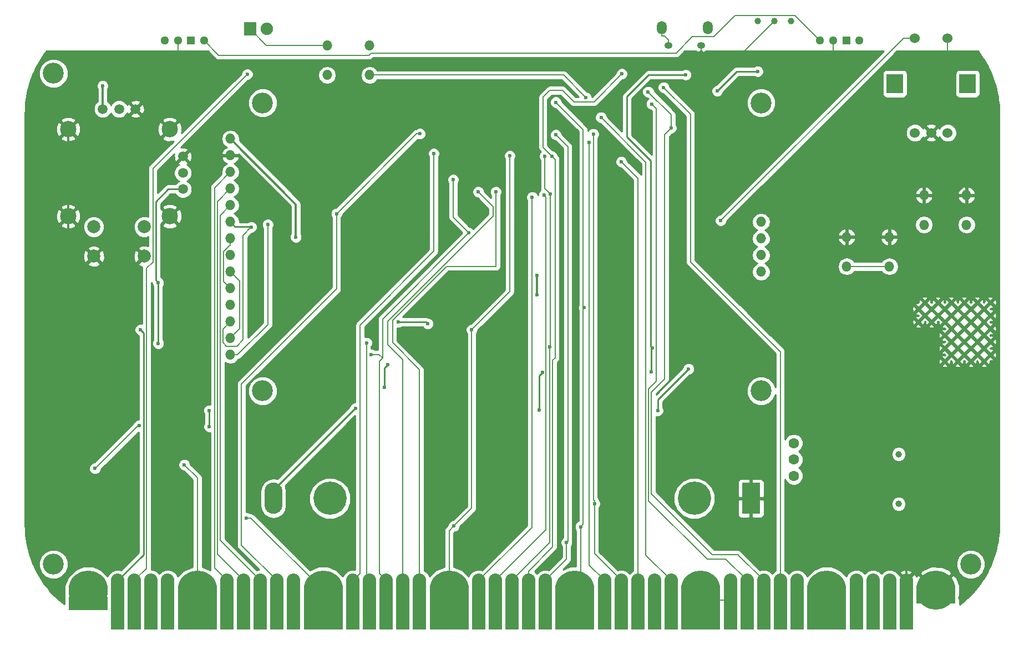
<source format=gbl>
G04 #@! TF.FileFunction,Copper,L2,Bot,Signal*
%FSLAX46Y46*%
G04 Gerber Fmt 4.6, Leading zero omitted, Abs format (unit mm)*
G04 Created by KiCad (PCBNEW 4.0.4+e1-6308~48~ubuntu16.04.1-stable) date Tue Nov 15 10:08:48 2016*
%MOMM*%
%LPD*%
G01*
G04 APERTURE LIST*
%ADD10C,0.500000*%
%ADD11C,0.600000*%
%ADD12O,1.524000X1.524000*%
%ADD13C,1.300480*%
%ADD14R,1.300480X1.300480*%
%ADD15O,2.760000X4.800000*%
%ADD16C,5.080000*%
%ADD17R,2.760000X4.800000*%
%ADD18C,1.600000*%
%ADD19C,1.524000*%
%ADD20R,2.500000X3.000000*%
%ADD21C,2.500000*%
%ADD22C,1.500000*%
%ADD23C,2.000000*%
%ADD24R,1.900000X2.000000*%
%ADD25C,1.900000*%
%ADD26C,1.000000*%
%ADD27O,1.500000X2.000000*%
%ADD28O,1.250000X1.000000*%
%ADD29C,3.200000*%
%ADD30R,6.000000X2.000000*%
%ADD31R,2.032000X7.516000*%
%ADD32R,6.000000X6.000000*%
%ADD33C,2.032000*%
%ADD34C,6.000000*%
%ADD35C,0.254000*%
%ADD36C,0.305000*%
%ADD37C,0.304800*%
%ADD38C,0.250000*%
%ADD39C,0.203200*%
G04 APERTURE END LIST*
D10*
D11*
X146000000Y50000000D03*
X146000000Y48000000D03*
X145000000Y47000000D03*
X145000000Y49000000D03*
X147000000Y47000000D03*
X147000000Y49000000D03*
X148000000Y48000000D03*
X148000000Y50000000D03*
X138000000Y50000000D03*
X137000000Y47000000D03*
X137000000Y49000000D03*
X139000000Y49000000D03*
X140000000Y48000000D03*
X140000000Y50000000D03*
X138000000Y48000000D03*
X139000000Y47000000D03*
X141000000Y49000000D03*
X142000000Y48000000D03*
X142000000Y50000000D03*
X144000000Y50000000D03*
X143000000Y49000000D03*
X144000000Y48000000D03*
X141000000Y47000000D03*
X143000000Y47000000D03*
X148000000Y44000000D03*
X145000000Y45000000D03*
X146000000Y44000000D03*
X147000000Y45000000D03*
X147000000Y43000000D03*
X145000000Y43000000D03*
X147000000Y41000000D03*
X148000000Y42000000D03*
X146000000Y42000000D03*
X145000000Y41000000D03*
X146000000Y46000000D03*
X148000000Y46000000D03*
X143000000Y43000000D03*
X143000000Y41000000D03*
X144000000Y42000000D03*
X144000000Y44000000D03*
X144000000Y46000000D03*
X143000000Y45000000D03*
X142000000Y42000000D03*
X142000000Y44000000D03*
X142000000Y46000000D03*
X141000000Y41000000D03*
X141000000Y45000000D03*
D12*
X46748800Y89260600D03*
X53251200Y89260600D03*
X46748800Y84739400D03*
X53251200Y84739400D03*
D13*
X23999240Y90000000D03*
D14*
X26000760Y90000000D03*
D13*
X22000260Y90000000D03*
X27999740Y90000000D03*
X123999240Y90000000D03*
D14*
X126000760Y90000000D03*
D13*
X122000260Y90000000D03*
X127999740Y90000000D03*
D15*
X38550000Y20050000D03*
D16*
X102805000Y20050000D03*
X47195000Y20050000D03*
D17*
X111450000Y20050000D03*
D12*
X137858800Y66373000D03*
X144361200Y66373000D03*
X137858800Y61851800D03*
X144361200Y61851800D03*
X126067800Y60002700D03*
X132570200Y60002700D03*
X126067800Y55481500D03*
X132570200Y55481500D03*
D18*
X118000000Y26000000D03*
X118000000Y23500000D03*
X118000000Y28500000D03*
D19*
X136475000Y75900000D03*
X138975000Y75900000D03*
X141475000Y75900000D03*
X136475000Y90400000D03*
X141475000Y90400000D03*
D20*
X133425000Y83400000D03*
X144525000Y83400000D03*
D21*
X22750000Y63150000D03*
X7250000Y63150000D03*
X7250000Y76450000D03*
X22750000Y76450000D03*
D22*
X24750000Y69800000D03*
X24750000Y67300000D03*
X24750000Y72300000D03*
X15000000Y79550000D03*
X17500000Y79550000D03*
X12500000Y79550000D03*
D23*
X18850000Y61550000D03*
X11150000Y61550000D03*
X11150000Y57050000D03*
X18850000Y57050000D03*
D24*
X35000000Y91825000D03*
D25*
X37540000Y91825000D03*
D26*
X134000000Y26800000D03*
X134000000Y19200000D03*
D27*
X104850000Y92000000D03*
X97850000Y92000000D03*
D28*
X103850000Y89300000D03*
X98850000Y89300000D03*
D12*
X32000000Y75000000D03*
X32000000Y72460000D03*
X32000000Y69920000D03*
X32000000Y67380000D03*
X32000000Y64840000D03*
X32000000Y62300000D03*
X32000000Y59760000D03*
X32000000Y57220000D03*
X32000000Y54680000D03*
X32000000Y52140000D03*
X32000000Y49600000D03*
X32000000Y47060000D03*
X32000000Y44520000D03*
X32000000Y41980000D03*
D29*
X36920000Y80490000D03*
X36920000Y36490000D03*
X113000000Y80490000D03*
X113000000Y36490000D03*
D12*
X113000000Y54680000D03*
X113000000Y62300000D03*
X113000000Y59760000D03*
X113000000Y57220000D03*
D11*
X141000000Y43000000D03*
D30*
X139668000Y5000000D03*
D31*
X135144000Y3758000D03*
X132604000Y3758000D03*
X127524000Y3758000D03*
X130064000Y3758000D03*
D32*
X123000000Y3000000D03*
D31*
X99268000Y3758000D03*
X96728000Y3758000D03*
X94188000Y3758000D03*
X91648000Y3758000D03*
D32*
X84584000Y3000000D03*
X103792000Y3000000D03*
D31*
X110856000Y3758000D03*
X113396000Y3758000D03*
X115936000Y3758000D03*
X118476000Y3758000D03*
X89108000Y3758000D03*
X108316000Y3758000D03*
X80060000Y3758000D03*
X77520000Y3758000D03*
X74980000Y3758000D03*
X72440000Y3758000D03*
D32*
X65376000Y3000000D03*
D31*
X69900000Y3758000D03*
X53232000Y3758000D03*
D32*
X46168000Y3000000D03*
D31*
X55772000Y3758000D03*
X58312000Y3758000D03*
X60852000Y3758000D03*
X50692000Y3758000D03*
X14816000Y3758000D03*
X41644000Y3758000D03*
X22436000Y3758000D03*
X19896000Y3758000D03*
D30*
X10292000Y4000000D03*
D31*
X17356000Y3758000D03*
X31484000Y3758000D03*
D32*
X26960000Y3000000D03*
D31*
X34024000Y3758000D03*
X39104000Y3758000D03*
X36564000Y3758000D03*
D33*
X36564000Y7516000D03*
X39104000Y7516000D03*
D34*
X26960000Y6000000D03*
X10292000Y6000000D03*
D33*
X17356000Y7516000D03*
X34024000Y7516000D03*
X22436000Y7516000D03*
X41644000Y7516000D03*
X19896000Y7516000D03*
X31484000Y7516000D03*
X14816000Y7516000D03*
X50692000Y7516000D03*
X69900000Y7516000D03*
X55772000Y7516000D03*
X60852000Y7516000D03*
X58312000Y7516000D03*
X77520000Y7516000D03*
X80060000Y7516000D03*
X72440000Y7516000D03*
X74980000Y7516000D03*
X53232000Y7516000D03*
D34*
X46168000Y6000000D03*
X65376000Y6000000D03*
D33*
X89108000Y7516000D03*
X108316000Y7516000D03*
D34*
X103792000Y6000000D03*
X84584000Y6000000D03*
D33*
X94188000Y7516000D03*
X91648000Y7516000D03*
X99268000Y7516000D03*
X96728000Y7516000D03*
X110856000Y7516000D03*
X113396000Y7516000D03*
X115936000Y7516000D03*
X118476000Y7516000D03*
D34*
X123000000Y6000000D03*
D33*
X127524000Y7516000D03*
X130064000Y7516000D03*
X132604000Y7516000D03*
X135144000Y7516000D03*
D34*
X139668000Y6000000D03*
D29*
X5000000Y85000000D03*
X5000000Y10000000D03*
X145000000Y10000000D03*
D26*
X117540000Y93000000D03*
X115000000Y93000000D03*
X112460000Y93000000D03*
D11*
X28750000Y33500000D03*
X28750000Y31000000D03*
X78784000Y51150000D03*
X78784000Y54150000D03*
X12500000Y83100000D03*
X42000000Y60000000D03*
X21000000Y43750000D03*
X21000000Y53000000D03*
X112500000Y85300000D03*
X106300000Y82300000D03*
X6397635Y26347916D03*
X62006178Y87032302D03*
X42171508Y85832526D03*
X24575358Y31068104D03*
X70014114Y39611201D03*
X126000000Y18000000D03*
X17744961Y22032815D03*
X103030322Y38504112D03*
X111500000Y15000000D03*
X76750000Y33380200D03*
X47995600Y50398200D03*
X7442700Y32253000D03*
X11750000Y27750000D03*
X107681000Y80935900D03*
X70000000Y73000000D03*
X57066000Y68629300D03*
X123222000Y82245500D03*
X105922000Y79556900D03*
X70574000Y79489800D03*
X49972600Y39158000D03*
X26000000Y47000000D03*
X16500000Y32500000D03*
X23500000Y40500000D03*
X73500000Y21500000D03*
X75677000Y50293200D03*
X92500000Y47000000D03*
X12715200Y40062000D03*
X137660000Y34112000D03*
X10615200Y35988000D03*
X12565200Y35988000D03*
X143292000Y16262000D03*
X121012000Y68887500D03*
X127602000Y72807400D03*
X10615200Y51064300D03*
X12715200Y43313000D03*
X64030000Y37521000D03*
X86780000Y87102300D03*
X90341000Y39561000D03*
X66034000Y36157000D03*
X104199500Y87055200D03*
X55000000Y51686600D03*
X49056300Y51825400D03*
X18254600Y45817000D03*
X96260000Y39385000D03*
X96400000Y43038000D03*
X101506000Y84775000D03*
X86267000Y81300200D03*
X79616246Y39265613D03*
X79139000Y33582000D03*
X48196449Y63557827D03*
X60921251Y75768919D03*
X63045000Y72753800D03*
X52758000Y43832000D03*
X68386306Y60619200D03*
X66000000Y68750000D03*
X53446000Y42030000D03*
X35170542Y61527604D03*
X69832000Y66890400D03*
X72515000Y66898600D03*
X98125124Y82862230D03*
X95767387Y82185174D03*
X99288000Y76663500D03*
X96304395Y80315280D03*
X88572000Y78272600D03*
X91662000Y71493600D03*
X87392000Y75734200D03*
X11330000Y24630000D03*
X87576000Y19238000D03*
X18055600Y31138000D03*
X86781000Y74469500D03*
X83317000Y13302000D03*
X81660000Y75630000D03*
X91750000Y84923200D03*
X81073000Y72329800D03*
X80764000Y43198000D03*
X80860000Y66555500D03*
X80010000Y72349100D03*
X78059000Y66077100D03*
X101944000Y39836000D03*
X97235000Y33466000D03*
X56000000Y40500000D03*
X55500000Y37000000D03*
X62131703Y46738554D03*
X57664409Y47014592D03*
X68838000Y45830000D03*
X66125000Y15841000D03*
X74636000Y72423400D03*
X85448000Y15709000D03*
X85956000Y49201000D03*
X81674000Y80580100D03*
X51106000Y33842000D03*
X79862000Y66401000D03*
X34580900Y84863700D03*
X106838000Y62502400D03*
X37712409Y61905704D03*
X34444000Y17075000D03*
X24978000Y25188000D03*
D35*
X28750000Y31000000D02*
X28750000Y33500000D01*
D36*
X78784000Y51150000D02*
X78784000Y54150000D01*
D35*
X21000000Y53000000D02*
X20593110Y53406890D01*
X20593110Y53406890D02*
X20593110Y65393110D01*
X20593110Y65393110D02*
X22500000Y67300000D01*
X22500000Y67300000D02*
X24750000Y67300000D01*
D37*
X12500000Y79550000D02*
X12500000Y83100000D01*
X32000000Y75000000D02*
X42000000Y65000000D01*
X42000000Y65000000D02*
X42000000Y60000000D01*
D35*
X21000000Y53000000D02*
X21000000Y43750000D01*
X109300000Y85300000D02*
X112500000Y85300000D01*
X106300000Y82300000D02*
X109300000Y85300000D01*
D38*
X118476000Y7516000D02*
X118476000Y3758000D01*
X123000000Y6000000D02*
X123000000Y3000000D01*
X127524000Y7516000D02*
X127524000Y3758000D01*
D35*
X135144000Y3758000D02*
X135144000Y7770000D01*
X135144000Y7770000D02*
X136373999Y8999999D01*
X136373999Y8999999D02*
X136668001Y8999999D01*
X136668001Y8999999D02*
X139668000Y6000000D01*
D39*
X126000000Y18000000D02*
X126349136Y18000000D01*
X126349136Y18000000D02*
X126357471Y18008335D01*
D37*
X135144000Y7516000D02*
X135144000Y10106000D01*
X135144000Y10106000D02*
X127241665Y18008335D01*
X126357471Y18008335D02*
X126356903Y18008903D01*
X127241665Y18008335D02*
X126357471Y18008335D01*
X111450000Y20050000D02*
X111450000Y15050000D01*
X111450000Y15050000D02*
X111500000Y15000000D01*
D39*
X35000000Y91775000D02*
X35000000Y91825000D01*
X37514400Y89260600D02*
X35000000Y91775000D01*
X46748800Y89260600D02*
X37514400Y89260600D01*
X23999200Y90000000D02*
X23999200Y87100800D01*
X110000000Y88000000D02*
X109500000Y88000000D01*
X115000000Y93000000D02*
X110000000Y88000000D01*
X98850000Y90105100D02*
X98850000Y89300000D01*
X98260000Y90694900D02*
X98850000Y90105100D01*
X97850000Y90694900D02*
X98260000Y90694900D01*
X97850000Y92000000D02*
X97850000Y90694900D01*
X141475000Y88209400D02*
X141475000Y90400000D01*
X123999000Y86235400D02*
X123999000Y90000000D01*
X98850000Y88881700D02*
X98850000Y89300000D01*
X103850000Y87921400D02*
X103850000Y89300000D01*
D37*
X7250000Y76450000D02*
X7250000Y63150000D01*
X7250000Y63150000D02*
X7250000Y23734000D01*
D38*
X97500000Y84775000D02*
X101506000Y84775000D01*
D35*
X92500000Y81449768D02*
X95825232Y84775000D01*
X97500000Y84775000D02*
X95825232Y84775000D01*
X96139000Y70000000D02*
X96139000Y71611300D01*
X96139000Y71611300D02*
X92500000Y75250000D01*
X92500000Y75250000D02*
X92500000Y81449768D01*
D38*
X96139000Y43298000D02*
X96139000Y70000000D01*
X96400000Y43038000D02*
X96139000Y43298000D01*
X18735100Y45336000D02*
X18254600Y45817000D01*
X18735100Y11435000D02*
X18735100Y45336000D01*
X14816000Y7516000D02*
X18735100Y11435000D01*
X10716700Y5575000D02*
X10292000Y6000000D01*
X10716700Y4000000D02*
X10716700Y5575000D01*
X10292000Y4000000D02*
X10716700Y4000000D01*
X14816000Y3758000D02*
X14816000Y7516000D01*
X96260000Y42898000D02*
X96400000Y43038000D01*
X96260000Y39385000D02*
X96260000Y42898000D01*
D39*
X132570000Y55481500D02*
X132570200Y55481500D01*
X132570000Y55481500D02*
X126068000Y55481500D01*
X126068000Y55481500D02*
X126067800Y55481500D01*
X82828000Y84739400D02*
X86267000Y81300200D01*
X53251200Y84739400D02*
X82828000Y84739400D01*
X53251000Y84739400D02*
X53251200Y84739400D01*
D38*
X79139000Y38788367D02*
X79616246Y39265613D01*
X79139000Y33582000D02*
X79139000Y38788367D01*
D39*
X122000000Y90000000D02*
X120095000Y91905200D01*
X30229200Y87770500D02*
X27999700Y90000000D01*
X53158000Y87770500D02*
X30229200Y87770500D01*
X53498000Y88111000D02*
X53158000Y87770500D01*
X100037000Y88111000D02*
X53498000Y88111000D01*
X102511000Y90585300D02*
X100037000Y88111000D01*
X105823000Y90585300D02*
X102511000Y90585300D01*
X109048000Y93810400D02*
X105823000Y90585300D01*
X118190000Y93810400D02*
X109048000Y93810400D01*
X120095000Y91905200D02*
X118190000Y93810400D01*
X120095100Y91905200D02*
X122000300Y90000000D01*
X120095000Y91905200D02*
X120095100Y91905200D01*
X22436000Y3758000D02*
X22436000Y7516000D01*
X29619700Y9380000D02*
X31484000Y7516000D01*
X29619700Y67539700D02*
X29619700Y9380000D01*
X32000000Y69920000D02*
X29619700Y67539700D01*
X31484000Y3758000D02*
X31484000Y7516000D01*
X30029300Y11511000D02*
X34024000Y7516000D01*
X30029300Y65409300D02*
X30029300Y11511000D01*
X32000000Y67380000D02*
X30029300Y65409300D01*
X34024000Y3758000D02*
X34024000Y7516000D01*
X30449800Y13630000D02*
X36564000Y7516000D01*
X30449800Y63289800D02*
X30449800Y13630000D01*
X32000000Y64840000D02*
X30449800Y63289800D01*
X36564000Y3758000D02*
X36564000Y7516000D01*
X48196449Y63557827D02*
X60407541Y75768919D01*
X60407541Y75768919D02*
X60921251Y75768919D01*
X48196449Y52052049D02*
X48196449Y63557827D01*
X33699400Y37555000D02*
X48196449Y52052049D01*
X39104000Y7516000D02*
X33699400Y12920600D01*
X33699400Y12920600D02*
X33699400Y37555000D01*
X39104000Y3758000D02*
X39104000Y7516000D01*
X41644000Y3758000D02*
X41644000Y7516000D01*
X63045000Y57813500D02*
X63045000Y72753800D01*
X51777000Y46546000D02*
X63045000Y57813500D01*
X51777000Y8601000D02*
X51777000Y46546000D01*
X50692000Y7516000D02*
X51777000Y8601000D01*
X50692000Y3758000D02*
X50692000Y7516000D01*
X32000000Y58692900D02*
X32000000Y59760000D01*
X31889400Y58692900D02*
X32000000Y58692900D01*
X30928100Y57731600D02*
X31889400Y58692900D01*
X30928100Y53211900D02*
X30928100Y57731600D01*
X32000000Y52140000D02*
X30928100Y53211900D01*
X53232000Y3758000D02*
X53232000Y7516000D01*
X52758000Y7990000D02*
X53232000Y7516000D01*
X52758000Y43832000D02*
X52758000Y7990000D01*
X66000000Y63005506D02*
X68386306Y60619200D01*
X66000000Y68750000D02*
X66000000Y63005506D01*
X55215000Y41474000D02*
X55215000Y47447894D01*
X55215000Y47447894D02*
X68386306Y60619200D01*
X33442200Y53237800D02*
X32000000Y54680000D01*
X33442200Y45962000D02*
X33442200Y53237800D01*
X32000000Y44520000D02*
X33442200Y45962000D01*
X54756000Y41014000D02*
X55215000Y41474000D01*
X54756000Y8532000D02*
X54756000Y41014000D01*
X55772000Y7516000D02*
X54756000Y8532000D01*
X55772000Y3758000D02*
X55772000Y7516000D01*
X54659000Y42030000D02*
X55215000Y41474000D01*
X53446000Y42030000D02*
X54659000Y42030000D01*
X69832000Y66890400D02*
X72106000Y64616600D01*
X72106000Y64616600D02*
X72106000Y63225352D01*
X72106000Y63225352D02*
X56000000Y47119352D01*
X58312000Y41250000D02*
X58312000Y7516000D01*
X56000000Y47119352D02*
X56000000Y43562000D01*
X56000000Y43562000D02*
X58312000Y41250000D01*
X32772396Y61527604D02*
X35170542Y61527604D01*
X32000000Y62300000D02*
X32772396Y61527604D01*
X33941200Y60260200D02*
X35219000Y61538000D01*
X33941200Y44308000D02*
X33941200Y60260200D01*
X32961800Y43328000D02*
X33941200Y44308000D01*
X31418800Y43328000D02*
X32961800Y43328000D01*
X30857200Y43890000D02*
X31418800Y43328000D01*
X30857200Y45917000D02*
X30857200Y43890000D01*
X32000000Y47060000D02*
X30857200Y45917000D01*
X58312000Y3758000D02*
X58312000Y7516000D01*
X32762000Y61538000D02*
X35219000Y61538000D01*
X32000000Y62300000D02*
X32762000Y61538000D01*
X72515000Y66898600D02*
X72515000Y55500000D01*
X72515000Y55500000D02*
X65000000Y55500000D01*
X65000000Y55500000D02*
X56750000Y47250000D01*
X56750000Y47250000D02*
X56750000Y43852000D01*
X60852000Y39750000D02*
X60852000Y7516000D01*
X56750000Y43852000D02*
X60852000Y39750000D01*
X60852000Y3758000D02*
X60852000Y7516000D01*
X115936000Y42468000D02*
X102220569Y56183431D01*
X102220569Y78766785D02*
X98125124Y82862230D01*
X115936000Y7516000D02*
X115936000Y42468000D01*
X102220569Y56183431D02*
X102220569Y78766785D01*
X115936000Y3758000D02*
X115936000Y7516000D01*
X99288000Y78664561D02*
X95767387Y82185174D01*
X99288000Y76663500D02*
X99288000Y78664561D01*
X98249000Y75624500D02*
X99288000Y76663500D01*
X98249000Y38317000D02*
X98249000Y75624500D01*
X96224000Y36292000D02*
X98249000Y38317000D01*
X96224000Y20779000D02*
X96224000Y36292000D01*
X105542000Y11460000D02*
X96224000Y20779000D01*
X109452000Y11460000D02*
X105542000Y11460000D01*
X113396000Y7516000D02*
X109452000Y11460000D01*
X113396000Y7516000D02*
X113396000Y3758000D01*
X97025000Y79594675D02*
X96304395Y80315280D01*
X97025000Y37984000D02*
X97025000Y79594675D01*
X95817000Y19690000D02*
X95817000Y36777000D01*
X107615000Y10757000D02*
X104750000Y10757000D01*
X104750000Y10757000D02*
X95817000Y19690000D01*
X110856000Y7516000D02*
X107615000Y10757000D01*
X95817000Y36777000D02*
X97025000Y37984000D01*
X110856000Y3758000D02*
X110856000Y7516000D01*
X95411000Y71433600D02*
X88572000Y78272600D01*
X99268000Y7516000D02*
X95410589Y11373411D01*
X95411000Y36945847D02*
X95411000Y71433600D01*
X95410589Y36945436D02*
X95411000Y36945847D01*
X95410589Y11373411D02*
X95410589Y36945436D01*
X103792000Y4500000D02*
X108316000Y4500000D01*
X99268000Y7516000D02*
X99268000Y3758000D01*
X103792000Y6000000D02*
X103792000Y4500000D01*
X103792000Y4500000D02*
X103792000Y3000000D01*
X108316000Y7516000D02*
X108316000Y4500000D01*
X108316000Y4500000D02*
X108316000Y3758000D01*
X94188000Y68967400D02*
X91662000Y71493600D01*
X94188000Y7516000D02*
X94188000Y68967400D01*
X94188000Y3758000D02*
X94188000Y7516000D01*
X87575000Y19237000D02*
X87576000Y19238000D01*
X87575000Y11589000D02*
X87575000Y19237000D01*
X91648000Y7516000D02*
X87575000Y11589000D01*
X87392000Y19845000D02*
X87392000Y75734200D01*
X87576000Y19662000D02*
X87392000Y19845000D01*
X87576000Y19238000D02*
X87576000Y19662000D01*
X11388500Y24571000D02*
X11330000Y24630000D01*
X11388500Y24646000D02*
X11388500Y24571000D01*
X17879900Y31138000D02*
X11388500Y24646000D01*
X18055600Y31138000D02*
X17879900Y31138000D01*
X91648000Y3758000D02*
X91648000Y7516000D01*
X86781000Y9843000D02*
X86781000Y74469500D01*
X89108000Y7516000D02*
X86781000Y9843000D01*
X89108000Y3758000D02*
X89108000Y7516000D01*
X83506000Y13491000D02*
X83317000Y13302000D01*
X83506000Y73783700D02*
X83506000Y13491000D01*
X81660000Y75630000D02*
X83506000Y73783700D01*
X83317000Y10773000D02*
X83317000Y13302000D01*
X80060000Y7516000D02*
X83317000Y10773000D01*
X80060000Y7516000D02*
X80060000Y3758000D01*
X84432000Y80655600D02*
X82672000Y82415900D01*
X87482000Y80655600D02*
X84432000Y80655600D01*
X91750000Y84923200D02*
X87482000Y80655600D01*
X79705000Y81346600D02*
X79705000Y73698400D01*
X80774000Y82415900D02*
X79705000Y81346600D01*
X82672000Y82415900D02*
X80774000Y82415900D01*
X79705000Y73698400D02*
X81073000Y72329800D01*
X81550000Y71852900D02*
X81073000Y72329800D01*
X81550000Y41515000D02*
X81550000Y71852900D01*
X81184000Y41149000D02*
X81550000Y41515000D01*
X81184000Y12617000D02*
X81184000Y41149000D01*
X77520000Y8953000D02*
X81184000Y12617000D01*
X77520000Y7516000D02*
X77520000Y8953000D01*
X77520000Y3758000D02*
X77520000Y7516000D01*
X80860000Y43294000D02*
X80764000Y43198000D01*
X80860000Y66555500D02*
X80860000Y43294000D01*
X80764000Y13300000D02*
X80764000Y43198000D01*
X74980000Y7516000D02*
X80764000Y13300000D01*
X80010000Y67405700D02*
X80860000Y66555500D01*
X80010000Y72349100D02*
X80010000Y67405700D01*
X74980000Y7516000D02*
X74980000Y3758000D01*
X77991000Y66009100D02*
X78059000Y66077100D01*
X77991000Y15607000D02*
X77991000Y66009100D01*
X69900000Y7516000D02*
X77991000Y15607000D01*
X69900000Y3758000D02*
X69900000Y7516000D01*
D38*
X97235000Y35127000D02*
X101944000Y39836000D01*
X97235000Y33466000D02*
X97235000Y35127000D01*
D35*
X55500000Y40000000D02*
X56000000Y40500000D01*
X55500000Y37000000D02*
X55500000Y40000000D01*
X61855665Y47014592D02*
X62131703Y46738554D01*
X57664409Y47014592D02*
X61855665Y47014592D01*
D39*
X74636000Y51627900D02*
X68838000Y45830000D01*
X74636000Y72423400D02*
X74636000Y51627900D01*
X68838000Y18553000D02*
X68838000Y45830000D01*
X66125000Y15841000D02*
X68838000Y18553000D01*
X65376000Y15092000D02*
X66125000Y15841000D01*
X65376000Y6000000D02*
X65376000Y15092000D01*
X65376000Y3000000D02*
X65376000Y6000000D01*
X85448000Y6864000D02*
X84584000Y6000000D01*
X85448000Y15709000D02*
X85448000Y6864000D01*
X85861000Y16122000D02*
X85448000Y15709000D01*
X85861000Y49106000D02*
X85861000Y16122000D01*
X85956000Y49201000D02*
X85861000Y49106000D01*
X85846000Y49310000D02*
X85956000Y49201000D01*
X85846000Y76407700D02*
X85846000Y49310000D01*
X81674000Y80580100D02*
X85846000Y76407700D01*
X84584000Y3000000D02*
X84584000Y6000000D01*
X84287000Y6297000D02*
X84584000Y6000000D01*
D37*
X38550000Y21286000D02*
X51106000Y33842000D01*
X38550000Y20050000D02*
X38550000Y21286000D01*
D39*
X80170247Y66092753D02*
X79862000Y66401000D01*
X80170247Y15246247D02*
X80170247Y66092753D01*
X72440000Y7516000D02*
X80170247Y15246247D01*
X72440000Y7516000D02*
X72440000Y3758000D01*
X20161300Y70444100D02*
X34580900Y84863700D01*
X20161300Y56157900D02*
X20161300Y70444100D01*
X19216200Y55212800D02*
X20161300Y56157900D01*
X19216200Y9376000D02*
X19216200Y55212800D01*
X17356000Y7516000D02*
X19216200Y9376000D01*
X17356000Y3758000D02*
X17356000Y7516000D01*
X134736000Y90400000D02*
X106838000Y62502400D01*
X136475000Y90400000D02*
X134736000Y90400000D01*
X19896000Y7516000D02*
X19896000Y3758000D01*
X37712409Y46614779D02*
X37712409Y61905704D01*
X32000000Y41980000D02*
X33077630Y41980000D01*
X33077630Y41980000D02*
X37712409Y46614779D01*
X35093200Y17075000D02*
X34444000Y17075000D01*
X46168000Y6000000D02*
X35093200Y17075000D01*
X46168000Y6000000D02*
X46168000Y3000000D01*
X26960000Y23206000D02*
X26960000Y6000000D01*
X24978000Y25188000D02*
X26960000Y23206000D01*
X26960000Y6000000D02*
X26960000Y3000000D01*
X132604000Y7516000D02*
X132604000Y3758000D01*
X130064000Y7516000D02*
X130064000Y3758000D01*
X96728000Y7516000D02*
X96728000Y3758000D01*
D35*
G36*
X135271000Y3885000D02*
X135291000Y3885000D01*
X135291000Y3631000D01*
X135271000Y3631000D01*
X135271000Y3611000D01*
X135017000Y3611000D01*
X135017000Y3631000D01*
X134997000Y3631000D01*
X134997000Y3885000D01*
X135017000Y3885000D01*
X135017000Y3905000D01*
X135271000Y3905000D01*
X135271000Y3885000D01*
X135271000Y3885000D01*
G37*
X135271000Y3885000D02*
X135291000Y3885000D01*
X135291000Y3631000D01*
X135271000Y3631000D01*
X135271000Y3611000D01*
X135017000Y3611000D01*
X135017000Y3631000D01*
X134997000Y3631000D01*
X134997000Y3885000D01*
X135017000Y3885000D01*
X135017000Y3905000D01*
X135271000Y3905000D01*
X135271000Y3885000D01*
G36*
X29708345Y87249645D02*
X29947315Y87089970D01*
X30229200Y87033900D01*
X53158000Y87033900D01*
X53158270Y87033954D01*
X53158541Y87033900D01*
X53299506Y87062047D01*
X53439885Y87089970D01*
X53440114Y87090123D01*
X53440385Y87090177D01*
X53559499Y87169894D01*
X53678855Y87249645D01*
X53679009Y87249875D01*
X53679237Y87250028D01*
X53803426Y87374400D01*
X100037000Y87374400D01*
X100037022Y87374404D01*
X100037045Y87374400D01*
X100178828Y87402611D01*
X100318885Y87430470D01*
X100318904Y87430483D01*
X100318926Y87430487D01*
X100433496Y87507051D01*
X100557855Y87590145D01*
X100557869Y87590165D01*
X100557886Y87590177D01*
X101340615Y88373000D01*
X103087623Y88373000D01*
X103130317Y88333394D01*
X103545489Y88179397D01*
X103723000Y88323862D01*
X103723000Y88373000D01*
X103977000Y88373000D01*
X103977000Y88323862D01*
X104154511Y88179397D01*
X104569683Y88333394D01*
X104612377Y88373000D01*
X131667253Y88373000D01*
X106731390Y63437494D01*
X106652833Y63437562D01*
X106309057Y63295517D01*
X106045808Y63032727D01*
X105903162Y62689199D01*
X105902838Y62317233D01*
X106044883Y61973457D01*
X106307673Y61710208D01*
X106651201Y61567562D01*
X107023167Y61567238D01*
X107366943Y61709283D01*
X107630192Y61972073D01*
X107766359Y62300000D01*
X111575631Y62300000D01*
X111681971Y61765391D01*
X111984803Y61312172D01*
X112407102Y61030000D01*
X111984803Y60747828D01*
X111681971Y60294609D01*
X111575631Y59760000D01*
X111681971Y59225391D01*
X111984803Y58772172D01*
X112407102Y58490000D01*
X111984803Y58207828D01*
X111681971Y57754609D01*
X111575631Y57220000D01*
X111681971Y56685391D01*
X111984803Y56232172D01*
X112407102Y55950000D01*
X111984803Y55667828D01*
X111681971Y55214609D01*
X111575631Y54680000D01*
X111681971Y54145391D01*
X111984803Y53692172D01*
X112438022Y53389340D01*
X112972631Y53283000D01*
X113027369Y53283000D01*
X113561978Y53389340D01*
X114015197Y53692172D01*
X114318029Y54145391D01*
X114424369Y54680000D01*
X114318029Y55214609D01*
X114139698Y55481500D01*
X124643431Y55481500D01*
X124749771Y54946891D01*
X125052603Y54493672D01*
X125505822Y54190840D01*
X126040431Y54084500D01*
X126095169Y54084500D01*
X126629778Y54190840D01*
X127082997Y54493672D01*
X127250863Y54744900D01*
X131387137Y54744900D01*
X131555003Y54493672D01*
X132008222Y54190840D01*
X132542831Y54084500D01*
X132597569Y54084500D01*
X133132178Y54190840D01*
X133585397Y54493672D01*
X133888229Y54946891D01*
X133994569Y55481500D01*
X133888229Y56016109D01*
X133585397Y56469328D01*
X133132178Y56772160D01*
X132597569Y56878500D01*
X132542831Y56878500D01*
X132008222Y56772160D01*
X131555003Y56469328D01*
X131387137Y56218100D01*
X127250863Y56218100D01*
X127082997Y56469328D01*
X126629778Y56772160D01*
X126095169Y56878500D01*
X126040431Y56878500D01*
X125505822Y56772160D01*
X125052603Y56469328D01*
X124749771Y56016109D01*
X124643431Y55481500D01*
X114139698Y55481500D01*
X114015197Y55667828D01*
X113592898Y55950000D01*
X114015197Y56232172D01*
X114318029Y56685391D01*
X114424369Y57220000D01*
X114318029Y57754609D01*
X114015197Y58207828D01*
X113592898Y58490000D01*
X114015197Y58772172D01*
X114318029Y59225391D01*
X114404404Y59659630D01*
X124713580Y59659630D01*
X124867626Y59287703D01*
X125232601Y58882842D01*
X125724728Y58648469D01*
X125940800Y58770224D01*
X125940800Y59875700D01*
X126194800Y59875700D01*
X126194800Y58770224D01*
X126410872Y58648469D01*
X126902999Y58882842D01*
X127267974Y59287703D01*
X127422020Y59659630D01*
X131215980Y59659630D01*
X131370026Y59287703D01*
X131735001Y58882842D01*
X132227128Y58648469D01*
X132443200Y58770224D01*
X132443200Y59875700D01*
X132697200Y59875700D01*
X132697200Y58770224D01*
X132913272Y58648469D01*
X133405399Y58882842D01*
X133770374Y59287703D01*
X133924420Y59659630D01*
X133801920Y59875700D01*
X132697200Y59875700D01*
X132443200Y59875700D01*
X131338480Y59875700D01*
X131215980Y59659630D01*
X127422020Y59659630D01*
X127299520Y59875700D01*
X126194800Y59875700D01*
X125940800Y59875700D01*
X124836080Y59875700D01*
X124713580Y59659630D01*
X114404404Y59659630D01*
X114424369Y59760000D01*
X114318029Y60294609D01*
X114283845Y60345770D01*
X124713580Y60345770D01*
X124836080Y60129700D01*
X125940800Y60129700D01*
X125940800Y61235176D01*
X126194800Y61235176D01*
X126194800Y60129700D01*
X127299520Y60129700D01*
X127422020Y60345770D01*
X131215980Y60345770D01*
X131338480Y60129700D01*
X132443200Y60129700D01*
X132443200Y61235176D01*
X132697200Y61235176D01*
X132697200Y60129700D01*
X133801920Y60129700D01*
X133924420Y60345770D01*
X133770374Y60717697D01*
X133405399Y61122558D01*
X132913272Y61356931D01*
X132697200Y61235176D01*
X132443200Y61235176D01*
X132227128Y61356931D01*
X131735001Y61122558D01*
X131370026Y60717697D01*
X131215980Y60345770D01*
X127422020Y60345770D01*
X127267974Y60717697D01*
X126902999Y61122558D01*
X126410872Y61356931D01*
X126194800Y61235176D01*
X125940800Y61235176D01*
X125724728Y61356931D01*
X125232601Y61122558D01*
X124867626Y60717697D01*
X124713580Y60345770D01*
X114283845Y60345770D01*
X114015197Y60747828D01*
X113592898Y61030000D01*
X114015197Y61312172D01*
X114318029Y61765391D01*
X114335216Y61851800D01*
X136434431Y61851800D01*
X136540771Y61317191D01*
X136843603Y60863972D01*
X137296822Y60561140D01*
X137831431Y60454800D01*
X137886169Y60454800D01*
X138420778Y60561140D01*
X138873997Y60863972D01*
X139176829Y61317191D01*
X139283169Y61851800D01*
X142936831Y61851800D01*
X143043171Y61317191D01*
X143346003Y60863972D01*
X143799222Y60561140D01*
X144333831Y60454800D01*
X144388569Y60454800D01*
X144923178Y60561140D01*
X145376397Y60863972D01*
X145679229Y61317191D01*
X145785569Y61851800D01*
X145679229Y62386409D01*
X145376397Y62839628D01*
X144923178Y63142460D01*
X144388569Y63248800D01*
X144333831Y63248800D01*
X143799222Y63142460D01*
X143346003Y62839628D01*
X143043171Y62386409D01*
X142936831Y61851800D01*
X139283169Y61851800D01*
X139176829Y62386409D01*
X138873997Y62839628D01*
X138420778Y63142460D01*
X137886169Y63248800D01*
X137831431Y63248800D01*
X137296822Y63142460D01*
X136843603Y62839628D01*
X136540771Y62386409D01*
X136434431Y61851800D01*
X114335216Y61851800D01*
X114424369Y62300000D01*
X114318029Y62834609D01*
X114015197Y63287828D01*
X113561978Y63590660D01*
X113027369Y63697000D01*
X112972631Y63697000D01*
X112438022Y63590660D01*
X111984803Y63287828D01*
X111681971Y62834609D01*
X111575631Y62300000D01*
X107766359Y62300000D01*
X107772838Y62315601D01*
X107772908Y62395592D01*
X111407297Y66029930D01*
X136504580Y66029930D01*
X136658626Y65658003D01*
X137023601Y65253142D01*
X137515728Y65018769D01*
X137731800Y65140524D01*
X137731800Y66246000D01*
X137985800Y66246000D01*
X137985800Y65140524D01*
X138201872Y65018769D01*
X138693999Y65253142D01*
X139058974Y65658003D01*
X139213020Y66029930D01*
X143006980Y66029930D01*
X143161026Y65658003D01*
X143526001Y65253142D01*
X144018128Y65018769D01*
X144234200Y65140524D01*
X144234200Y66246000D01*
X144488200Y66246000D01*
X144488200Y65140524D01*
X144704272Y65018769D01*
X145196399Y65253142D01*
X145561374Y65658003D01*
X145715420Y66029930D01*
X145592920Y66246000D01*
X144488200Y66246000D01*
X144234200Y66246000D01*
X143129480Y66246000D01*
X143006980Y66029930D01*
X139213020Y66029930D01*
X139090520Y66246000D01*
X137985800Y66246000D01*
X137731800Y66246000D01*
X136627080Y66246000D01*
X136504580Y66029930D01*
X111407297Y66029930D01*
X112093446Y66716070D01*
X136504580Y66716070D01*
X136627080Y66500000D01*
X137731800Y66500000D01*
X137731800Y67605476D01*
X137985800Y67605476D01*
X137985800Y66500000D01*
X139090520Y66500000D01*
X139213020Y66716070D01*
X143006980Y66716070D01*
X143129480Y66500000D01*
X144234200Y66500000D01*
X144234200Y67605476D01*
X144488200Y67605476D01*
X144488200Y66500000D01*
X145592920Y66500000D01*
X145715420Y66716070D01*
X145561374Y67087997D01*
X145196399Y67492858D01*
X144704272Y67727231D01*
X144488200Y67605476D01*
X144234200Y67605476D01*
X144018128Y67727231D01*
X143526001Y67492858D01*
X143161026Y67087997D01*
X143006980Y66716070D01*
X139213020Y66716070D01*
X139058974Y67087997D01*
X138693999Y67492858D01*
X138201872Y67727231D01*
X137985800Y67605476D01*
X137731800Y67605476D01*
X137515728Y67727231D01*
X137023601Y67492858D01*
X136658626Y67087997D01*
X136504580Y66716070D01*
X112093446Y66716070D01*
X121000844Y75623339D01*
X135077758Y75623339D01*
X135289990Y75109697D01*
X135682630Y74716371D01*
X136195900Y74503243D01*
X136751661Y74502758D01*
X137265303Y74714990D01*
X137470457Y74919787D01*
X138174392Y74919787D01*
X138243857Y74677603D01*
X138767302Y74490856D01*
X139322368Y74518638D01*
X139706143Y74677603D01*
X139775608Y74919787D01*
X138975000Y75720395D01*
X138174392Y74919787D01*
X137470457Y74919787D01*
X137658629Y75107630D01*
X137718370Y75251503D01*
X137752603Y75168857D01*
X137994787Y75099392D01*
X138795395Y75900000D01*
X139154605Y75900000D01*
X139955213Y75099392D01*
X140197397Y75168857D01*
X140228974Y75257367D01*
X140289990Y75109697D01*
X140682630Y74716371D01*
X141195900Y74503243D01*
X141751661Y74502758D01*
X142265303Y74714990D01*
X142658629Y75107630D01*
X142871757Y75620900D01*
X142872242Y76176661D01*
X142660010Y76690303D01*
X142267370Y77083629D01*
X141754100Y77296757D01*
X141198339Y77297242D01*
X140684697Y77085010D01*
X140291371Y76692370D01*
X140231630Y76548497D01*
X140197397Y76631143D01*
X139955213Y76700608D01*
X139154605Y75900000D01*
X138795395Y75900000D01*
X137994787Y76700608D01*
X137752603Y76631143D01*
X137721026Y76542633D01*
X137660010Y76690303D01*
X137470432Y76880213D01*
X138174392Y76880213D01*
X138975000Y76079605D01*
X139775608Y76880213D01*
X139706143Y77122397D01*
X139182698Y77309144D01*
X138627632Y77281362D01*
X138243857Y77122397D01*
X138174392Y76880213D01*
X137470432Y76880213D01*
X137267370Y77083629D01*
X136754100Y77296757D01*
X136198339Y77297242D01*
X135684697Y77085010D01*
X135291371Y76692370D01*
X135078243Y76179100D01*
X135077758Y75623339D01*
X121000844Y75623339D01*
X130277638Y84900000D01*
X131527560Y84900000D01*
X131527560Y81900000D01*
X131571838Y81664683D01*
X131710910Y81448559D01*
X131923110Y81303569D01*
X132175000Y81252560D01*
X134675000Y81252560D01*
X134910317Y81296838D01*
X135126441Y81435910D01*
X135271431Y81648110D01*
X135322440Y81900000D01*
X135322440Y84900000D01*
X142627560Y84900000D01*
X142627560Y81900000D01*
X142671838Y81664683D01*
X142810910Y81448559D01*
X143023110Y81303569D01*
X143275000Y81252560D01*
X145775000Y81252560D01*
X146010317Y81296838D01*
X146226441Y81435910D01*
X146371431Y81648110D01*
X146422440Y81900000D01*
X146422440Y84900000D01*
X146378162Y85135317D01*
X146239090Y85351441D01*
X146026890Y85496431D01*
X145775000Y85547440D01*
X143275000Y85547440D01*
X143039683Y85503162D01*
X142823559Y85364090D01*
X142678569Y85151890D01*
X142627560Y84900000D01*
X135322440Y84900000D01*
X135278162Y85135317D01*
X135139090Y85351441D01*
X134926890Y85496431D01*
X134675000Y85547440D01*
X132175000Y85547440D01*
X131939683Y85503162D01*
X131723559Y85364090D01*
X131578569Y85151890D01*
X131527560Y84900000D01*
X130277638Y84900000D01*
X133750688Y88373000D01*
X146110552Y88373000D01*
X146150125Y88323138D01*
X146448677Y87920587D01*
X146733888Y87508496D01*
X147005436Y87087340D01*
X147263098Y86657456D01*
X147506553Y86219380D01*
X147735520Y85773618D01*
X147949800Y85320560D01*
X148149129Y84860767D01*
X148333313Y84394680D01*
X148502150Y83922810D01*
X148655454Y83445681D01*
X148793068Y82963779D01*
X148914833Y82477667D01*
X149020640Y81987771D01*
X149110349Y81494748D01*
X149183887Y80999000D01*
X149241163Y80501119D01*
X149282118Y80001641D01*
X149306709Y79501077D01*
X149315000Y78994414D01*
X149315000Y16005586D01*
X149306709Y15498923D01*
X149282118Y14998359D01*
X149241163Y14498881D01*
X149183887Y14001000D01*
X149110349Y13505252D01*
X149020640Y13012229D01*
X148914833Y12522333D01*
X148793068Y12036221D01*
X148655454Y11554319D01*
X148502150Y11077190D01*
X148333313Y10605320D01*
X148149129Y10139233D01*
X147949800Y9679440D01*
X147735520Y9226382D01*
X147506553Y8780620D01*
X147263098Y8342544D01*
X147005436Y7912660D01*
X146733888Y7491504D01*
X146448677Y7079413D01*
X146150125Y6676862D01*
X145838580Y6284320D01*
X145514353Y5902174D01*
X145177813Y5530859D01*
X144829275Y5170725D01*
X144469157Y4822202D01*
X144097826Y4485646D01*
X143715681Y4161421D01*
X143323119Y3849861D01*
X143279832Y3817758D01*
X143303000Y3873691D01*
X143303000Y4714250D01*
X143144250Y4873000D01*
X143137275Y4873000D01*
X143299342Y5258800D01*
X143299459Y5282209D01*
X143303000Y5285750D01*
X143303000Y5990843D01*
X143306568Y6704875D01*
X142759854Y8043639D01*
X142739277Y8074434D01*
X142264630Y8417025D01*
X140482605Y6635000D01*
X140123395Y6635000D01*
X142085025Y8596630D01*
X141742434Y9071277D01*
X140585265Y9557381D01*
X142764613Y9557381D01*
X143104155Y8735628D01*
X143732321Y8106364D01*
X144553481Y7765389D01*
X145442619Y7764613D01*
X146264372Y8104155D01*
X146893636Y8732321D01*
X147234611Y9553481D01*
X147235387Y10442619D01*
X146895845Y11264372D01*
X146267679Y11893636D01*
X145446519Y12234611D01*
X144557381Y12235387D01*
X143735628Y11895845D01*
X143106364Y11267679D01*
X142765389Y10446519D01*
X142764613Y9557381D01*
X140585265Y9557381D01*
X140409200Y9631342D01*
X138963125Y9638568D01*
X137624361Y9091854D01*
X137593566Y9071277D01*
X137250975Y8596630D01*
X139212605Y6635000D01*
X138853395Y6635000D01*
X137071370Y8417025D01*
X136685026Y8138169D01*
X136576622Y8399880D01*
X136308107Y8500502D01*
X135958605Y8151000D01*
X135599395Y8151000D01*
X136128502Y8680107D01*
X136027880Y8948622D01*
X135412358Y9177816D01*
X134755981Y9154014D01*
X134260120Y8948622D01*
X134159498Y8680107D01*
X134688605Y8151000D01*
X134329395Y8151000D01*
X133979893Y8500502D01*
X133961083Y8493453D01*
X133540437Y8914834D01*
X132933845Y9166713D01*
X132277037Y9167286D01*
X131670005Y8916466D01*
X131333821Y8580868D01*
X131000437Y8914834D01*
X130393845Y9166713D01*
X129737037Y9167286D01*
X129130005Y8916466D01*
X128793821Y8580868D01*
X128460437Y8914834D01*
X127853845Y9166713D01*
X127197037Y9167286D01*
X126590005Y8916466D01*
X126125166Y8452437D01*
X125996749Y8143174D01*
X125061751Y9079806D01*
X123726218Y9634368D01*
X122280126Y9635630D01*
X120943628Y9083400D01*
X120002809Y8144222D01*
X119876466Y8449995D01*
X119412437Y8914834D01*
X118805845Y9166713D01*
X118149037Y9167286D01*
X117542005Y8916466D01*
X117205821Y8580868D01*
X116872437Y8914834D01*
X116672600Y8997814D01*
X116672600Y18975225D01*
X132864803Y18975225D01*
X133037233Y18557914D01*
X133356235Y18238355D01*
X133773244Y18065197D01*
X134224775Y18064803D01*
X134642086Y18237233D01*
X134961645Y18556235D01*
X135134803Y18973244D01*
X135135197Y19424775D01*
X134962767Y19842086D01*
X134643765Y20161645D01*
X134226756Y20334803D01*
X133775225Y20335197D01*
X133357914Y20162767D01*
X133038355Y19843765D01*
X132865197Y19426756D01*
X132864803Y18975225D01*
X116672600Y18975225D01*
X116672600Y22954801D01*
X116782757Y22688200D01*
X117186077Y22284176D01*
X117713309Y22065250D01*
X118284187Y22064752D01*
X118811800Y22282757D01*
X119215824Y22686077D01*
X119434750Y23213309D01*
X119435248Y23784187D01*
X119217243Y24311800D01*
X118813923Y24715824D01*
X118732069Y24749813D01*
X118811800Y24782757D01*
X119215824Y25186077D01*
X119434750Y25713309D01*
X119435248Y26284187D01*
X119314994Y26575225D01*
X132864803Y26575225D01*
X133037233Y26157914D01*
X133356235Y25838355D01*
X133773244Y25665197D01*
X134224775Y25664803D01*
X134642086Y25837233D01*
X134961645Y26156235D01*
X135134803Y26573244D01*
X135135197Y27024775D01*
X134962767Y27442086D01*
X134643765Y27761645D01*
X134226756Y27934803D01*
X133775225Y27935197D01*
X133357914Y27762767D01*
X133038355Y27443765D01*
X132865197Y27026756D01*
X132864803Y26575225D01*
X119314994Y26575225D01*
X119217243Y26811800D01*
X118813923Y27215824D01*
X118732069Y27249813D01*
X118811800Y27282757D01*
X119215824Y27686077D01*
X119434750Y28213309D01*
X119435248Y28784187D01*
X119217243Y29311800D01*
X118813923Y29715824D01*
X118286691Y29934750D01*
X117715813Y29935248D01*
X117188200Y29717243D01*
X116784176Y29313923D01*
X116672600Y29045218D01*
X116672600Y40355576D01*
X140535181Y40355576D01*
X140547393Y40160975D01*
X140902927Y40051637D01*
X141273239Y40086678D01*
X141452607Y40160975D01*
X141464819Y40355576D01*
X142535181Y40355576D01*
X142547393Y40160975D01*
X142902927Y40051637D01*
X143273239Y40086678D01*
X143452607Y40160975D01*
X143464819Y40355576D01*
X144535181Y40355576D01*
X144547393Y40160975D01*
X144902927Y40051637D01*
X145273239Y40086678D01*
X145452607Y40160975D01*
X145464819Y40355576D01*
X146535181Y40355576D01*
X146547393Y40160975D01*
X146902927Y40051637D01*
X147273239Y40086678D01*
X147452607Y40160975D01*
X147464819Y40355576D01*
X147000000Y40820395D01*
X146535181Y40355576D01*
X145464819Y40355576D01*
X145000000Y40820395D01*
X144535181Y40355576D01*
X143464819Y40355576D01*
X143000000Y40820395D01*
X142535181Y40355576D01*
X141464819Y40355576D01*
X141000000Y40820395D01*
X140535181Y40355576D01*
X116672600Y40355576D01*
X116672600Y41097073D01*
X140051637Y41097073D01*
X140086678Y40726761D01*
X140160975Y40547393D01*
X140355576Y40535181D01*
X140820395Y41000000D01*
X141179605Y41000000D01*
X141644424Y40535181D01*
X141839025Y40547393D01*
X141948363Y40902927D01*
X141934013Y41054579D01*
X142054579Y41065987D01*
X142086678Y40726761D01*
X142160975Y40547393D01*
X142355576Y40535181D01*
X142820395Y41000000D01*
X143179605Y41000000D01*
X143644424Y40535181D01*
X143839025Y40547393D01*
X143948363Y40902927D01*
X143934013Y41054579D01*
X144054579Y41065987D01*
X144086678Y40726761D01*
X144160975Y40547393D01*
X144355576Y40535181D01*
X144820395Y41000000D01*
X145179605Y41000000D01*
X145644424Y40535181D01*
X145839025Y40547393D01*
X145948363Y40902927D01*
X145934013Y41054579D01*
X146054579Y41065987D01*
X146086678Y40726761D01*
X146160975Y40547393D01*
X146355576Y40535181D01*
X146820395Y41000000D01*
X147179605Y41000000D01*
X147644424Y40535181D01*
X147839025Y40547393D01*
X147948363Y40902927D01*
X147934013Y41054579D01*
X148273239Y41086678D01*
X148452607Y41160975D01*
X148464819Y41355576D01*
X148000000Y41820395D01*
X147179605Y41000000D01*
X146820395Y41000000D01*
X146000000Y41820395D01*
X145179605Y41000000D01*
X144820395Y41000000D01*
X144000000Y41820395D01*
X143179605Y41000000D01*
X142820395Y41000000D01*
X142000000Y41820395D01*
X141179605Y41000000D01*
X140820395Y41000000D01*
X140355576Y41464819D01*
X140160975Y41452607D01*
X140051637Y41097073D01*
X116672600Y41097073D01*
X116672600Y42355576D01*
X140535181Y42355576D01*
X140547393Y42160975D01*
X140902927Y42051637D01*
X141054579Y42065987D01*
X141065987Y41945421D01*
X140726761Y41913322D01*
X140547393Y41839025D01*
X140535181Y41644424D01*
X141000000Y41179605D01*
X141820395Y42000000D01*
X142179605Y42000000D01*
X143000000Y41179605D01*
X143820395Y42000000D01*
X144179605Y42000000D01*
X145000000Y41179605D01*
X145820395Y42000000D01*
X146179605Y42000000D01*
X147000000Y41179605D01*
X147820395Y42000000D01*
X148179605Y42000000D01*
X148644424Y41535181D01*
X148839025Y41547393D01*
X148948363Y41902927D01*
X148913322Y42273239D01*
X148839025Y42452607D01*
X148644424Y42464819D01*
X148179605Y42000000D01*
X147820395Y42000000D01*
X147000000Y42820395D01*
X146179605Y42000000D01*
X145820395Y42000000D01*
X145000000Y42820395D01*
X144179605Y42000000D01*
X143820395Y42000000D01*
X143000000Y42820395D01*
X142179605Y42000000D01*
X141820395Y42000000D01*
X141000000Y42820395D01*
X140535181Y42355576D01*
X116672600Y42355576D01*
X116672600Y42467995D01*
X116672601Y42468000D01*
X116616531Y42749884D01*
X116456855Y42988855D01*
X116348637Y43097073D01*
X140051637Y43097073D01*
X140086678Y42726761D01*
X140160975Y42547393D01*
X140355576Y42535181D01*
X140820395Y43000000D01*
X141179605Y43000000D01*
X142000000Y42179605D01*
X142820395Y43000000D01*
X143179605Y43000000D01*
X144000000Y42179605D01*
X144820395Y43000000D01*
X145179605Y43000000D01*
X146000000Y42179605D01*
X146820395Y43000000D01*
X147179605Y43000000D01*
X148000000Y42179605D01*
X148464819Y42644424D01*
X148452607Y42839025D01*
X148097073Y42948363D01*
X147945421Y42934013D01*
X147934013Y43054579D01*
X148273239Y43086678D01*
X148452607Y43160975D01*
X148464819Y43355576D01*
X148000000Y43820395D01*
X147179605Y43000000D01*
X146820395Y43000000D01*
X146000000Y43820395D01*
X145179605Y43000000D01*
X144820395Y43000000D01*
X144000000Y43820395D01*
X143179605Y43000000D01*
X142820395Y43000000D01*
X142000000Y43820395D01*
X141179605Y43000000D01*
X140820395Y43000000D01*
X140355576Y43464819D01*
X140160975Y43452607D01*
X140051637Y43097073D01*
X116348637Y43097073D01*
X115090134Y44355576D01*
X140535181Y44355576D01*
X140547393Y44160975D01*
X140902927Y44051637D01*
X141054579Y44065987D01*
X141065987Y43945421D01*
X140726761Y43913322D01*
X140547393Y43839025D01*
X140535181Y43644424D01*
X141000000Y43179605D01*
X141820395Y44000000D01*
X142179605Y44000000D01*
X143000000Y43179605D01*
X143820395Y44000000D01*
X144179605Y44000000D01*
X145000000Y43179605D01*
X145820395Y44000000D01*
X146179605Y44000000D01*
X147000000Y43179605D01*
X147820395Y44000000D01*
X148179605Y44000000D01*
X148644424Y43535181D01*
X148839025Y43547393D01*
X148948363Y43902927D01*
X148913322Y44273239D01*
X148839025Y44452607D01*
X148644424Y44464819D01*
X148179605Y44000000D01*
X147820395Y44000000D01*
X147000000Y44820395D01*
X146179605Y44000000D01*
X145820395Y44000000D01*
X145000000Y44820395D01*
X144179605Y44000000D01*
X143820395Y44000000D01*
X143000000Y44820395D01*
X142179605Y44000000D01*
X141820395Y44000000D01*
X141000000Y44820395D01*
X140535181Y44355576D01*
X115090134Y44355576D01*
X114348637Y45097073D01*
X140051637Y45097073D01*
X140086678Y44726761D01*
X140160975Y44547393D01*
X140355576Y44535181D01*
X140820395Y45000000D01*
X141179605Y45000000D01*
X142000000Y44179605D01*
X142820395Y45000000D01*
X143179605Y45000000D01*
X144000000Y44179605D01*
X144820395Y45000000D01*
X145179605Y45000000D01*
X146000000Y44179605D01*
X146820395Y45000000D01*
X147179605Y45000000D01*
X148000000Y44179605D01*
X148464819Y44644424D01*
X148452607Y44839025D01*
X148097073Y44948363D01*
X147945421Y44934013D01*
X147934013Y45054579D01*
X148273239Y45086678D01*
X148452607Y45160975D01*
X148464819Y45355576D01*
X148000000Y45820395D01*
X147179605Y45000000D01*
X146820395Y45000000D01*
X146000000Y45820395D01*
X145179605Y45000000D01*
X144820395Y45000000D01*
X144000000Y45820395D01*
X143179605Y45000000D01*
X142820395Y45000000D01*
X142000000Y45820395D01*
X141179605Y45000000D01*
X140820395Y45000000D01*
X140355576Y45464819D01*
X140160975Y45452607D01*
X140051637Y45097073D01*
X114348637Y45097073D01*
X113090134Y46355576D01*
X136535181Y46355576D01*
X136547393Y46160975D01*
X136902927Y46051637D01*
X137273239Y46086678D01*
X137452607Y46160975D01*
X137464819Y46355576D01*
X138535181Y46355576D01*
X138547393Y46160975D01*
X138902927Y46051637D01*
X139273239Y46086678D01*
X139452607Y46160975D01*
X139464819Y46355576D01*
X140535181Y46355576D01*
X140547393Y46160975D01*
X140902927Y46051637D01*
X141054579Y46065987D01*
X141065987Y45945421D01*
X140726761Y45913322D01*
X140547393Y45839025D01*
X140535181Y45644424D01*
X141000000Y45179605D01*
X141820395Y46000000D01*
X142179605Y46000000D01*
X143000000Y45179605D01*
X143820395Y46000000D01*
X144179605Y46000000D01*
X145000000Y45179605D01*
X145820395Y46000000D01*
X146179605Y46000000D01*
X147000000Y45179605D01*
X147820395Y46000000D01*
X148179605Y46000000D01*
X148644424Y45535181D01*
X148839025Y45547393D01*
X148948363Y45902927D01*
X148913322Y46273239D01*
X148839025Y46452607D01*
X148644424Y46464819D01*
X148179605Y46000000D01*
X147820395Y46000000D01*
X147000000Y46820395D01*
X146179605Y46000000D01*
X145820395Y46000000D01*
X145000000Y46820395D01*
X144179605Y46000000D01*
X143820395Y46000000D01*
X143000000Y46820395D01*
X142179605Y46000000D01*
X141820395Y46000000D01*
X141000000Y46820395D01*
X140535181Y46355576D01*
X139464819Y46355576D01*
X139000000Y46820395D01*
X138535181Y46355576D01*
X137464819Y46355576D01*
X137000000Y46820395D01*
X136535181Y46355576D01*
X113090134Y46355576D01*
X112348637Y47097073D01*
X136051637Y47097073D01*
X136086678Y46726761D01*
X136160975Y46547393D01*
X136355576Y46535181D01*
X136820395Y47000000D01*
X137179605Y47000000D01*
X137644424Y46535181D01*
X137839025Y46547393D01*
X137948363Y46902927D01*
X137934013Y47054579D01*
X138054579Y47065987D01*
X138086678Y46726761D01*
X138160975Y46547393D01*
X138355576Y46535181D01*
X138820395Y47000000D01*
X139179605Y47000000D01*
X139644424Y46535181D01*
X139839025Y46547393D01*
X139948363Y46902927D01*
X139934013Y47054579D01*
X140054579Y47065987D01*
X140086678Y46726761D01*
X140160975Y46547393D01*
X140355576Y46535181D01*
X140820395Y47000000D01*
X141179605Y47000000D01*
X142000000Y46179605D01*
X142820395Y47000000D01*
X143179605Y47000000D01*
X144000000Y46179605D01*
X144820395Y47000000D01*
X145179605Y47000000D01*
X146000000Y46179605D01*
X146820395Y47000000D01*
X147179605Y47000000D01*
X148000000Y46179605D01*
X148464819Y46644424D01*
X148452607Y46839025D01*
X148097073Y46948363D01*
X147945421Y46934013D01*
X147934013Y47054579D01*
X148273239Y47086678D01*
X148452607Y47160975D01*
X148464819Y47355576D01*
X148000000Y47820395D01*
X147179605Y47000000D01*
X146820395Y47000000D01*
X146000000Y47820395D01*
X145179605Y47000000D01*
X144820395Y47000000D01*
X144000000Y47820395D01*
X143179605Y47000000D01*
X142820395Y47000000D01*
X142000000Y47820395D01*
X141179605Y47000000D01*
X140820395Y47000000D01*
X140000000Y47820395D01*
X139179605Y47000000D01*
X138820395Y47000000D01*
X138000000Y47820395D01*
X137179605Y47000000D01*
X136820395Y47000000D01*
X136355576Y47464819D01*
X136160975Y47452607D01*
X136051637Y47097073D01*
X112348637Y47097073D01*
X111090134Y48355576D01*
X136535181Y48355576D01*
X136547393Y48160975D01*
X136902927Y48051637D01*
X137054579Y48065987D01*
X137065987Y47945421D01*
X136726761Y47913322D01*
X136547393Y47839025D01*
X136535181Y47644424D01*
X137000000Y47179605D01*
X137820395Y48000000D01*
X138179605Y48000000D01*
X139000000Y47179605D01*
X139820395Y48000000D01*
X140179605Y48000000D01*
X141000000Y47179605D01*
X141820395Y48000000D01*
X142179605Y48000000D01*
X143000000Y47179605D01*
X143820395Y48000000D01*
X144179605Y48000000D01*
X145000000Y47179605D01*
X145820395Y48000000D01*
X146179605Y48000000D01*
X147000000Y47179605D01*
X147820395Y48000000D01*
X148179605Y48000000D01*
X148644424Y47535181D01*
X148839025Y47547393D01*
X148948363Y47902927D01*
X148913322Y48273239D01*
X148839025Y48452607D01*
X148644424Y48464819D01*
X148179605Y48000000D01*
X147820395Y48000000D01*
X147000000Y48820395D01*
X146179605Y48000000D01*
X145820395Y48000000D01*
X145000000Y48820395D01*
X144179605Y48000000D01*
X143820395Y48000000D01*
X143000000Y48820395D01*
X142179605Y48000000D01*
X141820395Y48000000D01*
X141000000Y48820395D01*
X140179605Y48000000D01*
X139820395Y48000000D01*
X139000000Y48820395D01*
X138179605Y48000000D01*
X137820395Y48000000D01*
X137000000Y48820395D01*
X136535181Y48355576D01*
X111090134Y48355576D01*
X110348637Y49097073D01*
X136051637Y49097073D01*
X136086678Y48726761D01*
X136160975Y48547393D01*
X136355576Y48535181D01*
X136820395Y49000000D01*
X137179605Y49000000D01*
X138000000Y48179605D01*
X138820395Y49000000D01*
X139179605Y49000000D01*
X140000000Y48179605D01*
X140820395Y49000000D01*
X141179605Y49000000D01*
X142000000Y48179605D01*
X142820395Y49000000D01*
X143179605Y49000000D01*
X144000000Y48179605D01*
X144820395Y49000000D01*
X145179605Y49000000D01*
X146000000Y48179605D01*
X146820395Y49000000D01*
X147179605Y49000000D01*
X148000000Y48179605D01*
X148464819Y48644424D01*
X148452607Y48839025D01*
X148097073Y48948363D01*
X147945421Y48934013D01*
X147934013Y49054579D01*
X148273239Y49086678D01*
X148452607Y49160975D01*
X148464819Y49355576D01*
X148000000Y49820395D01*
X147179605Y49000000D01*
X146820395Y49000000D01*
X146000000Y49820395D01*
X145179605Y49000000D01*
X144820395Y49000000D01*
X144000000Y49820395D01*
X143179605Y49000000D01*
X142820395Y49000000D01*
X142000000Y49820395D01*
X141179605Y49000000D01*
X140820395Y49000000D01*
X140000000Y49820395D01*
X139179605Y49000000D01*
X138820395Y49000000D01*
X138000000Y49820395D01*
X137179605Y49000000D01*
X136820395Y49000000D01*
X136355576Y49464819D01*
X136160975Y49452607D01*
X136051637Y49097073D01*
X110348637Y49097073D01*
X109801286Y49644424D01*
X136535181Y49644424D01*
X137000000Y49179605D01*
X137820395Y50000000D01*
X138179605Y50000000D01*
X139000000Y49179605D01*
X139820395Y50000000D01*
X140179605Y50000000D01*
X141000000Y49179605D01*
X141820395Y50000000D01*
X142179605Y50000000D01*
X143000000Y49179605D01*
X143820395Y50000000D01*
X144179605Y50000000D01*
X145000000Y49179605D01*
X145820395Y50000000D01*
X146179605Y50000000D01*
X147000000Y49179605D01*
X147820395Y50000000D01*
X148179605Y50000000D01*
X148644424Y49535181D01*
X148839025Y49547393D01*
X148948363Y49902927D01*
X148913322Y50273239D01*
X148839025Y50452607D01*
X148644424Y50464819D01*
X148179605Y50000000D01*
X147820395Y50000000D01*
X147355576Y50464819D01*
X147160975Y50452607D01*
X147051637Y50097073D01*
X147065987Y49945421D01*
X146945421Y49934013D01*
X146913322Y50273239D01*
X146839025Y50452607D01*
X146644424Y50464819D01*
X146179605Y50000000D01*
X145820395Y50000000D01*
X145355576Y50464819D01*
X145160975Y50452607D01*
X145051637Y50097073D01*
X145065987Y49945421D01*
X144945421Y49934013D01*
X144913322Y50273239D01*
X144839025Y50452607D01*
X144644424Y50464819D01*
X144179605Y50000000D01*
X143820395Y50000000D01*
X143355576Y50464819D01*
X143160975Y50452607D01*
X143051637Y50097073D01*
X143065987Y49945421D01*
X142945421Y49934013D01*
X142913322Y50273239D01*
X142839025Y50452607D01*
X142644424Y50464819D01*
X142179605Y50000000D01*
X141820395Y50000000D01*
X141355576Y50464819D01*
X141160975Y50452607D01*
X141051637Y50097073D01*
X141065987Y49945421D01*
X140945421Y49934013D01*
X140913322Y50273239D01*
X140839025Y50452607D01*
X140644424Y50464819D01*
X140179605Y50000000D01*
X139820395Y50000000D01*
X139355576Y50464819D01*
X139160975Y50452607D01*
X139051637Y50097073D01*
X139065987Y49945421D01*
X138945421Y49934013D01*
X138913322Y50273239D01*
X138839025Y50452607D01*
X138644424Y50464819D01*
X138179605Y50000000D01*
X137820395Y50000000D01*
X137355576Y50464819D01*
X137160975Y50452607D01*
X137051637Y50097073D01*
X137065987Y49945421D01*
X136726761Y49913322D01*
X136547393Y49839025D01*
X136535181Y49644424D01*
X109801286Y49644424D01*
X108801286Y50644424D01*
X137535181Y50644424D01*
X138000000Y50179605D01*
X138464819Y50644424D01*
X139535181Y50644424D01*
X140000000Y50179605D01*
X140464819Y50644424D01*
X141535181Y50644424D01*
X142000000Y50179605D01*
X142464819Y50644424D01*
X143535181Y50644424D01*
X144000000Y50179605D01*
X144464819Y50644424D01*
X145535181Y50644424D01*
X146000000Y50179605D01*
X146464819Y50644424D01*
X147535181Y50644424D01*
X148000000Y50179605D01*
X148464819Y50644424D01*
X148452607Y50839025D01*
X148097073Y50948363D01*
X147726761Y50913322D01*
X147547393Y50839025D01*
X147535181Y50644424D01*
X146464819Y50644424D01*
X146452607Y50839025D01*
X146097073Y50948363D01*
X145726761Y50913322D01*
X145547393Y50839025D01*
X145535181Y50644424D01*
X144464819Y50644424D01*
X144452607Y50839025D01*
X144097073Y50948363D01*
X143726761Y50913322D01*
X143547393Y50839025D01*
X143535181Y50644424D01*
X142464819Y50644424D01*
X142452607Y50839025D01*
X142097073Y50948363D01*
X141726761Y50913322D01*
X141547393Y50839025D01*
X141535181Y50644424D01*
X140464819Y50644424D01*
X140452607Y50839025D01*
X140097073Y50948363D01*
X139726761Y50913322D01*
X139547393Y50839025D01*
X139535181Y50644424D01*
X138464819Y50644424D01*
X138452607Y50839025D01*
X138097073Y50948363D01*
X137726761Y50913322D01*
X137547393Y50839025D01*
X137535181Y50644424D01*
X108801286Y50644424D01*
X102957169Y56488541D01*
X102957169Y78766785D01*
X102901099Y79048670D01*
X102741424Y79287640D01*
X101981683Y80047381D01*
X110764613Y80047381D01*
X111104155Y79225628D01*
X111732321Y78596364D01*
X112553481Y78255389D01*
X113442619Y78254613D01*
X114264372Y78594155D01*
X114893636Y79222321D01*
X115234611Y80043481D01*
X115235387Y80932619D01*
X114895845Y81754372D01*
X114267679Y82383636D01*
X113446519Y82724611D01*
X112557381Y82725387D01*
X111735628Y82385845D01*
X111106364Y81757679D01*
X110765389Y80936519D01*
X110764613Y80047381D01*
X101981683Y80047381D01*
X99914231Y82114833D01*
X105364838Y82114833D01*
X105506883Y81771057D01*
X105769673Y81507808D01*
X106113201Y81365162D01*
X106485167Y81364838D01*
X106828943Y81506883D01*
X107092192Y81769673D01*
X107234838Y82113201D01*
X107234876Y82157246D01*
X109615631Y84538000D01*
X111939534Y84538000D01*
X111969673Y84507808D01*
X112313201Y84365162D01*
X112685167Y84364838D01*
X113028943Y84506883D01*
X113292192Y84769673D01*
X113434838Y85113201D01*
X113435162Y85485167D01*
X113293117Y85828943D01*
X113030327Y86092192D01*
X112686799Y86234838D01*
X112314833Y86235162D01*
X111971057Y86093117D01*
X111939886Y86062000D01*
X109300000Y86062000D01*
X109008395Y86003996D01*
X108918002Y85943597D01*
X108761185Y85838816D01*
X106157495Y83235125D01*
X106114833Y83235162D01*
X105771057Y83093117D01*
X105507808Y82830327D01*
X105365162Y82486799D01*
X105364838Y82114833D01*
X99914231Y82114833D01*
X99060218Y82968846D01*
X99060286Y83047397D01*
X98918241Y83391173D01*
X98655451Y83654422D01*
X98311923Y83797068D01*
X97939957Y83797392D01*
X97596181Y83655347D01*
X97332932Y83392557D01*
X97190286Y83049029D01*
X97189962Y82677063D01*
X97332007Y82333287D01*
X97594797Y82070038D01*
X97938325Y81927392D01*
X98018322Y81927322D01*
X101483969Y78461675D01*
X101483969Y56183431D01*
X101540039Y55901546D01*
X101699714Y55662576D01*
X115199400Y42162890D01*
X115199400Y37019714D01*
X114895845Y37754372D01*
X114267679Y38383636D01*
X113446519Y38724611D01*
X112557381Y38725387D01*
X111735628Y38385845D01*
X111106364Y37757679D01*
X110765389Y36936519D01*
X110764613Y36047381D01*
X111104155Y35225628D01*
X111732321Y34596364D01*
X112553481Y34255389D01*
X113442619Y34254613D01*
X114264372Y34594155D01*
X114893636Y35222321D01*
X115199400Y35958683D01*
X115199400Y8998028D01*
X115002005Y8916466D01*
X114665821Y8580868D01*
X114332437Y8914834D01*
X113725845Y9166713D01*
X113069037Y9167286D01*
X112869055Y9084655D01*
X109972855Y11980855D01*
X109733885Y12140530D01*
X109452000Y12196600D01*
X105847133Y12196600D01*
X98623285Y19421224D01*
X99629450Y19421224D01*
X100111796Y18253857D01*
X101004159Y17359935D01*
X102170683Y16875552D01*
X103433776Y16874450D01*
X104601143Y17356796D01*
X105495065Y18249159D01*
X105979448Y19415683D01*
X105979752Y19764250D01*
X109435000Y19764250D01*
X109435000Y17523690D01*
X109531673Y17290301D01*
X109710302Y17111673D01*
X109943691Y17015000D01*
X111164250Y17015000D01*
X111323000Y17173750D01*
X111323000Y19923000D01*
X111577000Y19923000D01*
X111577000Y17173750D01*
X111735750Y17015000D01*
X112956309Y17015000D01*
X113189698Y17111673D01*
X113368327Y17290301D01*
X113465000Y17523690D01*
X113465000Y19764250D01*
X113306250Y19923000D01*
X111577000Y19923000D01*
X111323000Y19923000D01*
X109593750Y19923000D01*
X109435000Y19764250D01*
X105979752Y19764250D01*
X105980550Y20678776D01*
X105498204Y21846143D01*
X104769311Y22576310D01*
X109435000Y22576310D01*
X109435000Y20335750D01*
X109593750Y20177000D01*
X111323000Y20177000D01*
X111323000Y22926250D01*
X111577000Y22926250D01*
X111577000Y20177000D01*
X113306250Y20177000D01*
X113465000Y20335750D01*
X113465000Y22576310D01*
X113368327Y22809699D01*
X113189698Y22988327D01*
X112956309Y23085000D01*
X111735750Y23085000D01*
X111577000Y22926250D01*
X111323000Y22926250D01*
X111164250Y23085000D01*
X109943691Y23085000D01*
X109710302Y22988327D01*
X109531673Y22809699D01*
X109435000Y22576310D01*
X104769311Y22576310D01*
X104605841Y22740065D01*
X103439317Y23224448D01*
X102176224Y23225550D01*
X101008857Y22743204D01*
X100114935Y21850841D01*
X99630552Y20684317D01*
X99629450Y19421224D01*
X98623285Y19421224D01*
X96960600Y21084087D01*
X96960600Y32567537D01*
X97048201Y32531162D01*
X97420167Y32530838D01*
X97763943Y32672883D01*
X98027192Y32935673D01*
X98169838Y33279201D01*
X98170162Y33651167D01*
X98028117Y33994943D01*
X97995000Y34028118D01*
X97995000Y34812198D01*
X102083680Y38900878D01*
X102129167Y38900838D01*
X102472943Y39042883D01*
X102736192Y39305673D01*
X102878838Y39649201D01*
X102879162Y40021167D01*
X102737117Y40364943D01*
X102474327Y40628192D01*
X102130799Y40770838D01*
X101758833Y40771162D01*
X101415057Y40629117D01*
X101151808Y40366327D01*
X101009162Y40022799D01*
X101009121Y39975923D01*
X96960600Y35927402D01*
X96960600Y35986890D01*
X98769855Y37796145D01*
X98929530Y38035115D01*
X98985600Y38317000D01*
X98985600Y75319390D01*
X99394616Y75728406D01*
X99473167Y75728338D01*
X99816943Y75870383D01*
X100080192Y76133173D01*
X100222838Y76476701D01*
X100223162Y76848667D01*
X100081117Y77192443D01*
X100024600Y77249059D01*
X100024600Y78664561D01*
X99968530Y78946446D01*
X99808855Y79185416D01*
X96702481Y82291790D01*
X96702549Y82370341D01*
X96560504Y82714117D01*
X96297714Y82977366D01*
X95954186Y83120012D01*
X95582220Y83120336D01*
X95238444Y82978291D01*
X94975195Y82715501D01*
X94832549Y82371973D01*
X94832225Y82000007D01*
X94974270Y81656231D01*
X95237060Y81392982D01*
X95580588Y81250336D01*
X95660585Y81250266D01*
X95794559Y81116292D01*
X95775452Y81108397D01*
X95512203Y80845607D01*
X95369557Y80502079D01*
X95369233Y80130113D01*
X95511278Y79786337D01*
X95774068Y79523088D01*
X96117596Y79380442D01*
X96197593Y79380372D01*
X96288400Y79289565D01*
X96288400Y72539499D01*
X93262000Y75565649D01*
X93262000Y81134138D01*
X96140863Y84013000D01*
X97500000Y84013000D01*
X97510055Y84015000D01*
X100943537Y84015000D01*
X100975673Y83982808D01*
X101319201Y83840162D01*
X101691167Y83839838D01*
X102034943Y83981883D01*
X102298192Y84244673D01*
X102440838Y84588201D01*
X102441162Y84960167D01*
X102299117Y85303943D01*
X102036327Y85567192D01*
X101692799Y85709838D01*
X101320833Y85710162D01*
X100977057Y85568117D01*
X100943882Y85535000D01*
X97510055Y85535000D01*
X97500000Y85537000D01*
X95825232Y85537000D01*
X95564651Y85485167D01*
X95533627Y85478996D01*
X95286416Y85313815D01*
X91961185Y81988583D01*
X91796004Y81741373D01*
X91738000Y81449768D01*
X91738000Y76148310D01*
X89507094Y78379216D01*
X89507162Y78457767D01*
X89365117Y78801543D01*
X89102327Y79064792D01*
X88758799Y79207438D01*
X88386833Y79207762D01*
X88043057Y79065717D01*
X87779808Y78802927D01*
X87637162Y78459399D01*
X87636838Y78087433D01*
X87778883Y77743657D01*
X88041673Y77480408D01*
X88385201Y77337762D01*
X88465198Y77337692D01*
X94674400Y71128490D01*
X94674400Y69522713D01*
X92597094Y71600183D01*
X92597162Y71678767D01*
X92455117Y72022543D01*
X92192327Y72285792D01*
X91848799Y72428438D01*
X91476833Y72428762D01*
X91133057Y72286717D01*
X90869808Y72023927D01*
X90727162Y71680399D01*
X90726838Y71308433D01*
X90868883Y70964657D01*
X91131673Y70701408D01*
X91475201Y70558762D01*
X91555166Y70558692D01*
X93451400Y68662308D01*
X93451400Y8998028D01*
X93254005Y8916466D01*
X92917821Y8580868D01*
X92584437Y8914834D01*
X91977845Y9166713D01*
X91321037Y9167286D01*
X91121055Y9084655D01*
X88311600Y11894110D01*
X88311600Y18651180D01*
X88368192Y18707673D01*
X88510838Y19051201D01*
X88511162Y19423167D01*
X88369117Y19766943D01*
X88272467Y19863761D01*
X88256530Y19943885D01*
X88255961Y19944736D01*
X88255759Y19945738D01*
X88176197Y20064112D01*
X88128600Y20135345D01*
X88128600Y75148378D01*
X88184192Y75203873D01*
X88326838Y75547401D01*
X88327162Y75919367D01*
X88185117Y76263143D01*
X87922327Y76526392D01*
X87578799Y76669038D01*
X87206833Y76669362D01*
X86863057Y76527317D01*
X86599808Y76264527D01*
X86582600Y76223086D01*
X86582600Y76407700D01*
X86555495Y76543968D01*
X86526544Y76689552D01*
X86526533Y76689568D01*
X86526530Y76689585D01*
X86447911Y76807246D01*
X86366880Y76928530D01*
X82609094Y80686677D01*
X82609162Y80765267D01*
X82467117Y81109043D01*
X82204327Y81372292D01*
X81860799Y81514938D01*
X81488833Y81515262D01*
X81145057Y81373217D01*
X80881808Y81110427D01*
X80739162Y80766899D01*
X80738838Y80394933D01*
X80880883Y80051157D01*
X81143673Y79787908D01*
X81487201Y79645262D01*
X81567158Y79645192D01*
X85109400Y76102611D01*
X85109400Y49600299D01*
X85021162Y49387799D01*
X85020838Y49015833D01*
X85124400Y48765193D01*
X85124400Y16586963D01*
X84919057Y16502117D01*
X84655808Y16239327D01*
X84513162Y15895799D01*
X84512838Y15523833D01*
X84654883Y15180057D01*
X84711400Y15123441D01*
X84711400Y9634891D01*
X83864126Y9635630D01*
X82768732Y9183022D01*
X83837855Y10252145D01*
X83892975Y10334638D01*
X83997530Y10491115D01*
X84008047Y10543990D01*
X84053601Y10773000D01*
X84053600Y10773005D01*
X84053600Y12716178D01*
X84109192Y12771673D01*
X84251838Y13115201D01*
X84252162Y13487167D01*
X84242600Y13510309D01*
X84242600Y73783700D01*
X84214723Y73923849D01*
X84186553Y74065530D01*
X84186536Y74065556D01*
X84186530Y74065585D01*
X84107263Y74184216D01*
X84026897Y74304513D01*
X82595094Y75736549D01*
X82595162Y75815167D01*
X82453117Y76158943D01*
X82190327Y76422192D01*
X81846799Y76564838D01*
X81474833Y76565162D01*
X81131057Y76423117D01*
X80867808Y76160327D01*
X80725162Y75816799D01*
X80724838Y75444833D01*
X80866883Y75101057D01*
X81129673Y74837808D01*
X81473201Y74695162D01*
X81553131Y74695092D01*
X82769400Y73478626D01*
X82769400Y14076493D01*
X82524808Y13832327D01*
X82382162Y13488799D01*
X82381838Y13116833D01*
X82523883Y12773057D01*
X82580400Y12716441D01*
X82580400Y11078110D01*
X80587097Y9084807D01*
X80389845Y9166713D01*
X79733037Y9167286D01*
X79126005Y8916466D01*
X78789821Y8580868D01*
X78489961Y8881251D01*
X81704855Y12096145D01*
X81864530Y12335115D01*
X81920600Y12617000D01*
X81920600Y40843890D01*
X82070855Y40994145D01*
X82230530Y41233115D01*
X82286600Y41515000D01*
X82286600Y71852900D01*
X82286592Y71852938D01*
X82286600Y71852977D01*
X82258143Y71995965D01*
X82230530Y72134785D01*
X82230509Y72134817D01*
X82230501Y72134856D01*
X82150235Y72254954D01*
X82070855Y72373755D01*
X82070822Y72373777D01*
X82070800Y72373810D01*
X82008094Y72436503D01*
X82008162Y72514967D01*
X81866117Y72858743D01*
X81603327Y73121992D01*
X81259799Y73264638D01*
X81179984Y73264708D01*
X80441600Y74003415D01*
X80441600Y81041551D01*
X81079171Y81679300D01*
X82366854Y81679300D01*
X83911101Y80134790D01*
X83911126Y80134773D01*
X83911145Y80134745D01*
X84033907Y80052718D01*
X84150057Y79975094D01*
X84150088Y79975088D01*
X84150115Y79975070D01*
X84290612Y79947124D01*
X84431937Y79919000D01*
X84431969Y79919006D01*
X84432000Y79919000D01*
X87482000Y79919000D01*
X87626299Y79947703D01*
X87763853Y79975057D01*
X87763867Y79975066D01*
X87763885Y79975070D01*
X87891621Y80060421D01*
X88002830Y80134721D01*
X88002852Y80134743D01*
X88002855Y80134745D01*
X88002857Y80134748D01*
X91856578Y83988106D01*
X91935167Y83988038D01*
X92278943Y84130083D01*
X92542192Y84392873D01*
X92684838Y84736401D01*
X92685162Y85108367D01*
X92543117Y85452143D01*
X92280327Y85715392D01*
X91936799Y85858038D01*
X91564833Y85858362D01*
X91221057Y85716317D01*
X90957808Y85453527D01*
X90815162Y85109999D01*
X90815092Y85030041D01*
X87202103Y81417389D01*
X87202162Y81485367D01*
X87060117Y81829143D01*
X86797327Y82092392D01*
X86453799Y82235038D01*
X86373826Y82235108D01*
X83348870Y85260240D01*
X83348861Y85260246D01*
X83348855Y85260255D01*
X83225905Y85342408D01*
X83109904Y85419922D01*
X83109894Y85419924D01*
X83109885Y85419930D01*
X82968231Y85448106D01*
X82828021Y85476000D01*
X82828010Y85475998D01*
X82828000Y85476000D01*
X54434263Y85476000D01*
X54266397Y85727228D01*
X53813178Y86030060D01*
X53278569Y86136400D01*
X53223831Y86136400D01*
X52689222Y86030060D01*
X52236003Y85727228D01*
X51933171Y85274009D01*
X51826831Y84739400D01*
X51933171Y84204791D01*
X52236003Y83751572D01*
X52689222Y83448740D01*
X53223831Y83342400D01*
X53278569Y83342400D01*
X53813178Y83448740D01*
X54266397Y83751572D01*
X54434263Y84002800D01*
X82522877Y84002800D01*
X85133326Y81392200D01*
X84737146Y81392200D01*
X83192899Y82936710D01*
X83192874Y82936727D01*
X83192855Y82936755D01*
X83070093Y83018782D01*
X82953943Y83096406D01*
X82953912Y83096412D01*
X82953885Y83096430D01*
X82813388Y83124376D01*
X82672063Y83152500D01*
X82672031Y83152494D01*
X82672000Y83152500D01*
X80774000Y83152500D01*
X80773948Y83152490D01*
X80773896Y83152500D01*
X80634363Y83124725D01*
X80492115Y83096430D01*
X80492070Y83096400D01*
X80492020Y83096390D01*
X80376829Y83019398D01*
X80253145Y82936755D01*
X80253115Y82936710D01*
X80253072Y82936681D01*
X79184072Y81867382D01*
X79105830Y81750249D01*
X79024470Y81628485D01*
X79024460Y81628434D01*
X79024430Y81628389D01*
X78996327Y81486999D01*
X78968400Y81346600D01*
X78968400Y73698400D01*
X78996343Y73557918D01*
X79024408Y73416665D01*
X79024454Y73416596D01*
X79024470Y73416515D01*
X79104639Y73296534D01*
X79184031Y73177659D01*
X79350114Y73011503D01*
X79217808Y72879427D01*
X79075162Y72535899D01*
X79074838Y72163933D01*
X79216883Y71820157D01*
X79273400Y71763541D01*
X79273400Y67405700D01*
X79301596Y67263947D01*
X79318388Y67179474D01*
X79069808Y66931327D01*
X78927162Y66587799D01*
X78927020Y66424763D01*
X78852117Y66606043D01*
X78589327Y66869292D01*
X78245799Y67011938D01*
X77873833Y67012262D01*
X77530057Y66870217D01*
X77266808Y66607427D01*
X77124162Y66263899D01*
X77123838Y65891933D01*
X77254400Y65575948D01*
X77254400Y15912110D01*
X70427097Y9084807D01*
X70229845Y9166713D01*
X69573037Y9167286D01*
X68966005Y8916466D01*
X68501166Y8452437D01*
X68372749Y8143174D01*
X67437751Y9079806D01*
X66112600Y9630057D01*
X66112600Y14786890D01*
X66231616Y14905906D01*
X66310167Y14905838D01*
X66653943Y15047883D01*
X66917192Y15310673D01*
X67059838Y15654201D01*
X67059908Y15734045D01*
X69358759Y18032049D01*
X69358797Y18032107D01*
X69358855Y18032145D01*
X69439037Y18152146D01*
X69518478Y18270990D01*
X69518491Y18271057D01*
X69518530Y18271115D01*
X69546583Y18412146D01*
X69574600Y18552864D01*
X69574586Y18552932D01*
X69574600Y18553000D01*
X69574600Y45244178D01*
X69630192Y45299673D01*
X69772838Y45643201D01*
X69772908Y45723191D01*
X75156851Y51107041D01*
X75156855Y51107045D01*
X75236282Y51225916D01*
X75316528Y51346010D01*
X75316529Y51346013D01*
X75316530Y51346015D01*
X75334152Y51434609D01*
X75372601Y51627894D01*
X75372600Y51627900D01*
X75372600Y71837578D01*
X75428192Y71893073D01*
X75570838Y72236601D01*
X75571162Y72608567D01*
X75429117Y72952343D01*
X75166327Y73215592D01*
X74822799Y73358238D01*
X74450833Y73358562D01*
X74107057Y73216517D01*
X73843808Y72953727D01*
X73701162Y72610199D01*
X73700838Y72238233D01*
X73842883Y71894457D01*
X73899400Y71837841D01*
X73899400Y51933014D01*
X68731392Y46765094D01*
X68652833Y46765162D01*
X68309057Y46623117D01*
X68045808Y46360327D01*
X67903162Y46016799D01*
X67902838Y45644833D01*
X68044883Y45301057D01*
X68101400Y45244441D01*
X68101400Y18858190D01*
X66018536Y16776093D01*
X65939833Y16776162D01*
X65596057Y16634117D01*
X65332808Y16371327D01*
X65190162Y16027799D01*
X65190092Y15947802D01*
X64855145Y15612855D01*
X64695470Y15373885D01*
X64639400Y15092000D01*
X64639400Y9628719D01*
X63319628Y9083400D01*
X62378809Y8144222D01*
X62252466Y8449995D01*
X61788437Y8914834D01*
X61588600Y8997814D01*
X61588600Y39750000D01*
X61532530Y40031885D01*
X61372855Y40270855D01*
X57486600Y44157110D01*
X57486600Y46079746D01*
X57849576Y46079430D01*
X58193352Y46221475D01*
X58224523Y46252592D01*
X61320827Y46252592D01*
X61338586Y46209611D01*
X61601376Y45946362D01*
X61944904Y45803716D01*
X62316870Y45803392D01*
X62660646Y45945437D01*
X62923895Y46208227D01*
X63066541Y46551755D01*
X63066865Y46923721D01*
X62924820Y47267497D01*
X62662030Y47530746D01*
X62318502Y47673392D01*
X62214775Y47673482D01*
X62147270Y47718588D01*
X61855665Y47776592D01*
X58318302Y47776592D01*
X65305110Y54763400D01*
X72515000Y54763400D01*
X72796885Y54819470D01*
X73035855Y54979145D01*
X73195530Y55218115D01*
X73251600Y55500000D01*
X73251600Y66312778D01*
X73307192Y66368273D01*
X73449838Y66711801D01*
X73450162Y67083767D01*
X73308117Y67427543D01*
X73045327Y67690792D01*
X72701799Y67833438D01*
X72329833Y67833762D01*
X71986057Y67691717D01*
X71722808Y67428927D01*
X71580162Y67085399D01*
X71579838Y66713433D01*
X71721883Y66369657D01*
X71778400Y66313041D01*
X71778400Y65985835D01*
X70767094Y66997053D01*
X70767162Y67075567D01*
X70625117Y67419343D01*
X70362327Y67682592D01*
X70018799Y67825238D01*
X69646833Y67825562D01*
X69303057Y67683517D01*
X69039808Y67420727D01*
X68897162Y67077199D01*
X68896838Y66705233D01*
X69038883Y66361457D01*
X69301673Y66098208D01*
X69645201Y65955562D01*
X69725234Y65955492D01*
X71369400Y64311471D01*
X71369400Y63530462D01*
X69083336Y61244398D01*
X68916633Y61411392D01*
X68573105Y61554038D01*
X68493108Y61554108D01*
X66736600Y63310616D01*
X66736600Y68164178D01*
X66792192Y68219673D01*
X66934838Y68563201D01*
X66935162Y68935167D01*
X66793117Y69278943D01*
X66530327Y69542192D01*
X66186799Y69684838D01*
X65814833Y69685162D01*
X65471057Y69543117D01*
X65207808Y69280327D01*
X65065162Y68936799D01*
X65064838Y68564833D01*
X65206883Y68221057D01*
X65263400Y68164441D01*
X65263400Y63005506D01*
X65319470Y62723621D01*
X65479145Y62484651D01*
X67344596Y60619200D01*
X54694145Y47968749D01*
X54534470Y47729779D01*
X54478400Y47447894D01*
X54478400Y42766600D01*
X54031822Y42766600D01*
X53976327Y42822192D01*
X53632799Y42964838D01*
X53494600Y42964958D01*
X53494600Y43246178D01*
X53550192Y43301673D01*
X53692838Y43645201D01*
X53693162Y44017167D01*
X53551117Y44360943D01*
X53288327Y44624192D01*
X52944799Y44766838D01*
X52572833Y44767162D01*
X52513600Y44742687D01*
X52513600Y46240881D01*
X63565843Y57292634D01*
X63565847Y57292639D01*
X63565855Y57292645D01*
X63651459Y57420759D01*
X63725524Y57531600D01*
X63725526Y57531609D01*
X63725530Y57531615D01*
X63752810Y57668762D01*
X63781600Y57813484D01*
X63781598Y57813492D01*
X63781600Y57813500D01*
X63781600Y72167978D01*
X63837192Y72223473D01*
X63979838Y72567001D01*
X63980162Y72938967D01*
X63838117Y73282743D01*
X63575327Y73545992D01*
X63231799Y73688638D01*
X62859833Y73688962D01*
X62516057Y73546917D01*
X62252808Y73284127D01*
X62110162Y72940599D01*
X62109838Y72568633D01*
X62251883Y72224857D01*
X62308400Y72168241D01*
X62308400Y58118620D01*
X51256157Y47066866D01*
X51256153Y47066861D01*
X51256145Y47066855D01*
X51176971Y46948363D01*
X51096476Y46827900D01*
X51096474Y46827891D01*
X51096470Y46827885D01*
X51075605Y46722987D01*
X51040400Y46546016D01*
X51040402Y46546008D01*
X51040400Y46546000D01*
X51040400Y34777058D01*
X50920833Y34777162D01*
X50577057Y34635117D01*
X50313808Y34372327D01*
X50171162Y34028799D01*
X50171155Y34020707D01*
X39171319Y23020871D01*
X38550000Y23144459D01*
X37778893Y22991076D01*
X37125180Y22554279D01*
X36688383Y21900566D01*
X36535000Y21129459D01*
X36535000Y18970541D01*
X36688383Y18199434D01*
X37125180Y17545721D01*
X37778893Y17108924D01*
X38550000Y16955541D01*
X39321107Y17108924D01*
X39974820Y17545721D01*
X40411617Y18199434D01*
X40565000Y18970541D01*
X40565000Y19421224D01*
X44019450Y19421224D01*
X44501796Y18253857D01*
X45394159Y17359935D01*
X46560683Y16875552D01*
X47823776Y16874450D01*
X48991143Y17356796D01*
X49885065Y18249159D01*
X50369448Y19415683D01*
X50370550Y20678776D01*
X49888204Y21846143D01*
X48995841Y22740065D01*
X47829317Y23224448D01*
X46566224Y23225550D01*
X45398857Y22743204D01*
X44504935Y21850841D01*
X44020552Y20684317D01*
X44019450Y19421224D01*
X40565000Y19421224D01*
X40565000Y21129459D01*
X40411617Y21900566D01*
X40358145Y21980593D01*
X51040400Y32662848D01*
X51040400Y9159008D01*
X51021845Y9166713D01*
X50365037Y9167286D01*
X49758005Y8916466D01*
X49293166Y8452437D01*
X49164749Y8143174D01*
X48229751Y9079806D01*
X46894218Y9634368D01*
X45448126Y9635630D01*
X44122050Y9087706D01*
X35614060Y17595850D01*
X35614057Y17595852D01*
X35614055Y17595855D01*
X35505976Y17668072D01*
X35375091Y17755528D01*
X35375087Y17755529D01*
X35375085Y17755530D01*
X35271699Y17776095D01*
X35093207Y17811600D01*
X35093203Y17811599D01*
X35093200Y17811600D01*
X35029822Y17811600D01*
X34974327Y17867192D01*
X34630799Y18009838D01*
X34436000Y18010008D01*
X34436000Y36047381D01*
X34684613Y36047381D01*
X35024155Y35225628D01*
X35652321Y34596364D01*
X36473481Y34255389D01*
X37362619Y34254613D01*
X38184372Y34594155D01*
X38813636Y35222321D01*
X39154611Y36043481D01*
X39155387Y36932619D01*
X38815845Y37754372D01*
X38187679Y38383636D01*
X37366519Y38724611D01*
X36477381Y38725387D01*
X35655628Y38385845D01*
X35026364Y37757679D01*
X34685389Y36936519D01*
X34684613Y36047381D01*
X34436000Y36047381D01*
X34436000Y37249890D01*
X48717304Y51531194D01*
X48876979Y51770164D01*
X48933049Y52052049D01*
X48933049Y62972005D01*
X48988641Y63027500D01*
X49131287Y63371028D01*
X49131357Y63451025D01*
X60578974Y74898642D01*
X60734452Y74834081D01*
X61106418Y74833757D01*
X61450194Y74975802D01*
X61713443Y75238592D01*
X61856089Y75582120D01*
X61856413Y75954086D01*
X61714368Y76297862D01*
X61451578Y76561111D01*
X61108050Y76703757D01*
X60736084Y76704081D01*
X60392308Y76562036D01*
X60317813Y76487671D01*
X60125656Y76449449D01*
X59886686Y76289774D01*
X48089833Y64492921D01*
X48011282Y64492989D01*
X47667506Y64350944D01*
X47404257Y64088154D01*
X47261611Y63744626D01*
X47261287Y63372660D01*
X47403332Y63028884D01*
X47459849Y62972268D01*
X47459849Y52357159D01*
X33178545Y38075855D01*
X33018870Y37836885D01*
X32962800Y37555000D01*
X32962800Y12920600D01*
X33018870Y12638715D01*
X33178545Y12399745D01*
X36411156Y9167134D01*
X36237037Y9167286D01*
X36037030Y9084645D01*
X31186400Y13935116D01*
X31186400Y40857469D01*
X31438022Y40689340D01*
X31972631Y40583000D01*
X32027369Y40583000D01*
X32561978Y40689340D01*
X33015197Y40992172D01*
X33199223Y41267586D01*
X33359515Y41299470D01*
X33598485Y41459145D01*
X38233264Y46093924D01*
X38392939Y46332894D01*
X38449009Y46614779D01*
X38449009Y61319882D01*
X38504601Y61375377D01*
X38647247Y61718905D01*
X38647571Y62090871D01*
X38505526Y62434647D01*
X38242736Y62697896D01*
X37899208Y62840542D01*
X37527242Y62840866D01*
X37183466Y62698821D01*
X36920217Y62436031D01*
X36777571Y62092503D01*
X36777247Y61720537D01*
X36919292Y61376761D01*
X36975809Y61320145D01*
X36975809Y46919889D01*
X34677800Y44621880D01*
X34677800Y59955090D01*
X35315187Y60592477D01*
X35355709Y60592442D01*
X35699485Y60734487D01*
X35962734Y60997277D01*
X36105380Y61340805D01*
X36105704Y61712771D01*
X35963659Y62056547D01*
X35700869Y62319796D01*
X35357341Y62462442D01*
X34985375Y62462766D01*
X34641599Y62320721D01*
X34595397Y62274600D01*
X33419317Y62274600D01*
X33424369Y62300000D01*
X33318029Y62834609D01*
X33015197Y63287828D01*
X32592898Y63570000D01*
X33015197Y63852172D01*
X33318029Y64305391D01*
X33424369Y64840000D01*
X33318029Y65374609D01*
X33015197Y65827828D01*
X32592898Y66110000D01*
X33015197Y66392172D01*
X33318029Y66845391D01*
X33424369Y67380000D01*
X33318029Y67914609D01*
X33015197Y68367828D01*
X32592898Y68650000D01*
X33015197Y68932172D01*
X33318029Y69385391D01*
X33424369Y69920000D01*
X33318029Y70454609D01*
X33015197Y70907828D01*
X32562536Y71210287D01*
X32835199Y71340142D01*
X33200174Y71745003D01*
X33354220Y72116930D01*
X33231720Y72333000D01*
X32127000Y72333000D01*
X32127000Y72313000D01*
X31873000Y72313000D01*
X31873000Y72333000D01*
X30768280Y72333000D01*
X30645780Y72116930D01*
X30799826Y71745003D01*
X31164801Y71340142D01*
X31437464Y71210287D01*
X30984803Y70907828D01*
X30681971Y70454609D01*
X30575631Y69920000D01*
X30639118Y69600828D01*
X29098845Y68060555D01*
X28939170Y67821585D01*
X28883100Y67539700D01*
X28883100Y34434885D01*
X28564833Y34435162D01*
X28221057Y34293117D01*
X27957808Y34030327D01*
X27815162Y33686799D01*
X27814838Y33314833D01*
X27956883Y32971057D01*
X27988000Y32939886D01*
X27988000Y31560466D01*
X27957808Y31530327D01*
X27815162Y31186799D01*
X27814838Y30814833D01*
X27956883Y30471057D01*
X28219673Y30207808D01*
X28563201Y30065162D01*
X28883100Y30064883D01*
X28883100Y9380000D01*
X28883106Y9379971D01*
X28883100Y9379941D01*
X28909240Y9248582D01*
X28935705Y9115535D01*
X27696600Y9630057D01*
X27696600Y23206000D01*
X27640530Y23487885D01*
X27480855Y23726855D01*
X25913094Y25294616D01*
X25913162Y25373167D01*
X25771117Y25716943D01*
X25508327Y25980192D01*
X25164799Y26122838D01*
X24792833Y26123162D01*
X24449057Y25981117D01*
X24185808Y25718327D01*
X24043162Y25374799D01*
X24042838Y25002833D01*
X24184883Y24659057D01*
X24447673Y24395808D01*
X24791201Y24253162D01*
X24871198Y24253092D01*
X26223400Y22900890D01*
X26223400Y9628719D01*
X24903628Y9083400D01*
X23962809Y8144222D01*
X23836466Y8449995D01*
X23372437Y8914834D01*
X22765845Y9166713D01*
X22109037Y9167286D01*
X21502005Y8916466D01*
X21165821Y8580868D01*
X20832437Y8914834D01*
X20225845Y9166713D01*
X19911225Y9166987D01*
X19925749Y9240003D01*
X19952800Y9375961D01*
X19952796Y9375981D01*
X19952800Y9376000D01*
X19952800Y53019972D01*
X19995602Y52955915D01*
X20054295Y52868075D01*
X20064875Y52857495D01*
X20064838Y52814833D01*
X20206883Y52471057D01*
X20238000Y52439886D01*
X20238000Y44310466D01*
X20207808Y44280327D01*
X20065162Y43936799D01*
X20064838Y43564833D01*
X20206883Y43221057D01*
X20469673Y42957808D01*
X20813201Y42815162D01*
X21185167Y42814838D01*
X21528943Y42956883D01*
X21792192Y43219673D01*
X21934838Y43563201D01*
X21935162Y43935167D01*
X21793117Y44278943D01*
X21762000Y44310114D01*
X21762000Y52439534D01*
X21792192Y52469673D01*
X21934838Y52813201D01*
X21935162Y53185167D01*
X21793117Y53528943D01*
X21530327Y53792192D01*
X21355110Y53864949D01*
X21355110Y61816680D01*
X21596285Y61816680D01*
X21725533Y61523877D01*
X22425806Y61255612D01*
X23175435Y61275750D01*
X23774467Y61523877D01*
X23903715Y61816680D01*
X22750000Y62970395D01*
X21596285Y61816680D01*
X21355110Y61816680D01*
X21355110Y62023463D01*
X21416680Y61996285D01*
X22570395Y63150000D01*
X22929605Y63150000D01*
X24083320Y61996285D01*
X24376123Y62125533D01*
X24644388Y62825806D01*
X24624250Y63575435D01*
X24376123Y64174467D01*
X24083320Y64303715D01*
X22929605Y63150000D01*
X22570395Y63150000D01*
X21416680Y64303715D01*
X21355110Y64276537D01*
X21355110Y64483320D01*
X21596285Y64483320D01*
X22750000Y63329605D01*
X23903715Y64483320D01*
X23774467Y64776123D01*
X23074194Y65044388D01*
X22324565Y65024250D01*
X21725533Y64776123D01*
X21596285Y64483320D01*
X21355110Y64483320D01*
X21355110Y65077480D01*
X22815631Y66538000D01*
X23566279Y66538000D01*
X23575169Y66516485D01*
X23964436Y66126539D01*
X24473298Y65915241D01*
X25024285Y65914760D01*
X25533515Y66125169D01*
X25923461Y66514436D01*
X26134759Y67023298D01*
X26135240Y67574285D01*
X25924831Y68083515D01*
X25535564Y68473461D01*
X25351414Y68549927D01*
X25533515Y68625169D01*
X25923461Y69014436D01*
X26134759Y69523298D01*
X26135240Y70074285D01*
X25924831Y70583515D01*
X25535564Y70973461D01*
X25367246Y71043353D01*
X25473923Y71087540D01*
X25541912Y71328483D01*
X24750000Y72120395D01*
X23958088Y71328483D01*
X24026077Y71087540D01*
X24140611Y71046778D01*
X23966485Y70974831D01*
X23576539Y70585564D01*
X23365241Y70076702D01*
X23364760Y69525715D01*
X23575169Y69016485D01*
X23964436Y68626539D01*
X24148586Y68550073D01*
X23966485Y68474831D01*
X23576539Y68085564D01*
X23566754Y68062000D01*
X22500000Y68062000D01*
X22208395Y68003996D01*
X22139270Y67957808D01*
X21961185Y67838816D01*
X20897900Y66775530D01*
X20897900Y70138990D01*
X23402008Y72643098D01*
X23352799Y72504829D01*
X23380770Y71954552D01*
X23537540Y71576077D01*
X23778483Y71508088D01*
X24570395Y72300000D01*
X24929605Y72300000D01*
X25721517Y71508088D01*
X25962460Y71576077D01*
X26147201Y72095171D01*
X26119230Y72645448D01*
X25962460Y73023923D01*
X25721517Y73091912D01*
X24929605Y72300000D01*
X24570395Y72300000D01*
X24556253Y72314142D01*
X24735858Y72493747D01*
X24750000Y72479605D01*
X25541912Y73271517D01*
X25473923Y73512460D01*
X24954829Y73697201D01*
X24429403Y73670493D01*
X25758910Y75000000D01*
X30575631Y75000000D01*
X30681971Y74465391D01*
X30984803Y74012172D01*
X31437464Y73709713D01*
X31164801Y73579858D01*
X30799826Y73174997D01*
X30645780Y72803070D01*
X30768280Y72587000D01*
X31873000Y72587000D01*
X31873000Y72607000D01*
X32127000Y72607000D01*
X32127000Y72587000D01*
X33231720Y72587000D01*
X33256225Y72630223D01*
X41212600Y64673848D01*
X41212600Y60535111D01*
X41207808Y60530327D01*
X41065162Y60186799D01*
X41064838Y59814833D01*
X41206883Y59471057D01*
X41469673Y59207808D01*
X41813201Y59065162D01*
X42185167Y59064838D01*
X42528943Y59206883D01*
X42792192Y59469673D01*
X42934838Y59813201D01*
X42935162Y60185167D01*
X42793117Y60528943D01*
X42787400Y60534670D01*
X42787400Y65000000D01*
X42727463Y65301325D01*
X42556776Y65556776D01*
X33372801Y74740751D01*
X33424369Y75000000D01*
X33318029Y75534609D01*
X33015197Y75987828D01*
X32561978Y76290660D01*
X32027369Y76397000D01*
X31972631Y76397000D01*
X31438022Y76290660D01*
X30984803Y75987828D01*
X30681971Y75534609D01*
X30575631Y75000000D01*
X25758910Y75000000D01*
X30806291Y80047381D01*
X34684613Y80047381D01*
X35024155Y79225628D01*
X35652321Y78596364D01*
X36473481Y78255389D01*
X37362619Y78254613D01*
X38184372Y78594155D01*
X38813636Y79222321D01*
X39154611Y80043481D01*
X39155387Y80932619D01*
X38815845Y81754372D01*
X38187679Y82383636D01*
X37366519Y82724611D01*
X36477381Y82725387D01*
X35655628Y82385845D01*
X35026364Y81757679D01*
X34685389Y80936519D01*
X34684613Y80047381D01*
X30806291Y80047381D01*
X34687516Y83928606D01*
X34766067Y83928538D01*
X35109843Y84070583D01*
X35373092Y84333373D01*
X35515738Y84676901D01*
X35515792Y84739400D01*
X45324431Y84739400D01*
X45430771Y84204791D01*
X45733603Y83751572D01*
X46186822Y83448740D01*
X46721431Y83342400D01*
X46776169Y83342400D01*
X47310778Y83448740D01*
X47763997Y83751572D01*
X48066829Y84204791D01*
X48173169Y84739400D01*
X48066829Y85274009D01*
X47763997Y85727228D01*
X47310778Y86030060D01*
X46776169Y86136400D01*
X46721431Y86136400D01*
X46186822Y86030060D01*
X45733603Y85727228D01*
X45430771Y85274009D01*
X45324431Y84739400D01*
X35515792Y84739400D01*
X35516062Y85048867D01*
X35374017Y85392643D01*
X35111227Y85655892D01*
X34767699Y85798538D01*
X34395733Y85798862D01*
X34051957Y85656817D01*
X33788708Y85394027D01*
X33646062Y85050499D01*
X33645992Y84970502D01*
X24546952Y75871462D01*
X24644388Y76125806D01*
X24624250Y76875435D01*
X24376123Y77474467D01*
X24083320Y77603715D01*
X22929605Y76450000D01*
X22943748Y76435857D01*
X22764143Y76256252D01*
X22750000Y76270395D01*
X21596285Y75116680D01*
X21725533Y74823877D01*
X22425806Y74555612D01*
X23175435Y74575750D01*
X23304842Y74629352D01*
X19640445Y70964955D01*
X19480770Y70725985D01*
X19424700Y70444100D01*
X19424700Y63081716D01*
X19176648Y63184716D01*
X18526205Y63185284D01*
X17925057Y62936894D01*
X17464722Y62477363D01*
X17215284Y61876648D01*
X17214716Y61226205D01*
X17463106Y60625057D01*
X17922637Y60164722D01*
X18523352Y59915284D01*
X19173795Y59914716D01*
X19424700Y60018388D01*
X19424700Y58580679D01*
X19114539Y58695908D01*
X18464540Y58671856D01*
X17975736Y58469387D01*
X17877073Y58202532D01*
X18850000Y57229605D01*
X18864143Y57243747D01*
X19043748Y57064142D01*
X19029605Y57050000D01*
X19043748Y57035857D01*
X18864143Y56856252D01*
X18850000Y56870395D01*
X17877073Y55897468D01*
X17975736Y55630613D01*
X18522316Y55427551D01*
X18479600Y55212800D01*
X18479600Y46735975D01*
X18441399Y46751838D01*
X18069433Y46752162D01*
X17725657Y46610117D01*
X17462408Y46347327D01*
X17319762Y46003799D01*
X17319438Y45631833D01*
X17461483Y45288057D01*
X17724273Y45024808D01*
X17975100Y44920655D01*
X17975100Y32073071D01*
X17870433Y32073162D01*
X17526657Y31931117D01*
X17263408Y31668327D01*
X17188759Y31488553D01*
X11265810Y25565057D01*
X11144833Y25565162D01*
X10801057Y25423117D01*
X10537808Y25160327D01*
X10395162Y24816799D01*
X10394838Y24444833D01*
X10536883Y24101057D01*
X10799673Y23837808D01*
X11143201Y23695162D01*
X11515167Y23694838D01*
X11858943Y23836883D01*
X12122192Y24099673D01*
X12264838Y24443201D01*
X12264871Y24480694D01*
X17975100Y30191451D01*
X17975100Y11749808D01*
X15319733Y9094508D01*
X15145845Y9166713D01*
X14489037Y9167286D01*
X13882005Y8916466D01*
X13417166Y8452437D01*
X13288749Y8143174D01*
X12353751Y9079806D01*
X11018218Y9634368D01*
X9572126Y9635630D01*
X8235628Y9083400D01*
X7212194Y8061751D01*
X6657632Y6726218D01*
X6656370Y5280126D01*
X6686514Y5207173D01*
X6644560Y5000000D01*
X6644560Y3875513D01*
X6284320Y4161420D01*
X5902174Y4485647D01*
X5530859Y4822187D01*
X5170725Y5170725D01*
X4822202Y5530843D01*
X4485646Y5902174D01*
X4161421Y6284319D01*
X3849861Y6676881D01*
X3551323Y7079414D01*
X3266125Y7491483D01*
X2994542Y7912696D01*
X2736902Y8342545D01*
X2493447Y8780620D01*
X2264480Y9226381D01*
X2107930Y9557381D01*
X2764613Y9557381D01*
X3104155Y8735628D01*
X3732321Y8106364D01*
X4553481Y7765389D01*
X5442619Y7764613D01*
X6264372Y8104155D01*
X6893636Y8732321D01*
X7234611Y9553481D01*
X7235387Y10442619D01*
X6895845Y11264372D01*
X6267679Y11893636D01*
X5446519Y12234611D01*
X4557381Y12235387D01*
X3735628Y11895845D01*
X3106364Y11267679D01*
X2765389Y10446519D01*
X2764613Y9557381D01*
X2107930Y9557381D01*
X2050200Y9679440D01*
X1850871Y10139233D01*
X1666687Y10605320D01*
X1497850Y11077191D01*
X1344551Y11554302D01*
X1206932Y12036221D01*
X1085168Y12522327D01*
X979360Y13012229D01*
X889651Y13505252D01*
X816113Y14001003D01*
X758837Y14498881D01*
X717882Y14998360D01*
X693000Y15504855D01*
X685000Y15741767D01*
X685000Y55897468D01*
X10177073Y55897468D01*
X10275736Y55630613D01*
X10885461Y55404092D01*
X11535460Y55428144D01*
X12024264Y55630613D01*
X12122927Y55897468D01*
X11150000Y56870395D01*
X10177073Y55897468D01*
X685000Y55897468D01*
X685000Y57314539D01*
X9504092Y57314539D01*
X9528144Y56664540D01*
X9730613Y56175736D01*
X9997468Y56077073D01*
X10970395Y57050000D01*
X11329605Y57050000D01*
X12302532Y56077073D01*
X12569387Y56175736D01*
X12795908Y56785461D01*
X12776331Y57314539D01*
X17204092Y57314539D01*
X17228144Y56664540D01*
X17430613Y56175736D01*
X17697468Y56077073D01*
X18670395Y57050000D01*
X17697468Y58022927D01*
X17430613Y57924264D01*
X17204092Y57314539D01*
X12776331Y57314539D01*
X12771856Y57435460D01*
X12569387Y57924264D01*
X12302532Y58022927D01*
X11329605Y57050000D01*
X10970395Y57050000D01*
X9997468Y58022927D01*
X9730613Y57924264D01*
X9504092Y57314539D01*
X685000Y57314539D01*
X685000Y58202532D01*
X10177073Y58202532D01*
X11150000Y57229605D01*
X12122927Y58202532D01*
X12024264Y58469387D01*
X11414539Y58695908D01*
X10764540Y58671856D01*
X10275736Y58469387D01*
X10177073Y58202532D01*
X685000Y58202532D01*
X685000Y61226205D01*
X9514716Y61226205D01*
X9763106Y60625057D01*
X10222637Y60164722D01*
X10823352Y59915284D01*
X11473795Y59914716D01*
X12074943Y60163106D01*
X12535278Y60622637D01*
X12784716Y61223352D01*
X12785284Y61873795D01*
X12536894Y62474943D01*
X12077363Y62935278D01*
X11476648Y63184716D01*
X10826205Y63185284D01*
X10225057Y62936894D01*
X9764722Y62477363D01*
X9515284Y61876648D01*
X9514716Y61226205D01*
X685000Y61226205D01*
X685000Y61816680D01*
X6096285Y61816680D01*
X6225533Y61523877D01*
X6925806Y61255612D01*
X7675435Y61275750D01*
X8274467Y61523877D01*
X8403715Y61816680D01*
X7250000Y62970395D01*
X6096285Y61816680D01*
X685000Y61816680D01*
X685000Y63474194D01*
X5355612Y63474194D01*
X5375750Y62724565D01*
X5623877Y62125533D01*
X5916680Y61996285D01*
X7070395Y63150000D01*
X7429605Y63150000D01*
X8583320Y61996285D01*
X8876123Y62125533D01*
X9144388Y62825806D01*
X9124250Y63575435D01*
X8876123Y64174467D01*
X8583320Y64303715D01*
X7429605Y63150000D01*
X7070395Y63150000D01*
X5916680Y64303715D01*
X5623877Y64174467D01*
X5355612Y63474194D01*
X685000Y63474194D01*
X685000Y64483320D01*
X6096285Y64483320D01*
X7250000Y63329605D01*
X8403715Y64483320D01*
X8274467Y64776123D01*
X7574194Y65044388D01*
X6824565Y65024250D01*
X6225533Y64776123D01*
X6096285Y64483320D01*
X685000Y64483320D01*
X685000Y75116680D01*
X6096285Y75116680D01*
X6225533Y74823877D01*
X6925806Y74555612D01*
X7675435Y74575750D01*
X8274467Y74823877D01*
X8403715Y75116680D01*
X7250000Y76270395D01*
X6096285Y75116680D01*
X685000Y75116680D01*
X685000Y76774194D01*
X5355612Y76774194D01*
X5375750Y76024565D01*
X5623877Y75425533D01*
X5916680Y75296285D01*
X7070395Y76450000D01*
X7429605Y76450000D01*
X8583320Y75296285D01*
X8876123Y75425533D01*
X9144388Y76125806D01*
X9126970Y76774194D01*
X20855612Y76774194D01*
X20875750Y76024565D01*
X21123877Y75425533D01*
X21416680Y75296285D01*
X22570395Y76450000D01*
X21416680Y77603715D01*
X21123877Y77474467D01*
X20855612Y76774194D01*
X9126970Y76774194D01*
X9124250Y76875435D01*
X8876123Y77474467D01*
X8583320Y77603715D01*
X7429605Y76450000D01*
X7070395Y76450000D01*
X5916680Y77603715D01*
X5623877Y77474467D01*
X5355612Y76774194D01*
X685000Y76774194D01*
X685000Y77783320D01*
X6096285Y77783320D01*
X7250000Y76629605D01*
X8403715Y77783320D01*
X21596285Y77783320D01*
X22750000Y76629605D01*
X23903715Y77783320D01*
X23774467Y78076123D01*
X23074194Y78344388D01*
X22324565Y78324250D01*
X21725533Y78076123D01*
X21596285Y77783320D01*
X8403715Y77783320D01*
X8274467Y78076123D01*
X7574194Y78344388D01*
X6824565Y78324250D01*
X6225533Y78076123D01*
X6096285Y77783320D01*
X685000Y77783320D01*
X685000Y78994414D01*
X689603Y79275715D01*
X11114760Y79275715D01*
X11325169Y78766485D01*
X11714436Y78376539D01*
X12223298Y78165241D01*
X12774285Y78164760D01*
X13283515Y78375169D01*
X13673461Y78764436D01*
X13749927Y78948586D01*
X13825169Y78766485D01*
X14214436Y78376539D01*
X14723298Y78165241D01*
X15274285Y78164760D01*
X15783515Y78375169D01*
X15987183Y78578483D01*
X16708088Y78578483D01*
X16776077Y78337540D01*
X17295171Y78152799D01*
X17845448Y78180770D01*
X18223923Y78337540D01*
X18291912Y78578483D01*
X17500000Y79370395D01*
X16708088Y78578483D01*
X15987183Y78578483D01*
X16173461Y78764436D01*
X16243353Y78932754D01*
X16287540Y78826077D01*
X16528483Y78758088D01*
X17320395Y79550000D01*
X17679605Y79550000D01*
X18471517Y78758088D01*
X18712460Y78826077D01*
X18897201Y79345171D01*
X18869230Y79895448D01*
X18712460Y80273923D01*
X18471517Y80341912D01*
X17679605Y79550000D01*
X17320395Y79550000D01*
X16528483Y80341912D01*
X16287540Y80273923D01*
X16246778Y80159389D01*
X16174831Y80333515D01*
X15987157Y80521517D01*
X16708088Y80521517D01*
X17500000Y79729605D01*
X18291912Y80521517D01*
X18223923Y80762460D01*
X17704829Y80947201D01*
X17154552Y80919230D01*
X16776077Y80762460D01*
X16708088Y80521517D01*
X15987157Y80521517D01*
X15785564Y80723461D01*
X15276702Y80934759D01*
X14725715Y80935240D01*
X14216485Y80724831D01*
X13826539Y80335564D01*
X13750073Y80151414D01*
X13674831Y80333515D01*
X13287400Y80721622D01*
X13287400Y82564889D01*
X13292192Y82569673D01*
X13434838Y82913201D01*
X13435162Y83285167D01*
X13293117Y83628943D01*
X13030327Y83892192D01*
X12686799Y84034838D01*
X12314833Y84035162D01*
X11971057Y83893117D01*
X11707808Y83630327D01*
X11565162Y83286799D01*
X11564838Y82914833D01*
X11706883Y82571057D01*
X11712600Y82565330D01*
X11712600Y80720953D01*
X11326539Y80335564D01*
X11115241Y79826702D01*
X11114760Y79275715D01*
X689603Y79275715D01*
X693291Y79501078D01*
X717882Y80001640D01*
X758837Y80501119D01*
X816113Y80998997D01*
X889651Y81494748D01*
X979360Y81987771D01*
X1085168Y82477673D01*
X1206932Y82963779D01*
X1344551Y83445698D01*
X1497850Y83922809D01*
X1666687Y84394680D01*
X1730981Y84557381D01*
X2764613Y84557381D01*
X3104155Y83735628D01*
X3732321Y83106364D01*
X4553481Y82765389D01*
X5442619Y82764613D01*
X6264372Y83104155D01*
X6893636Y83732321D01*
X7234611Y84553481D01*
X7235387Y85442619D01*
X6895845Y86264372D01*
X6267679Y86893636D01*
X5446519Y87234611D01*
X4557381Y87235387D01*
X3735628Y86895845D01*
X3106364Y86267679D01*
X2765389Y85446519D01*
X2764613Y84557381D01*
X1730981Y84557381D01*
X1850871Y84860767D01*
X2050200Y85320560D01*
X2264480Y85773619D01*
X2493447Y86219380D01*
X2736902Y86657455D01*
X2994542Y87087304D01*
X3266125Y87508517D01*
X3551323Y87920586D01*
X3849861Y88323119D01*
X3889449Y88373000D01*
X28584990Y88373000D01*
X29708345Y87249645D01*
X29708345Y87249645D01*
G37*
X29708345Y87249645D02*
X29947315Y87089970D01*
X30229200Y87033900D01*
X53158000Y87033900D01*
X53158270Y87033954D01*
X53158541Y87033900D01*
X53299506Y87062047D01*
X53439885Y87089970D01*
X53440114Y87090123D01*
X53440385Y87090177D01*
X53559499Y87169894D01*
X53678855Y87249645D01*
X53679009Y87249875D01*
X53679237Y87250028D01*
X53803426Y87374400D01*
X100037000Y87374400D01*
X100037022Y87374404D01*
X100037045Y87374400D01*
X100178828Y87402611D01*
X100318885Y87430470D01*
X100318904Y87430483D01*
X100318926Y87430487D01*
X100433496Y87507051D01*
X100557855Y87590145D01*
X100557869Y87590165D01*
X100557886Y87590177D01*
X101340615Y88373000D01*
X103087623Y88373000D01*
X103130317Y88333394D01*
X103545489Y88179397D01*
X103723000Y88323862D01*
X103723000Y88373000D01*
X103977000Y88373000D01*
X103977000Y88323862D01*
X104154511Y88179397D01*
X104569683Y88333394D01*
X104612377Y88373000D01*
X131667253Y88373000D01*
X106731390Y63437494D01*
X106652833Y63437562D01*
X106309057Y63295517D01*
X106045808Y63032727D01*
X105903162Y62689199D01*
X105902838Y62317233D01*
X106044883Y61973457D01*
X106307673Y61710208D01*
X106651201Y61567562D01*
X107023167Y61567238D01*
X107366943Y61709283D01*
X107630192Y61972073D01*
X107766359Y62300000D01*
X111575631Y62300000D01*
X111681971Y61765391D01*
X111984803Y61312172D01*
X112407102Y61030000D01*
X111984803Y60747828D01*
X111681971Y60294609D01*
X111575631Y59760000D01*
X111681971Y59225391D01*
X111984803Y58772172D01*
X112407102Y58490000D01*
X111984803Y58207828D01*
X111681971Y57754609D01*
X111575631Y57220000D01*
X111681971Y56685391D01*
X111984803Y56232172D01*
X112407102Y55950000D01*
X111984803Y55667828D01*
X111681971Y55214609D01*
X111575631Y54680000D01*
X111681971Y54145391D01*
X111984803Y53692172D01*
X112438022Y53389340D01*
X112972631Y53283000D01*
X113027369Y53283000D01*
X113561978Y53389340D01*
X114015197Y53692172D01*
X114318029Y54145391D01*
X114424369Y54680000D01*
X114318029Y55214609D01*
X114139698Y55481500D01*
X124643431Y55481500D01*
X124749771Y54946891D01*
X125052603Y54493672D01*
X125505822Y54190840D01*
X126040431Y54084500D01*
X126095169Y54084500D01*
X126629778Y54190840D01*
X127082997Y54493672D01*
X127250863Y54744900D01*
X131387137Y54744900D01*
X131555003Y54493672D01*
X132008222Y54190840D01*
X132542831Y54084500D01*
X132597569Y54084500D01*
X133132178Y54190840D01*
X133585397Y54493672D01*
X133888229Y54946891D01*
X133994569Y55481500D01*
X133888229Y56016109D01*
X133585397Y56469328D01*
X133132178Y56772160D01*
X132597569Y56878500D01*
X132542831Y56878500D01*
X132008222Y56772160D01*
X131555003Y56469328D01*
X131387137Y56218100D01*
X127250863Y56218100D01*
X127082997Y56469328D01*
X126629778Y56772160D01*
X126095169Y56878500D01*
X126040431Y56878500D01*
X125505822Y56772160D01*
X125052603Y56469328D01*
X124749771Y56016109D01*
X124643431Y55481500D01*
X114139698Y55481500D01*
X114015197Y55667828D01*
X113592898Y55950000D01*
X114015197Y56232172D01*
X114318029Y56685391D01*
X114424369Y57220000D01*
X114318029Y57754609D01*
X114015197Y58207828D01*
X113592898Y58490000D01*
X114015197Y58772172D01*
X114318029Y59225391D01*
X114404404Y59659630D01*
X124713580Y59659630D01*
X124867626Y59287703D01*
X125232601Y58882842D01*
X125724728Y58648469D01*
X125940800Y58770224D01*
X125940800Y59875700D01*
X126194800Y59875700D01*
X126194800Y58770224D01*
X126410872Y58648469D01*
X126902999Y58882842D01*
X127267974Y59287703D01*
X127422020Y59659630D01*
X131215980Y59659630D01*
X131370026Y59287703D01*
X131735001Y58882842D01*
X132227128Y58648469D01*
X132443200Y58770224D01*
X132443200Y59875700D01*
X132697200Y59875700D01*
X132697200Y58770224D01*
X132913272Y58648469D01*
X133405399Y58882842D01*
X133770374Y59287703D01*
X133924420Y59659630D01*
X133801920Y59875700D01*
X132697200Y59875700D01*
X132443200Y59875700D01*
X131338480Y59875700D01*
X131215980Y59659630D01*
X127422020Y59659630D01*
X127299520Y59875700D01*
X126194800Y59875700D01*
X125940800Y59875700D01*
X124836080Y59875700D01*
X124713580Y59659630D01*
X114404404Y59659630D01*
X114424369Y59760000D01*
X114318029Y60294609D01*
X114283845Y60345770D01*
X124713580Y60345770D01*
X124836080Y60129700D01*
X125940800Y60129700D01*
X125940800Y61235176D01*
X126194800Y61235176D01*
X126194800Y60129700D01*
X127299520Y60129700D01*
X127422020Y60345770D01*
X131215980Y60345770D01*
X131338480Y60129700D01*
X132443200Y60129700D01*
X132443200Y61235176D01*
X132697200Y61235176D01*
X132697200Y60129700D01*
X133801920Y60129700D01*
X133924420Y60345770D01*
X133770374Y60717697D01*
X133405399Y61122558D01*
X132913272Y61356931D01*
X132697200Y61235176D01*
X132443200Y61235176D01*
X132227128Y61356931D01*
X131735001Y61122558D01*
X131370026Y60717697D01*
X131215980Y60345770D01*
X127422020Y60345770D01*
X127267974Y60717697D01*
X126902999Y61122558D01*
X126410872Y61356931D01*
X126194800Y61235176D01*
X125940800Y61235176D01*
X125724728Y61356931D01*
X125232601Y61122558D01*
X124867626Y60717697D01*
X124713580Y60345770D01*
X114283845Y60345770D01*
X114015197Y60747828D01*
X113592898Y61030000D01*
X114015197Y61312172D01*
X114318029Y61765391D01*
X114335216Y61851800D01*
X136434431Y61851800D01*
X136540771Y61317191D01*
X136843603Y60863972D01*
X137296822Y60561140D01*
X137831431Y60454800D01*
X137886169Y60454800D01*
X138420778Y60561140D01*
X138873997Y60863972D01*
X139176829Y61317191D01*
X139283169Y61851800D01*
X142936831Y61851800D01*
X143043171Y61317191D01*
X143346003Y60863972D01*
X143799222Y60561140D01*
X144333831Y60454800D01*
X144388569Y60454800D01*
X144923178Y60561140D01*
X145376397Y60863972D01*
X145679229Y61317191D01*
X145785569Y61851800D01*
X145679229Y62386409D01*
X145376397Y62839628D01*
X144923178Y63142460D01*
X144388569Y63248800D01*
X144333831Y63248800D01*
X143799222Y63142460D01*
X143346003Y62839628D01*
X143043171Y62386409D01*
X142936831Y61851800D01*
X139283169Y61851800D01*
X139176829Y62386409D01*
X138873997Y62839628D01*
X138420778Y63142460D01*
X137886169Y63248800D01*
X137831431Y63248800D01*
X137296822Y63142460D01*
X136843603Y62839628D01*
X136540771Y62386409D01*
X136434431Y61851800D01*
X114335216Y61851800D01*
X114424369Y62300000D01*
X114318029Y62834609D01*
X114015197Y63287828D01*
X113561978Y63590660D01*
X113027369Y63697000D01*
X112972631Y63697000D01*
X112438022Y63590660D01*
X111984803Y63287828D01*
X111681971Y62834609D01*
X111575631Y62300000D01*
X107766359Y62300000D01*
X107772838Y62315601D01*
X107772908Y62395592D01*
X111407297Y66029930D01*
X136504580Y66029930D01*
X136658626Y65658003D01*
X137023601Y65253142D01*
X137515728Y65018769D01*
X137731800Y65140524D01*
X137731800Y66246000D01*
X137985800Y66246000D01*
X137985800Y65140524D01*
X138201872Y65018769D01*
X138693999Y65253142D01*
X139058974Y65658003D01*
X139213020Y66029930D01*
X143006980Y66029930D01*
X143161026Y65658003D01*
X143526001Y65253142D01*
X144018128Y65018769D01*
X144234200Y65140524D01*
X144234200Y66246000D01*
X144488200Y66246000D01*
X144488200Y65140524D01*
X144704272Y65018769D01*
X145196399Y65253142D01*
X145561374Y65658003D01*
X145715420Y66029930D01*
X145592920Y66246000D01*
X144488200Y66246000D01*
X144234200Y66246000D01*
X143129480Y66246000D01*
X143006980Y66029930D01*
X139213020Y66029930D01*
X139090520Y66246000D01*
X137985800Y66246000D01*
X137731800Y66246000D01*
X136627080Y66246000D01*
X136504580Y66029930D01*
X111407297Y66029930D01*
X112093446Y66716070D01*
X136504580Y66716070D01*
X136627080Y66500000D01*
X137731800Y66500000D01*
X137731800Y67605476D01*
X137985800Y67605476D01*
X137985800Y66500000D01*
X139090520Y66500000D01*
X139213020Y66716070D01*
X143006980Y66716070D01*
X143129480Y66500000D01*
X144234200Y66500000D01*
X144234200Y67605476D01*
X144488200Y67605476D01*
X144488200Y66500000D01*
X145592920Y66500000D01*
X145715420Y66716070D01*
X145561374Y67087997D01*
X145196399Y67492858D01*
X144704272Y67727231D01*
X144488200Y67605476D01*
X144234200Y67605476D01*
X144018128Y67727231D01*
X143526001Y67492858D01*
X143161026Y67087997D01*
X143006980Y66716070D01*
X139213020Y66716070D01*
X139058974Y67087997D01*
X138693999Y67492858D01*
X138201872Y67727231D01*
X137985800Y67605476D01*
X137731800Y67605476D01*
X137515728Y67727231D01*
X137023601Y67492858D01*
X136658626Y67087997D01*
X136504580Y66716070D01*
X112093446Y66716070D01*
X121000844Y75623339D01*
X135077758Y75623339D01*
X135289990Y75109697D01*
X135682630Y74716371D01*
X136195900Y74503243D01*
X136751661Y74502758D01*
X137265303Y74714990D01*
X137470457Y74919787D01*
X138174392Y74919787D01*
X138243857Y74677603D01*
X138767302Y74490856D01*
X139322368Y74518638D01*
X139706143Y74677603D01*
X139775608Y74919787D01*
X138975000Y75720395D01*
X138174392Y74919787D01*
X137470457Y74919787D01*
X137658629Y75107630D01*
X137718370Y75251503D01*
X137752603Y75168857D01*
X137994787Y75099392D01*
X138795395Y75900000D01*
X139154605Y75900000D01*
X139955213Y75099392D01*
X140197397Y75168857D01*
X140228974Y75257367D01*
X140289990Y75109697D01*
X140682630Y74716371D01*
X141195900Y74503243D01*
X141751661Y74502758D01*
X142265303Y74714990D01*
X142658629Y75107630D01*
X142871757Y75620900D01*
X142872242Y76176661D01*
X142660010Y76690303D01*
X142267370Y77083629D01*
X141754100Y77296757D01*
X141198339Y77297242D01*
X140684697Y77085010D01*
X140291371Y76692370D01*
X140231630Y76548497D01*
X140197397Y76631143D01*
X139955213Y76700608D01*
X139154605Y75900000D01*
X138795395Y75900000D01*
X137994787Y76700608D01*
X137752603Y76631143D01*
X137721026Y76542633D01*
X137660010Y76690303D01*
X137470432Y76880213D01*
X138174392Y76880213D01*
X138975000Y76079605D01*
X139775608Y76880213D01*
X139706143Y77122397D01*
X139182698Y77309144D01*
X138627632Y77281362D01*
X138243857Y77122397D01*
X138174392Y76880213D01*
X137470432Y76880213D01*
X137267370Y77083629D01*
X136754100Y77296757D01*
X136198339Y77297242D01*
X135684697Y77085010D01*
X135291371Y76692370D01*
X135078243Y76179100D01*
X135077758Y75623339D01*
X121000844Y75623339D01*
X130277638Y84900000D01*
X131527560Y84900000D01*
X131527560Y81900000D01*
X131571838Y81664683D01*
X131710910Y81448559D01*
X131923110Y81303569D01*
X132175000Y81252560D01*
X134675000Y81252560D01*
X134910317Y81296838D01*
X135126441Y81435910D01*
X135271431Y81648110D01*
X135322440Y81900000D01*
X135322440Y84900000D01*
X142627560Y84900000D01*
X142627560Y81900000D01*
X142671838Y81664683D01*
X142810910Y81448559D01*
X143023110Y81303569D01*
X143275000Y81252560D01*
X145775000Y81252560D01*
X146010317Y81296838D01*
X146226441Y81435910D01*
X146371431Y81648110D01*
X146422440Y81900000D01*
X146422440Y84900000D01*
X146378162Y85135317D01*
X146239090Y85351441D01*
X146026890Y85496431D01*
X145775000Y85547440D01*
X143275000Y85547440D01*
X143039683Y85503162D01*
X142823559Y85364090D01*
X142678569Y85151890D01*
X142627560Y84900000D01*
X135322440Y84900000D01*
X135278162Y85135317D01*
X135139090Y85351441D01*
X134926890Y85496431D01*
X134675000Y85547440D01*
X132175000Y85547440D01*
X131939683Y85503162D01*
X131723559Y85364090D01*
X131578569Y85151890D01*
X131527560Y84900000D01*
X130277638Y84900000D01*
X133750688Y88373000D01*
X146110552Y88373000D01*
X146150125Y88323138D01*
X146448677Y87920587D01*
X146733888Y87508496D01*
X147005436Y87087340D01*
X147263098Y86657456D01*
X147506553Y86219380D01*
X147735520Y85773618D01*
X147949800Y85320560D01*
X148149129Y84860767D01*
X148333313Y84394680D01*
X148502150Y83922810D01*
X148655454Y83445681D01*
X148793068Y82963779D01*
X148914833Y82477667D01*
X149020640Y81987771D01*
X149110349Y81494748D01*
X149183887Y80999000D01*
X149241163Y80501119D01*
X149282118Y80001641D01*
X149306709Y79501077D01*
X149315000Y78994414D01*
X149315000Y16005586D01*
X149306709Y15498923D01*
X149282118Y14998359D01*
X149241163Y14498881D01*
X149183887Y14001000D01*
X149110349Y13505252D01*
X149020640Y13012229D01*
X148914833Y12522333D01*
X148793068Y12036221D01*
X148655454Y11554319D01*
X148502150Y11077190D01*
X148333313Y10605320D01*
X148149129Y10139233D01*
X147949800Y9679440D01*
X147735520Y9226382D01*
X147506553Y8780620D01*
X147263098Y8342544D01*
X147005436Y7912660D01*
X146733888Y7491504D01*
X146448677Y7079413D01*
X146150125Y6676862D01*
X145838580Y6284320D01*
X145514353Y5902174D01*
X145177813Y5530859D01*
X144829275Y5170725D01*
X144469157Y4822202D01*
X144097826Y4485646D01*
X143715681Y4161421D01*
X143323119Y3849861D01*
X143279832Y3817758D01*
X143303000Y3873691D01*
X143303000Y4714250D01*
X143144250Y4873000D01*
X143137275Y4873000D01*
X143299342Y5258800D01*
X143299459Y5282209D01*
X143303000Y5285750D01*
X143303000Y5990843D01*
X143306568Y6704875D01*
X142759854Y8043639D01*
X142739277Y8074434D01*
X142264630Y8417025D01*
X140482605Y6635000D01*
X140123395Y6635000D01*
X142085025Y8596630D01*
X141742434Y9071277D01*
X140585265Y9557381D01*
X142764613Y9557381D01*
X143104155Y8735628D01*
X143732321Y8106364D01*
X144553481Y7765389D01*
X145442619Y7764613D01*
X146264372Y8104155D01*
X146893636Y8732321D01*
X147234611Y9553481D01*
X147235387Y10442619D01*
X146895845Y11264372D01*
X146267679Y11893636D01*
X145446519Y12234611D01*
X144557381Y12235387D01*
X143735628Y11895845D01*
X143106364Y11267679D01*
X142765389Y10446519D01*
X142764613Y9557381D01*
X140585265Y9557381D01*
X140409200Y9631342D01*
X138963125Y9638568D01*
X137624361Y9091854D01*
X137593566Y9071277D01*
X137250975Y8596630D01*
X139212605Y6635000D01*
X138853395Y6635000D01*
X137071370Y8417025D01*
X136685026Y8138169D01*
X136576622Y8399880D01*
X136308107Y8500502D01*
X135958605Y8151000D01*
X135599395Y8151000D01*
X136128502Y8680107D01*
X136027880Y8948622D01*
X135412358Y9177816D01*
X134755981Y9154014D01*
X134260120Y8948622D01*
X134159498Y8680107D01*
X134688605Y8151000D01*
X134329395Y8151000D01*
X133979893Y8500502D01*
X133961083Y8493453D01*
X133540437Y8914834D01*
X132933845Y9166713D01*
X132277037Y9167286D01*
X131670005Y8916466D01*
X131333821Y8580868D01*
X131000437Y8914834D01*
X130393845Y9166713D01*
X129737037Y9167286D01*
X129130005Y8916466D01*
X128793821Y8580868D01*
X128460437Y8914834D01*
X127853845Y9166713D01*
X127197037Y9167286D01*
X126590005Y8916466D01*
X126125166Y8452437D01*
X125996749Y8143174D01*
X125061751Y9079806D01*
X123726218Y9634368D01*
X122280126Y9635630D01*
X120943628Y9083400D01*
X120002809Y8144222D01*
X119876466Y8449995D01*
X119412437Y8914834D01*
X118805845Y9166713D01*
X118149037Y9167286D01*
X117542005Y8916466D01*
X117205821Y8580868D01*
X116872437Y8914834D01*
X116672600Y8997814D01*
X116672600Y18975225D01*
X132864803Y18975225D01*
X133037233Y18557914D01*
X133356235Y18238355D01*
X133773244Y18065197D01*
X134224775Y18064803D01*
X134642086Y18237233D01*
X134961645Y18556235D01*
X135134803Y18973244D01*
X135135197Y19424775D01*
X134962767Y19842086D01*
X134643765Y20161645D01*
X134226756Y20334803D01*
X133775225Y20335197D01*
X133357914Y20162767D01*
X133038355Y19843765D01*
X132865197Y19426756D01*
X132864803Y18975225D01*
X116672600Y18975225D01*
X116672600Y22954801D01*
X116782757Y22688200D01*
X117186077Y22284176D01*
X117713309Y22065250D01*
X118284187Y22064752D01*
X118811800Y22282757D01*
X119215824Y22686077D01*
X119434750Y23213309D01*
X119435248Y23784187D01*
X119217243Y24311800D01*
X118813923Y24715824D01*
X118732069Y24749813D01*
X118811800Y24782757D01*
X119215824Y25186077D01*
X119434750Y25713309D01*
X119435248Y26284187D01*
X119314994Y26575225D01*
X132864803Y26575225D01*
X133037233Y26157914D01*
X133356235Y25838355D01*
X133773244Y25665197D01*
X134224775Y25664803D01*
X134642086Y25837233D01*
X134961645Y26156235D01*
X135134803Y26573244D01*
X135135197Y27024775D01*
X134962767Y27442086D01*
X134643765Y27761645D01*
X134226756Y27934803D01*
X133775225Y27935197D01*
X133357914Y27762767D01*
X133038355Y27443765D01*
X132865197Y27026756D01*
X132864803Y26575225D01*
X119314994Y26575225D01*
X119217243Y26811800D01*
X118813923Y27215824D01*
X118732069Y27249813D01*
X118811800Y27282757D01*
X119215824Y27686077D01*
X119434750Y28213309D01*
X119435248Y28784187D01*
X119217243Y29311800D01*
X118813923Y29715824D01*
X118286691Y29934750D01*
X117715813Y29935248D01*
X117188200Y29717243D01*
X116784176Y29313923D01*
X116672600Y29045218D01*
X116672600Y40355576D01*
X140535181Y40355576D01*
X140547393Y40160975D01*
X140902927Y40051637D01*
X141273239Y40086678D01*
X141452607Y40160975D01*
X141464819Y40355576D01*
X142535181Y40355576D01*
X142547393Y40160975D01*
X142902927Y40051637D01*
X143273239Y40086678D01*
X143452607Y40160975D01*
X143464819Y40355576D01*
X144535181Y40355576D01*
X144547393Y40160975D01*
X144902927Y40051637D01*
X145273239Y40086678D01*
X145452607Y40160975D01*
X145464819Y40355576D01*
X146535181Y40355576D01*
X146547393Y40160975D01*
X146902927Y40051637D01*
X147273239Y40086678D01*
X147452607Y40160975D01*
X147464819Y40355576D01*
X147000000Y40820395D01*
X146535181Y40355576D01*
X145464819Y40355576D01*
X145000000Y40820395D01*
X144535181Y40355576D01*
X143464819Y40355576D01*
X143000000Y40820395D01*
X142535181Y40355576D01*
X141464819Y40355576D01*
X141000000Y40820395D01*
X140535181Y40355576D01*
X116672600Y40355576D01*
X116672600Y41097073D01*
X140051637Y41097073D01*
X140086678Y40726761D01*
X140160975Y40547393D01*
X140355576Y40535181D01*
X140820395Y41000000D01*
X141179605Y41000000D01*
X141644424Y40535181D01*
X141839025Y40547393D01*
X141948363Y40902927D01*
X141934013Y41054579D01*
X142054579Y41065987D01*
X142086678Y40726761D01*
X142160975Y40547393D01*
X142355576Y40535181D01*
X142820395Y41000000D01*
X143179605Y41000000D01*
X143644424Y40535181D01*
X143839025Y40547393D01*
X143948363Y40902927D01*
X143934013Y41054579D01*
X144054579Y41065987D01*
X144086678Y40726761D01*
X144160975Y40547393D01*
X144355576Y40535181D01*
X144820395Y41000000D01*
X145179605Y41000000D01*
X145644424Y40535181D01*
X145839025Y40547393D01*
X145948363Y40902927D01*
X145934013Y41054579D01*
X146054579Y41065987D01*
X146086678Y40726761D01*
X146160975Y40547393D01*
X146355576Y40535181D01*
X146820395Y41000000D01*
X147179605Y41000000D01*
X147644424Y40535181D01*
X147839025Y40547393D01*
X147948363Y40902927D01*
X147934013Y41054579D01*
X148273239Y41086678D01*
X148452607Y41160975D01*
X148464819Y41355576D01*
X148000000Y41820395D01*
X147179605Y41000000D01*
X146820395Y41000000D01*
X146000000Y41820395D01*
X145179605Y41000000D01*
X144820395Y41000000D01*
X144000000Y41820395D01*
X143179605Y41000000D01*
X142820395Y41000000D01*
X142000000Y41820395D01*
X141179605Y41000000D01*
X140820395Y41000000D01*
X140355576Y41464819D01*
X140160975Y41452607D01*
X140051637Y41097073D01*
X116672600Y41097073D01*
X116672600Y42355576D01*
X140535181Y42355576D01*
X140547393Y42160975D01*
X140902927Y42051637D01*
X141054579Y42065987D01*
X141065987Y41945421D01*
X140726761Y41913322D01*
X140547393Y41839025D01*
X140535181Y41644424D01*
X141000000Y41179605D01*
X141820395Y42000000D01*
X142179605Y42000000D01*
X143000000Y41179605D01*
X143820395Y42000000D01*
X144179605Y42000000D01*
X145000000Y41179605D01*
X145820395Y42000000D01*
X146179605Y42000000D01*
X147000000Y41179605D01*
X147820395Y42000000D01*
X148179605Y42000000D01*
X148644424Y41535181D01*
X148839025Y41547393D01*
X148948363Y41902927D01*
X148913322Y42273239D01*
X148839025Y42452607D01*
X148644424Y42464819D01*
X148179605Y42000000D01*
X147820395Y42000000D01*
X147000000Y42820395D01*
X146179605Y42000000D01*
X145820395Y42000000D01*
X145000000Y42820395D01*
X144179605Y42000000D01*
X143820395Y42000000D01*
X143000000Y42820395D01*
X142179605Y42000000D01*
X141820395Y42000000D01*
X141000000Y42820395D01*
X140535181Y42355576D01*
X116672600Y42355576D01*
X116672600Y42467995D01*
X116672601Y42468000D01*
X116616531Y42749884D01*
X116456855Y42988855D01*
X116348637Y43097073D01*
X140051637Y43097073D01*
X140086678Y42726761D01*
X140160975Y42547393D01*
X140355576Y42535181D01*
X140820395Y43000000D01*
X141179605Y43000000D01*
X142000000Y42179605D01*
X142820395Y43000000D01*
X143179605Y43000000D01*
X144000000Y42179605D01*
X144820395Y43000000D01*
X145179605Y43000000D01*
X146000000Y42179605D01*
X146820395Y43000000D01*
X147179605Y43000000D01*
X148000000Y42179605D01*
X148464819Y42644424D01*
X148452607Y42839025D01*
X148097073Y42948363D01*
X147945421Y42934013D01*
X147934013Y43054579D01*
X148273239Y43086678D01*
X148452607Y43160975D01*
X148464819Y43355576D01*
X148000000Y43820395D01*
X147179605Y43000000D01*
X146820395Y43000000D01*
X146000000Y43820395D01*
X145179605Y43000000D01*
X144820395Y43000000D01*
X144000000Y43820395D01*
X143179605Y43000000D01*
X142820395Y43000000D01*
X142000000Y43820395D01*
X141179605Y43000000D01*
X140820395Y43000000D01*
X140355576Y43464819D01*
X140160975Y43452607D01*
X140051637Y43097073D01*
X116348637Y43097073D01*
X115090134Y44355576D01*
X140535181Y44355576D01*
X140547393Y44160975D01*
X140902927Y44051637D01*
X141054579Y44065987D01*
X141065987Y43945421D01*
X140726761Y43913322D01*
X140547393Y43839025D01*
X140535181Y43644424D01*
X141000000Y43179605D01*
X141820395Y44000000D01*
X142179605Y44000000D01*
X143000000Y43179605D01*
X143820395Y44000000D01*
X144179605Y44000000D01*
X145000000Y43179605D01*
X145820395Y44000000D01*
X146179605Y44000000D01*
X147000000Y43179605D01*
X147820395Y44000000D01*
X148179605Y44000000D01*
X148644424Y43535181D01*
X148839025Y43547393D01*
X148948363Y43902927D01*
X148913322Y44273239D01*
X148839025Y44452607D01*
X148644424Y44464819D01*
X148179605Y44000000D01*
X147820395Y44000000D01*
X147000000Y44820395D01*
X146179605Y44000000D01*
X145820395Y44000000D01*
X145000000Y44820395D01*
X144179605Y44000000D01*
X143820395Y44000000D01*
X143000000Y44820395D01*
X142179605Y44000000D01*
X141820395Y44000000D01*
X141000000Y44820395D01*
X140535181Y44355576D01*
X115090134Y44355576D01*
X114348637Y45097073D01*
X140051637Y45097073D01*
X140086678Y44726761D01*
X140160975Y44547393D01*
X140355576Y44535181D01*
X140820395Y45000000D01*
X141179605Y45000000D01*
X142000000Y44179605D01*
X142820395Y45000000D01*
X143179605Y45000000D01*
X144000000Y44179605D01*
X144820395Y45000000D01*
X145179605Y45000000D01*
X146000000Y44179605D01*
X146820395Y45000000D01*
X147179605Y45000000D01*
X148000000Y44179605D01*
X148464819Y44644424D01*
X148452607Y44839025D01*
X148097073Y44948363D01*
X147945421Y44934013D01*
X147934013Y45054579D01*
X148273239Y45086678D01*
X148452607Y45160975D01*
X148464819Y45355576D01*
X148000000Y45820395D01*
X147179605Y45000000D01*
X146820395Y45000000D01*
X146000000Y45820395D01*
X145179605Y45000000D01*
X144820395Y45000000D01*
X144000000Y45820395D01*
X143179605Y45000000D01*
X142820395Y45000000D01*
X142000000Y45820395D01*
X141179605Y45000000D01*
X140820395Y45000000D01*
X140355576Y45464819D01*
X140160975Y45452607D01*
X140051637Y45097073D01*
X114348637Y45097073D01*
X113090134Y46355576D01*
X136535181Y46355576D01*
X136547393Y46160975D01*
X136902927Y46051637D01*
X137273239Y46086678D01*
X137452607Y46160975D01*
X137464819Y46355576D01*
X138535181Y46355576D01*
X138547393Y46160975D01*
X138902927Y46051637D01*
X139273239Y46086678D01*
X139452607Y46160975D01*
X139464819Y46355576D01*
X140535181Y46355576D01*
X140547393Y46160975D01*
X140902927Y46051637D01*
X141054579Y46065987D01*
X141065987Y45945421D01*
X140726761Y45913322D01*
X140547393Y45839025D01*
X140535181Y45644424D01*
X141000000Y45179605D01*
X141820395Y46000000D01*
X142179605Y46000000D01*
X143000000Y45179605D01*
X143820395Y46000000D01*
X144179605Y46000000D01*
X145000000Y45179605D01*
X145820395Y46000000D01*
X146179605Y46000000D01*
X147000000Y45179605D01*
X147820395Y46000000D01*
X148179605Y46000000D01*
X148644424Y45535181D01*
X148839025Y45547393D01*
X148948363Y45902927D01*
X148913322Y46273239D01*
X148839025Y46452607D01*
X148644424Y46464819D01*
X148179605Y46000000D01*
X147820395Y46000000D01*
X147000000Y46820395D01*
X146179605Y46000000D01*
X145820395Y46000000D01*
X145000000Y46820395D01*
X144179605Y46000000D01*
X143820395Y46000000D01*
X143000000Y46820395D01*
X142179605Y46000000D01*
X141820395Y46000000D01*
X141000000Y46820395D01*
X140535181Y46355576D01*
X139464819Y46355576D01*
X139000000Y46820395D01*
X138535181Y46355576D01*
X137464819Y46355576D01*
X137000000Y46820395D01*
X136535181Y46355576D01*
X113090134Y46355576D01*
X112348637Y47097073D01*
X136051637Y47097073D01*
X136086678Y46726761D01*
X136160975Y46547393D01*
X136355576Y46535181D01*
X136820395Y47000000D01*
X137179605Y47000000D01*
X137644424Y46535181D01*
X137839025Y46547393D01*
X137948363Y46902927D01*
X137934013Y47054579D01*
X138054579Y47065987D01*
X138086678Y46726761D01*
X138160975Y46547393D01*
X138355576Y46535181D01*
X138820395Y47000000D01*
X139179605Y47000000D01*
X139644424Y46535181D01*
X139839025Y46547393D01*
X139948363Y46902927D01*
X139934013Y47054579D01*
X140054579Y47065987D01*
X140086678Y46726761D01*
X140160975Y46547393D01*
X140355576Y46535181D01*
X140820395Y47000000D01*
X141179605Y47000000D01*
X142000000Y46179605D01*
X142820395Y47000000D01*
X143179605Y47000000D01*
X144000000Y46179605D01*
X144820395Y47000000D01*
X145179605Y47000000D01*
X146000000Y46179605D01*
X146820395Y47000000D01*
X147179605Y47000000D01*
X148000000Y46179605D01*
X148464819Y46644424D01*
X148452607Y46839025D01*
X148097073Y46948363D01*
X147945421Y46934013D01*
X147934013Y47054579D01*
X148273239Y47086678D01*
X148452607Y47160975D01*
X148464819Y47355576D01*
X148000000Y47820395D01*
X147179605Y47000000D01*
X146820395Y47000000D01*
X146000000Y47820395D01*
X145179605Y47000000D01*
X144820395Y47000000D01*
X144000000Y47820395D01*
X143179605Y47000000D01*
X142820395Y47000000D01*
X142000000Y47820395D01*
X141179605Y47000000D01*
X140820395Y47000000D01*
X140000000Y47820395D01*
X139179605Y47000000D01*
X138820395Y47000000D01*
X138000000Y47820395D01*
X137179605Y47000000D01*
X136820395Y47000000D01*
X136355576Y47464819D01*
X136160975Y47452607D01*
X136051637Y47097073D01*
X112348637Y47097073D01*
X111090134Y48355576D01*
X136535181Y48355576D01*
X136547393Y48160975D01*
X136902927Y48051637D01*
X137054579Y48065987D01*
X137065987Y47945421D01*
X136726761Y47913322D01*
X136547393Y47839025D01*
X136535181Y47644424D01*
X137000000Y47179605D01*
X137820395Y48000000D01*
X138179605Y48000000D01*
X139000000Y47179605D01*
X139820395Y48000000D01*
X140179605Y48000000D01*
X141000000Y47179605D01*
X141820395Y48000000D01*
X142179605Y48000000D01*
X143000000Y47179605D01*
X143820395Y48000000D01*
X144179605Y48000000D01*
X145000000Y47179605D01*
X145820395Y48000000D01*
X146179605Y48000000D01*
X147000000Y47179605D01*
X147820395Y48000000D01*
X148179605Y48000000D01*
X148644424Y47535181D01*
X148839025Y47547393D01*
X148948363Y47902927D01*
X148913322Y48273239D01*
X148839025Y48452607D01*
X148644424Y48464819D01*
X148179605Y48000000D01*
X147820395Y48000000D01*
X147000000Y48820395D01*
X146179605Y48000000D01*
X145820395Y48000000D01*
X145000000Y48820395D01*
X144179605Y48000000D01*
X143820395Y48000000D01*
X143000000Y48820395D01*
X142179605Y48000000D01*
X141820395Y48000000D01*
X141000000Y48820395D01*
X140179605Y48000000D01*
X139820395Y48000000D01*
X139000000Y48820395D01*
X138179605Y48000000D01*
X137820395Y48000000D01*
X137000000Y48820395D01*
X136535181Y48355576D01*
X111090134Y48355576D01*
X110348637Y49097073D01*
X136051637Y49097073D01*
X136086678Y48726761D01*
X136160975Y48547393D01*
X136355576Y48535181D01*
X136820395Y49000000D01*
X137179605Y49000000D01*
X138000000Y48179605D01*
X138820395Y49000000D01*
X139179605Y49000000D01*
X140000000Y48179605D01*
X140820395Y49000000D01*
X141179605Y49000000D01*
X142000000Y48179605D01*
X142820395Y49000000D01*
X143179605Y49000000D01*
X144000000Y48179605D01*
X144820395Y49000000D01*
X145179605Y49000000D01*
X146000000Y48179605D01*
X146820395Y49000000D01*
X147179605Y49000000D01*
X148000000Y48179605D01*
X148464819Y48644424D01*
X148452607Y48839025D01*
X148097073Y48948363D01*
X147945421Y48934013D01*
X147934013Y49054579D01*
X148273239Y49086678D01*
X148452607Y49160975D01*
X148464819Y49355576D01*
X148000000Y49820395D01*
X147179605Y49000000D01*
X146820395Y49000000D01*
X146000000Y49820395D01*
X145179605Y49000000D01*
X144820395Y49000000D01*
X144000000Y49820395D01*
X143179605Y49000000D01*
X142820395Y49000000D01*
X142000000Y49820395D01*
X141179605Y49000000D01*
X140820395Y49000000D01*
X140000000Y49820395D01*
X139179605Y49000000D01*
X138820395Y49000000D01*
X138000000Y49820395D01*
X137179605Y49000000D01*
X136820395Y49000000D01*
X136355576Y49464819D01*
X136160975Y49452607D01*
X136051637Y49097073D01*
X110348637Y49097073D01*
X109801286Y49644424D01*
X136535181Y49644424D01*
X137000000Y49179605D01*
X137820395Y50000000D01*
X138179605Y50000000D01*
X139000000Y49179605D01*
X139820395Y50000000D01*
X140179605Y50000000D01*
X141000000Y49179605D01*
X141820395Y50000000D01*
X142179605Y50000000D01*
X143000000Y49179605D01*
X143820395Y50000000D01*
X144179605Y50000000D01*
X145000000Y49179605D01*
X145820395Y50000000D01*
X146179605Y50000000D01*
X147000000Y49179605D01*
X147820395Y50000000D01*
X148179605Y50000000D01*
X148644424Y49535181D01*
X148839025Y49547393D01*
X148948363Y49902927D01*
X148913322Y50273239D01*
X148839025Y50452607D01*
X148644424Y50464819D01*
X148179605Y50000000D01*
X147820395Y50000000D01*
X147355576Y50464819D01*
X147160975Y50452607D01*
X147051637Y50097073D01*
X147065987Y49945421D01*
X146945421Y49934013D01*
X146913322Y50273239D01*
X146839025Y50452607D01*
X146644424Y50464819D01*
X146179605Y50000000D01*
X145820395Y50000000D01*
X145355576Y50464819D01*
X145160975Y50452607D01*
X145051637Y50097073D01*
X145065987Y49945421D01*
X144945421Y49934013D01*
X144913322Y50273239D01*
X144839025Y50452607D01*
X144644424Y50464819D01*
X144179605Y50000000D01*
X143820395Y50000000D01*
X143355576Y50464819D01*
X143160975Y50452607D01*
X143051637Y50097073D01*
X143065987Y49945421D01*
X142945421Y49934013D01*
X142913322Y50273239D01*
X142839025Y50452607D01*
X142644424Y50464819D01*
X142179605Y50000000D01*
X141820395Y50000000D01*
X141355576Y50464819D01*
X141160975Y50452607D01*
X141051637Y50097073D01*
X141065987Y49945421D01*
X140945421Y49934013D01*
X140913322Y50273239D01*
X140839025Y50452607D01*
X140644424Y50464819D01*
X140179605Y50000000D01*
X139820395Y50000000D01*
X139355576Y50464819D01*
X139160975Y50452607D01*
X139051637Y50097073D01*
X139065987Y49945421D01*
X138945421Y49934013D01*
X138913322Y50273239D01*
X138839025Y50452607D01*
X138644424Y50464819D01*
X138179605Y50000000D01*
X137820395Y50000000D01*
X137355576Y50464819D01*
X137160975Y50452607D01*
X137051637Y50097073D01*
X137065987Y49945421D01*
X136726761Y49913322D01*
X136547393Y49839025D01*
X136535181Y49644424D01*
X109801286Y49644424D01*
X108801286Y50644424D01*
X137535181Y50644424D01*
X138000000Y50179605D01*
X138464819Y50644424D01*
X139535181Y50644424D01*
X140000000Y50179605D01*
X140464819Y50644424D01*
X141535181Y50644424D01*
X142000000Y50179605D01*
X142464819Y50644424D01*
X143535181Y50644424D01*
X144000000Y50179605D01*
X144464819Y50644424D01*
X145535181Y50644424D01*
X146000000Y50179605D01*
X146464819Y50644424D01*
X147535181Y50644424D01*
X148000000Y50179605D01*
X148464819Y50644424D01*
X148452607Y50839025D01*
X148097073Y50948363D01*
X147726761Y50913322D01*
X147547393Y50839025D01*
X147535181Y50644424D01*
X146464819Y50644424D01*
X146452607Y50839025D01*
X146097073Y50948363D01*
X145726761Y50913322D01*
X145547393Y50839025D01*
X145535181Y50644424D01*
X144464819Y50644424D01*
X144452607Y50839025D01*
X144097073Y50948363D01*
X143726761Y50913322D01*
X143547393Y50839025D01*
X143535181Y50644424D01*
X142464819Y50644424D01*
X142452607Y50839025D01*
X142097073Y50948363D01*
X141726761Y50913322D01*
X141547393Y50839025D01*
X141535181Y50644424D01*
X140464819Y50644424D01*
X140452607Y50839025D01*
X140097073Y50948363D01*
X139726761Y50913322D01*
X139547393Y50839025D01*
X139535181Y50644424D01*
X138464819Y50644424D01*
X138452607Y50839025D01*
X138097073Y50948363D01*
X137726761Y50913322D01*
X137547393Y50839025D01*
X137535181Y50644424D01*
X108801286Y50644424D01*
X102957169Y56488541D01*
X102957169Y78766785D01*
X102901099Y79048670D01*
X102741424Y79287640D01*
X101981683Y80047381D01*
X110764613Y80047381D01*
X111104155Y79225628D01*
X111732321Y78596364D01*
X112553481Y78255389D01*
X113442619Y78254613D01*
X114264372Y78594155D01*
X114893636Y79222321D01*
X115234611Y80043481D01*
X115235387Y80932619D01*
X114895845Y81754372D01*
X114267679Y82383636D01*
X113446519Y82724611D01*
X112557381Y82725387D01*
X111735628Y82385845D01*
X111106364Y81757679D01*
X110765389Y80936519D01*
X110764613Y80047381D01*
X101981683Y80047381D01*
X99914231Y82114833D01*
X105364838Y82114833D01*
X105506883Y81771057D01*
X105769673Y81507808D01*
X106113201Y81365162D01*
X106485167Y81364838D01*
X106828943Y81506883D01*
X107092192Y81769673D01*
X107234838Y82113201D01*
X107234876Y82157246D01*
X109615631Y84538000D01*
X111939534Y84538000D01*
X111969673Y84507808D01*
X112313201Y84365162D01*
X112685167Y84364838D01*
X113028943Y84506883D01*
X113292192Y84769673D01*
X113434838Y85113201D01*
X113435162Y85485167D01*
X113293117Y85828943D01*
X113030327Y86092192D01*
X112686799Y86234838D01*
X112314833Y86235162D01*
X111971057Y86093117D01*
X111939886Y86062000D01*
X109300000Y86062000D01*
X109008395Y86003996D01*
X108918002Y85943597D01*
X108761185Y85838816D01*
X106157495Y83235125D01*
X106114833Y83235162D01*
X105771057Y83093117D01*
X105507808Y82830327D01*
X105365162Y82486799D01*
X105364838Y82114833D01*
X99914231Y82114833D01*
X99060218Y82968846D01*
X99060286Y83047397D01*
X98918241Y83391173D01*
X98655451Y83654422D01*
X98311923Y83797068D01*
X97939957Y83797392D01*
X97596181Y83655347D01*
X97332932Y83392557D01*
X97190286Y83049029D01*
X97189962Y82677063D01*
X97332007Y82333287D01*
X97594797Y82070038D01*
X97938325Y81927392D01*
X98018322Y81927322D01*
X101483969Y78461675D01*
X101483969Y56183431D01*
X101540039Y55901546D01*
X101699714Y55662576D01*
X115199400Y42162890D01*
X115199400Y37019714D01*
X114895845Y37754372D01*
X114267679Y38383636D01*
X113446519Y38724611D01*
X112557381Y38725387D01*
X111735628Y38385845D01*
X111106364Y37757679D01*
X110765389Y36936519D01*
X110764613Y36047381D01*
X111104155Y35225628D01*
X111732321Y34596364D01*
X112553481Y34255389D01*
X113442619Y34254613D01*
X114264372Y34594155D01*
X114893636Y35222321D01*
X115199400Y35958683D01*
X115199400Y8998028D01*
X115002005Y8916466D01*
X114665821Y8580868D01*
X114332437Y8914834D01*
X113725845Y9166713D01*
X113069037Y9167286D01*
X112869055Y9084655D01*
X109972855Y11980855D01*
X109733885Y12140530D01*
X109452000Y12196600D01*
X105847133Y12196600D01*
X98623285Y19421224D01*
X99629450Y19421224D01*
X100111796Y18253857D01*
X101004159Y17359935D01*
X102170683Y16875552D01*
X103433776Y16874450D01*
X104601143Y17356796D01*
X105495065Y18249159D01*
X105979448Y19415683D01*
X105979752Y19764250D01*
X109435000Y19764250D01*
X109435000Y17523690D01*
X109531673Y17290301D01*
X109710302Y17111673D01*
X109943691Y17015000D01*
X111164250Y17015000D01*
X111323000Y17173750D01*
X111323000Y19923000D01*
X111577000Y19923000D01*
X111577000Y17173750D01*
X111735750Y17015000D01*
X112956309Y17015000D01*
X113189698Y17111673D01*
X113368327Y17290301D01*
X113465000Y17523690D01*
X113465000Y19764250D01*
X113306250Y19923000D01*
X111577000Y19923000D01*
X111323000Y19923000D01*
X109593750Y19923000D01*
X109435000Y19764250D01*
X105979752Y19764250D01*
X105980550Y20678776D01*
X105498204Y21846143D01*
X104769311Y22576310D01*
X109435000Y22576310D01*
X109435000Y20335750D01*
X109593750Y20177000D01*
X111323000Y20177000D01*
X111323000Y22926250D01*
X111577000Y22926250D01*
X111577000Y20177000D01*
X113306250Y20177000D01*
X113465000Y20335750D01*
X113465000Y22576310D01*
X113368327Y22809699D01*
X113189698Y22988327D01*
X112956309Y23085000D01*
X111735750Y23085000D01*
X111577000Y22926250D01*
X111323000Y22926250D01*
X111164250Y23085000D01*
X109943691Y23085000D01*
X109710302Y22988327D01*
X109531673Y22809699D01*
X109435000Y22576310D01*
X104769311Y22576310D01*
X104605841Y22740065D01*
X103439317Y23224448D01*
X102176224Y23225550D01*
X101008857Y22743204D01*
X100114935Y21850841D01*
X99630552Y20684317D01*
X99629450Y19421224D01*
X98623285Y19421224D01*
X96960600Y21084087D01*
X96960600Y32567537D01*
X97048201Y32531162D01*
X97420167Y32530838D01*
X97763943Y32672883D01*
X98027192Y32935673D01*
X98169838Y33279201D01*
X98170162Y33651167D01*
X98028117Y33994943D01*
X97995000Y34028118D01*
X97995000Y34812198D01*
X102083680Y38900878D01*
X102129167Y38900838D01*
X102472943Y39042883D01*
X102736192Y39305673D01*
X102878838Y39649201D01*
X102879162Y40021167D01*
X102737117Y40364943D01*
X102474327Y40628192D01*
X102130799Y40770838D01*
X101758833Y40771162D01*
X101415057Y40629117D01*
X101151808Y40366327D01*
X101009162Y40022799D01*
X101009121Y39975923D01*
X96960600Y35927402D01*
X96960600Y35986890D01*
X98769855Y37796145D01*
X98929530Y38035115D01*
X98985600Y38317000D01*
X98985600Y75319390D01*
X99394616Y75728406D01*
X99473167Y75728338D01*
X99816943Y75870383D01*
X100080192Y76133173D01*
X100222838Y76476701D01*
X100223162Y76848667D01*
X100081117Y77192443D01*
X100024600Y77249059D01*
X100024600Y78664561D01*
X99968530Y78946446D01*
X99808855Y79185416D01*
X96702481Y82291790D01*
X96702549Y82370341D01*
X96560504Y82714117D01*
X96297714Y82977366D01*
X95954186Y83120012D01*
X95582220Y83120336D01*
X95238444Y82978291D01*
X94975195Y82715501D01*
X94832549Y82371973D01*
X94832225Y82000007D01*
X94974270Y81656231D01*
X95237060Y81392982D01*
X95580588Y81250336D01*
X95660585Y81250266D01*
X95794559Y81116292D01*
X95775452Y81108397D01*
X95512203Y80845607D01*
X95369557Y80502079D01*
X95369233Y80130113D01*
X95511278Y79786337D01*
X95774068Y79523088D01*
X96117596Y79380442D01*
X96197593Y79380372D01*
X96288400Y79289565D01*
X96288400Y72539499D01*
X93262000Y75565649D01*
X93262000Y81134138D01*
X96140863Y84013000D01*
X97500000Y84013000D01*
X97510055Y84015000D01*
X100943537Y84015000D01*
X100975673Y83982808D01*
X101319201Y83840162D01*
X101691167Y83839838D01*
X102034943Y83981883D01*
X102298192Y84244673D01*
X102440838Y84588201D01*
X102441162Y84960167D01*
X102299117Y85303943D01*
X102036327Y85567192D01*
X101692799Y85709838D01*
X101320833Y85710162D01*
X100977057Y85568117D01*
X100943882Y85535000D01*
X97510055Y85535000D01*
X97500000Y85537000D01*
X95825232Y85537000D01*
X95564651Y85485167D01*
X95533627Y85478996D01*
X95286416Y85313815D01*
X91961185Y81988583D01*
X91796004Y81741373D01*
X91738000Y81449768D01*
X91738000Y76148310D01*
X89507094Y78379216D01*
X89507162Y78457767D01*
X89365117Y78801543D01*
X89102327Y79064792D01*
X88758799Y79207438D01*
X88386833Y79207762D01*
X88043057Y79065717D01*
X87779808Y78802927D01*
X87637162Y78459399D01*
X87636838Y78087433D01*
X87778883Y77743657D01*
X88041673Y77480408D01*
X88385201Y77337762D01*
X88465198Y77337692D01*
X94674400Y71128490D01*
X94674400Y69522713D01*
X92597094Y71600183D01*
X92597162Y71678767D01*
X92455117Y72022543D01*
X92192327Y72285792D01*
X91848799Y72428438D01*
X91476833Y72428762D01*
X91133057Y72286717D01*
X90869808Y72023927D01*
X90727162Y71680399D01*
X90726838Y71308433D01*
X90868883Y70964657D01*
X91131673Y70701408D01*
X91475201Y70558762D01*
X91555166Y70558692D01*
X93451400Y68662308D01*
X93451400Y8998028D01*
X93254005Y8916466D01*
X92917821Y8580868D01*
X92584437Y8914834D01*
X91977845Y9166713D01*
X91321037Y9167286D01*
X91121055Y9084655D01*
X88311600Y11894110D01*
X88311600Y18651180D01*
X88368192Y18707673D01*
X88510838Y19051201D01*
X88511162Y19423167D01*
X88369117Y19766943D01*
X88272467Y19863761D01*
X88256530Y19943885D01*
X88255961Y19944736D01*
X88255759Y19945738D01*
X88176197Y20064112D01*
X88128600Y20135345D01*
X88128600Y75148378D01*
X88184192Y75203873D01*
X88326838Y75547401D01*
X88327162Y75919367D01*
X88185117Y76263143D01*
X87922327Y76526392D01*
X87578799Y76669038D01*
X87206833Y76669362D01*
X86863057Y76527317D01*
X86599808Y76264527D01*
X86582600Y76223086D01*
X86582600Y76407700D01*
X86555495Y76543968D01*
X86526544Y76689552D01*
X86526533Y76689568D01*
X86526530Y76689585D01*
X86447911Y76807246D01*
X86366880Y76928530D01*
X82609094Y80686677D01*
X82609162Y80765267D01*
X82467117Y81109043D01*
X82204327Y81372292D01*
X81860799Y81514938D01*
X81488833Y81515262D01*
X81145057Y81373217D01*
X80881808Y81110427D01*
X80739162Y80766899D01*
X80738838Y80394933D01*
X80880883Y80051157D01*
X81143673Y79787908D01*
X81487201Y79645262D01*
X81567158Y79645192D01*
X85109400Y76102611D01*
X85109400Y49600299D01*
X85021162Y49387799D01*
X85020838Y49015833D01*
X85124400Y48765193D01*
X85124400Y16586963D01*
X84919057Y16502117D01*
X84655808Y16239327D01*
X84513162Y15895799D01*
X84512838Y15523833D01*
X84654883Y15180057D01*
X84711400Y15123441D01*
X84711400Y9634891D01*
X83864126Y9635630D01*
X82768732Y9183022D01*
X83837855Y10252145D01*
X83892975Y10334638D01*
X83997530Y10491115D01*
X84008047Y10543990D01*
X84053601Y10773000D01*
X84053600Y10773005D01*
X84053600Y12716178D01*
X84109192Y12771673D01*
X84251838Y13115201D01*
X84252162Y13487167D01*
X84242600Y13510309D01*
X84242600Y73783700D01*
X84214723Y73923849D01*
X84186553Y74065530D01*
X84186536Y74065556D01*
X84186530Y74065585D01*
X84107263Y74184216D01*
X84026897Y74304513D01*
X82595094Y75736549D01*
X82595162Y75815167D01*
X82453117Y76158943D01*
X82190327Y76422192D01*
X81846799Y76564838D01*
X81474833Y76565162D01*
X81131057Y76423117D01*
X80867808Y76160327D01*
X80725162Y75816799D01*
X80724838Y75444833D01*
X80866883Y75101057D01*
X81129673Y74837808D01*
X81473201Y74695162D01*
X81553131Y74695092D01*
X82769400Y73478626D01*
X82769400Y14076493D01*
X82524808Y13832327D01*
X82382162Y13488799D01*
X82381838Y13116833D01*
X82523883Y12773057D01*
X82580400Y12716441D01*
X82580400Y11078110D01*
X80587097Y9084807D01*
X80389845Y9166713D01*
X79733037Y9167286D01*
X79126005Y8916466D01*
X78789821Y8580868D01*
X78489961Y8881251D01*
X81704855Y12096145D01*
X81864530Y12335115D01*
X81920600Y12617000D01*
X81920600Y40843890D01*
X82070855Y40994145D01*
X82230530Y41233115D01*
X82286600Y41515000D01*
X82286600Y71852900D01*
X82286592Y71852938D01*
X82286600Y71852977D01*
X82258143Y71995965D01*
X82230530Y72134785D01*
X82230509Y72134817D01*
X82230501Y72134856D01*
X82150235Y72254954D01*
X82070855Y72373755D01*
X82070822Y72373777D01*
X82070800Y72373810D01*
X82008094Y72436503D01*
X82008162Y72514967D01*
X81866117Y72858743D01*
X81603327Y73121992D01*
X81259799Y73264638D01*
X81179984Y73264708D01*
X80441600Y74003415D01*
X80441600Y81041551D01*
X81079171Y81679300D01*
X82366854Y81679300D01*
X83911101Y80134790D01*
X83911126Y80134773D01*
X83911145Y80134745D01*
X84033907Y80052718D01*
X84150057Y79975094D01*
X84150088Y79975088D01*
X84150115Y79975070D01*
X84290612Y79947124D01*
X84431937Y79919000D01*
X84431969Y79919006D01*
X84432000Y79919000D01*
X87482000Y79919000D01*
X87626299Y79947703D01*
X87763853Y79975057D01*
X87763867Y79975066D01*
X87763885Y79975070D01*
X87891621Y80060421D01*
X88002830Y80134721D01*
X88002852Y80134743D01*
X88002855Y80134745D01*
X88002857Y80134748D01*
X91856578Y83988106D01*
X91935167Y83988038D01*
X92278943Y84130083D01*
X92542192Y84392873D01*
X92684838Y84736401D01*
X92685162Y85108367D01*
X92543117Y85452143D01*
X92280327Y85715392D01*
X91936799Y85858038D01*
X91564833Y85858362D01*
X91221057Y85716317D01*
X90957808Y85453527D01*
X90815162Y85109999D01*
X90815092Y85030041D01*
X87202103Y81417389D01*
X87202162Y81485367D01*
X87060117Y81829143D01*
X86797327Y82092392D01*
X86453799Y82235038D01*
X86373826Y82235108D01*
X83348870Y85260240D01*
X83348861Y85260246D01*
X83348855Y85260255D01*
X83225905Y85342408D01*
X83109904Y85419922D01*
X83109894Y85419924D01*
X83109885Y85419930D01*
X82968231Y85448106D01*
X82828021Y85476000D01*
X82828010Y85475998D01*
X82828000Y85476000D01*
X54434263Y85476000D01*
X54266397Y85727228D01*
X53813178Y86030060D01*
X53278569Y86136400D01*
X53223831Y86136400D01*
X52689222Y86030060D01*
X52236003Y85727228D01*
X51933171Y85274009D01*
X51826831Y84739400D01*
X51933171Y84204791D01*
X52236003Y83751572D01*
X52689222Y83448740D01*
X53223831Y83342400D01*
X53278569Y83342400D01*
X53813178Y83448740D01*
X54266397Y83751572D01*
X54434263Y84002800D01*
X82522877Y84002800D01*
X85133326Y81392200D01*
X84737146Y81392200D01*
X83192899Y82936710D01*
X83192874Y82936727D01*
X83192855Y82936755D01*
X83070093Y83018782D01*
X82953943Y83096406D01*
X82953912Y83096412D01*
X82953885Y83096430D01*
X82813388Y83124376D01*
X82672063Y83152500D01*
X82672031Y83152494D01*
X82672000Y83152500D01*
X80774000Y83152500D01*
X80773948Y83152490D01*
X80773896Y83152500D01*
X80634363Y83124725D01*
X80492115Y83096430D01*
X80492070Y83096400D01*
X80492020Y83096390D01*
X80376829Y83019398D01*
X80253145Y82936755D01*
X80253115Y82936710D01*
X80253072Y82936681D01*
X79184072Y81867382D01*
X79105830Y81750249D01*
X79024470Y81628485D01*
X79024460Y81628434D01*
X79024430Y81628389D01*
X78996327Y81486999D01*
X78968400Y81346600D01*
X78968400Y73698400D01*
X78996343Y73557918D01*
X79024408Y73416665D01*
X79024454Y73416596D01*
X79024470Y73416515D01*
X79104639Y73296534D01*
X79184031Y73177659D01*
X79350114Y73011503D01*
X79217808Y72879427D01*
X79075162Y72535899D01*
X79074838Y72163933D01*
X79216883Y71820157D01*
X79273400Y71763541D01*
X79273400Y67405700D01*
X79301596Y67263947D01*
X79318388Y67179474D01*
X79069808Y66931327D01*
X78927162Y66587799D01*
X78927020Y66424763D01*
X78852117Y66606043D01*
X78589327Y66869292D01*
X78245799Y67011938D01*
X77873833Y67012262D01*
X77530057Y66870217D01*
X77266808Y66607427D01*
X77124162Y66263899D01*
X77123838Y65891933D01*
X77254400Y65575948D01*
X77254400Y15912110D01*
X70427097Y9084807D01*
X70229845Y9166713D01*
X69573037Y9167286D01*
X68966005Y8916466D01*
X68501166Y8452437D01*
X68372749Y8143174D01*
X67437751Y9079806D01*
X66112600Y9630057D01*
X66112600Y14786890D01*
X66231616Y14905906D01*
X66310167Y14905838D01*
X66653943Y15047883D01*
X66917192Y15310673D01*
X67059838Y15654201D01*
X67059908Y15734045D01*
X69358759Y18032049D01*
X69358797Y18032107D01*
X69358855Y18032145D01*
X69439037Y18152146D01*
X69518478Y18270990D01*
X69518491Y18271057D01*
X69518530Y18271115D01*
X69546583Y18412146D01*
X69574600Y18552864D01*
X69574586Y18552932D01*
X69574600Y18553000D01*
X69574600Y45244178D01*
X69630192Y45299673D01*
X69772838Y45643201D01*
X69772908Y45723191D01*
X75156851Y51107041D01*
X75156855Y51107045D01*
X75236282Y51225916D01*
X75316528Y51346010D01*
X75316529Y51346013D01*
X75316530Y51346015D01*
X75334152Y51434609D01*
X75372601Y51627894D01*
X75372600Y51627900D01*
X75372600Y71837578D01*
X75428192Y71893073D01*
X75570838Y72236601D01*
X75571162Y72608567D01*
X75429117Y72952343D01*
X75166327Y73215592D01*
X74822799Y73358238D01*
X74450833Y73358562D01*
X74107057Y73216517D01*
X73843808Y72953727D01*
X73701162Y72610199D01*
X73700838Y72238233D01*
X73842883Y71894457D01*
X73899400Y71837841D01*
X73899400Y51933014D01*
X68731392Y46765094D01*
X68652833Y46765162D01*
X68309057Y46623117D01*
X68045808Y46360327D01*
X67903162Y46016799D01*
X67902838Y45644833D01*
X68044883Y45301057D01*
X68101400Y45244441D01*
X68101400Y18858190D01*
X66018536Y16776093D01*
X65939833Y16776162D01*
X65596057Y16634117D01*
X65332808Y16371327D01*
X65190162Y16027799D01*
X65190092Y15947802D01*
X64855145Y15612855D01*
X64695470Y15373885D01*
X64639400Y15092000D01*
X64639400Y9628719D01*
X63319628Y9083400D01*
X62378809Y8144222D01*
X62252466Y8449995D01*
X61788437Y8914834D01*
X61588600Y8997814D01*
X61588600Y39750000D01*
X61532530Y40031885D01*
X61372855Y40270855D01*
X57486600Y44157110D01*
X57486600Y46079746D01*
X57849576Y46079430D01*
X58193352Y46221475D01*
X58224523Y46252592D01*
X61320827Y46252592D01*
X61338586Y46209611D01*
X61601376Y45946362D01*
X61944904Y45803716D01*
X62316870Y45803392D01*
X62660646Y45945437D01*
X62923895Y46208227D01*
X63066541Y46551755D01*
X63066865Y46923721D01*
X62924820Y47267497D01*
X62662030Y47530746D01*
X62318502Y47673392D01*
X62214775Y47673482D01*
X62147270Y47718588D01*
X61855665Y47776592D01*
X58318302Y47776592D01*
X65305110Y54763400D01*
X72515000Y54763400D01*
X72796885Y54819470D01*
X73035855Y54979145D01*
X73195530Y55218115D01*
X73251600Y55500000D01*
X73251600Y66312778D01*
X73307192Y66368273D01*
X73449838Y66711801D01*
X73450162Y67083767D01*
X73308117Y67427543D01*
X73045327Y67690792D01*
X72701799Y67833438D01*
X72329833Y67833762D01*
X71986057Y67691717D01*
X71722808Y67428927D01*
X71580162Y67085399D01*
X71579838Y66713433D01*
X71721883Y66369657D01*
X71778400Y66313041D01*
X71778400Y65985835D01*
X70767094Y66997053D01*
X70767162Y67075567D01*
X70625117Y67419343D01*
X70362327Y67682592D01*
X70018799Y67825238D01*
X69646833Y67825562D01*
X69303057Y67683517D01*
X69039808Y67420727D01*
X68897162Y67077199D01*
X68896838Y66705233D01*
X69038883Y66361457D01*
X69301673Y66098208D01*
X69645201Y65955562D01*
X69725234Y65955492D01*
X71369400Y64311471D01*
X71369400Y63530462D01*
X69083336Y61244398D01*
X68916633Y61411392D01*
X68573105Y61554038D01*
X68493108Y61554108D01*
X66736600Y63310616D01*
X66736600Y68164178D01*
X66792192Y68219673D01*
X66934838Y68563201D01*
X66935162Y68935167D01*
X66793117Y69278943D01*
X66530327Y69542192D01*
X66186799Y69684838D01*
X65814833Y69685162D01*
X65471057Y69543117D01*
X65207808Y69280327D01*
X65065162Y68936799D01*
X65064838Y68564833D01*
X65206883Y68221057D01*
X65263400Y68164441D01*
X65263400Y63005506D01*
X65319470Y62723621D01*
X65479145Y62484651D01*
X67344596Y60619200D01*
X54694145Y47968749D01*
X54534470Y47729779D01*
X54478400Y47447894D01*
X54478400Y42766600D01*
X54031822Y42766600D01*
X53976327Y42822192D01*
X53632799Y42964838D01*
X53494600Y42964958D01*
X53494600Y43246178D01*
X53550192Y43301673D01*
X53692838Y43645201D01*
X53693162Y44017167D01*
X53551117Y44360943D01*
X53288327Y44624192D01*
X52944799Y44766838D01*
X52572833Y44767162D01*
X52513600Y44742687D01*
X52513600Y46240881D01*
X63565843Y57292634D01*
X63565847Y57292639D01*
X63565855Y57292645D01*
X63651459Y57420759D01*
X63725524Y57531600D01*
X63725526Y57531609D01*
X63725530Y57531615D01*
X63752810Y57668762D01*
X63781600Y57813484D01*
X63781598Y57813492D01*
X63781600Y57813500D01*
X63781600Y72167978D01*
X63837192Y72223473D01*
X63979838Y72567001D01*
X63980162Y72938967D01*
X63838117Y73282743D01*
X63575327Y73545992D01*
X63231799Y73688638D01*
X62859833Y73688962D01*
X62516057Y73546917D01*
X62252808Y73284127D01*
X62110162Y72940599D01*
X62109838Y72568633D01*
X62251883Y72224857D01*
X62308400Y72168241D01*
X62308400Y58118620D01*
X51256157Y47066866D01*
X51256153Y47066861D01*
X51256145Y47066855D01*
X51176971Y46948363D01*
X51096476Y46827900D01*
X51096474Y46827891D01*
X51096470Y46827885D01*
X51075605Y46722987D01*
X51040400Y46546016D01*
X51040402Y46546008D01*
X51040400Y46546000D01*
X51040400Y34777058D01*
X50920833Y34777162D01*
X50577057Y34635117D01*
X50313808Y34372327D01*
X50171162Y34028799D01*
X50171155Y34020707D01*
X39171319Y23020871D01*
X38550000Y23144459D01*
X37778893Y22991076D01*
X37125180Y22554279D01*
X36688383Y21900566D01*
X36535000Y21129459D01*
X36535000Y18970541D01*
X36688383Y18199434D01*
X37125180Y17545721D01*
X37778893Y17108924D01*
X38550000Y16955541D01*
X39321107Y17108924D01*
X39974820Y17545721D01*
X40411617Y18199434D01*
X40565000Y18970541D01*
X40565000Y19421224D01*
X44019450Y19421224D01*
X44501796Y18253857D01*
X45394159Y17359935D01*
X46560683Y16875552D01*
X47823776Y16874450D01*
X48991143Y17356796D01*
X49885065Y18249159D01*
X50369448Y19415683D01*
X50370550Y20678776D01*
X49888204Y21846143D01*
X48995841Y22740065D01*
X47829317Y23224448D01*
X46566224Y23225550D01*
X45398857Y22743204D01*
X44504935Y21850841D01*
X44020552Y20684317D01*
X44019450Y19421224D01*
X40565000Y19421224D01*
X40565000Y21129459D01*
X40411617Y21900566D01*
X40358145Y21980593D01*
X51040400Y32662848D01*
X51040400Y9159008D01*
X51021845Y9166713D01*
X50365037Y9167286D01*
X49758005Y8916466D01*
X49293166Y8452437D01*
X49164749Y8143174D01*
X48229751Y9079806D01*
X46894218Y9634368D01*
X45448126Y9635630D01*
X44122050Y9087706D01*
X35614060Y17595850D01*
X35614057Y17595852D01*
X35614055Y17595855D01*
X35505976Y17668072D01*
X35375091Y17755528D01*
X35375087Y17755529D01*
X35375085Y17755530D01*
X35271699Y17776095D01*
X35093207Y17811600D01*
X35093203Y17811599D01*
X35093200Y17811600D01*
X35029822Y17811600D01*
X34974327Y17867192D01*
X34630799Y18009838D01*
X34436000Y18010008D01*
X34436000Y36047381D01*
X34684613Y36047381D01*
X35024155Y35225628D01*
X35652321Y34596364D01*
X36473481Y34255389D01*
X37362619Y34254613D01*
X38184372Y34594155D01*
X38813636Y35222321D01*
X39154611Y36043481D01*
X39155387Y36932619D01*
X38815845Y37754372D01*
X38187679Y38383636D01*
X37366519Y38724611D01*
X36477381Y38725387D01*
X35655628Y38385845D01*
X35026364Y37757679D01*
X34685389Y36936519D01*
X34684613Y36047381D01*
X34436000Y36047381D01*
X34436000Y37249890D01*
X48717304Y51531194D01*
X48876979Y51770164D01*
X48933049Y52052049D01*
X48933049Y62972005D01*
X48988641Y63027500D01*
X49131287Y63371028D01*
X49131357Y63451025D01*
X60578974Y74898642D01*
X60734452Y74834081D01*
X61106418Y74833757D01*
X61450194Y74975802D01*
X61713443Y75238592D01*
X61856089Y75582120D01*
X61856413Y75954086D01*
X61714368Y76297862D01*
X61451578Y76561111D01*
X61108050Y76703757D01*
X60736084Y76704081D01*
X60392308Y76562036D01*
X60317813Y76487671D01*
X60125656Y76449449D01*
X59886686Y76289774D01*
X48089833Y64492921D01*
X48011282Y64492989D01*
X47667506Y64350944D01*
X47404257Y64088154D01*
X47261611Y63744626D01*
X47261287Y63372660D01*
X47403332Y63028884D01*
X47459849Y62972268D01*
X47459849Y52357159D01*
X33178545Y38075855D01*
X33018870Y37836885D01*
X32962800Y37555000D01*
X32962800Y12920600D01*
X33018870Y12638715D01*
X33178545Y12399745D01*
X36411156Y9167134D01*
X36237037Y9167286D01*
X36037030Y9084645D01*
X31186400Y13935116D01*
X31186400Y40857469D01*
X31438022Y40689340D01*
X31972631Y40583000D01*
X32027369Y40583000D01*
X32561978Y40689340D01*
X33015197Y40992172D01*
X33199223Y41267586D01*
X33359515Y41299470D01*
X33598485Y41459145D01*
X38233264Y46093924D01*
X38392939Y46332894D01*
X38449009Y46614779D01*
X38449009Y61319882D01*
X38504601Y61375377D01*
X38647247Y61718905D01*
X38647571Y62090871D01*
X38505526Y62434647D01*
X38242736Y62697896D01*
X37899208Y62840542D01*
X37527242Y62840866D01*
X37183466Y62698821D01*
X36920217Y62436031D01*
X36777571Y62092503D01*
X36777247Y61720537D01*
X36919292Y61376761D01*
X36975809Y61320145D01*
X36975809Y46919889D01*
X34677800Y44621880D01*
X34677800Y59955090D01*
X35315187Y60592477D01*
X35355709Y60592442D01*
X35699485Y60734487D01*
X35962734Y60997277D01*
X36105380Y61340805D01*
X36105704Y61712771D01*
X35963659Y62056547D01*
X35700869Y62319796D01*
X35357341Y62462442D01*
X34985375Y62462766D01*
X34641599Y62320721D01*
X34595397Y62274600D01*
X33419317Y62274600D01*
X33424369Y62300000D01*
X33318029Y62834609D01*
X33015197Y63287828D01*
X32592898Y63570000D01*
X33015197Y63852172D01*
X33318029Y64305391D01*
X33424369Y64840000D01*
X33318029Y65374609D01*
X33015197Y65827828D01*
X32592898Y66110000D01*
X33015197Y66392172D01*
X33318029Y66845391D01*
X33424369Y67380000D01*
X33318029Y67914609D01*
X33015197Y68367828D01*
X32592898Y68650000D01*
X33015197Y68932172D01*
X33318029Y69385391D01*
X33424369Y69920000D01*
X33318029Y70454609D01*
X33015197Y70907828D01*
X32562536Y71210287D01*
X32835199Y71340142D01*
X33200174Y71745003D01*
X33354220Y72116930D01*
X33231720Y72333000D01*
X32127000Y72333000D01*
X32127000Y72313000D01*
X31873000Y72313000D01*
X31873000Y72333000D01*
X30768280Y72333000D01*
X30645780Y72116930D01*
X30799826Y71745003D01*
X31164801Y71340142D01*
X31437464Y71210287D01*
X30984803Y70907828D01*
X30681971Y70454609D01*
X30575631Y69920000D01*
X30639118Y69600828D01*
X29098845Y68060555D01*
X28939170Y67821585D01*
X28883100Y67539700D01*
X28883100Y34434885D01*
X28564833Y34435162D01*
X28221057Y34293117D01*
X27957808Y34030327D01*
X27815162Y33686799D01*
X27814838Y33314833D01*
X27956883Y32971057D01*
X27988000Y32939886D01*
X27988000Y31560466D01*
X27957808Y31530327D01*
X27815162Y31186799D01*
X27814838Y30814833D01*
X27956883Y30471057D01*
X28219673Y30207808D01*
X28563201Y30065162D01*
X28883100Y30064883D01*
X28883100Y9380000D01*
X28883106Y9379971D01*
X28883100Y9379941D01*
X28909240Y9248582D01*
X28935705Y9115535D01*
X27696600Y9630057D01*
X27696600Y23206000D01*
X27640530Y23487885D01*
X27480855Y23726855D01*
X25913094Y25294616D01*
X25913162Y25373167D01*
X25771117Y25716943D01*
X25508327Y25980192D01*
X25164799Y26122838D01*
X24792833Y26123162D01*
X24449057Y25981117D01*
X24185808Y25718327D01*
X24043162Y25374799D01*
X24042838Y25002833D01*
X24184883Y24659057D01*
X24447673Y24395808D01*
X24791201Y24253162D01*
X24871198Y24253092D01*
X26223400Y22900890D01*
X26223400Y9628719D01*
X24903628Y9083400D01*
X23962809Y8144222D01*
X23836466Y8449995D01*
X23372437Y8914834D01*
X22765845Y9166713D01*
X22109037Y9167286D01*
X21502005Y8916466D01*
X21165821Y8580868D01*
X20832437Y8914834D01*
X20225845Y9166713D01*
X19911225Y9166987D01*
X19925749Y9240003D01*
X19952800Y9375961D01*
X19952796Y9375981D01*
X19952800Y9376000D01*
X19952800Y53019972D01*
X19995602Y52955915D01*
X20054295Y52868075D01*
X20064875Y52857495D01*
X20064838Y52814833D01*
X20206883Y52471057D01*
X20238000Y52439886D01*
X20238000Y44310466D01*
X20207808Y44280327D01*
X20065162Y43936799D01*
X20064838Y43564833D01*
X20206883Y43221057D01*
X20469673Y42957808D01*
X20813201Y42815162D01*
X21185167Y42814838D01*
X21528943Y42956883D01*
X21792192Y43219673D01*
X21934838Y43563201D01*
X21935162Y43935167D01*
X21793117Y44278943D01*
X21762000Y44310114D01*
X21762000Y52439534D01*
X21792192Y52469673D01*
X21934838Y52813201D01*
X21935162Y53185167D01*
X21793117Y53528943D01*
X21530327Y53792192D01*
X21355110Y53864949D01*
X21355110Y61816680D01*
X21596285Y61816680D01*
X21725533Y61523877D01*
X22425806Y61255612D01*
X23175435Y61275750D01*
X23774467Y61523877D01*
X23903715Y61816680D01*
X22750000Y62970395D01*
X21596285Y61816680D01*
X21355110Y61816680D01*
X21355110Y62023463D01*
X21416680Y61996285D01*
X22570395Y63150000D01*
X22929605Y63150000D01*
X24083320Y61996285D01*
X24376123Y62125533D01*
X24644388Y62825806D01*
X24624250Y63575435D01*
X24376123Y64174467D01*
X24083320Y64303715D01*
X22929605Y63150000D01*
X22570395Y63150000D01*
X21416680Y64303715D01*
X21355110Y64276537D01*
X21355110Y64483320D01*
X21596285Y64483320D01*
X22750000Y63329605D01*
X23903715Y64483320D01*
X23774467Y64776123D01*
X23074194Y65044388D01*
X22324565Y65024250D01*
X21725533Y64776123D01*
X21596285Y64483320D01*
X21355110Y64483320D01*
X21355110Y65077480D01*
X22815631Y66538000D01*
X23566279Y66538000D01*
X23575169Y66516485D01*
X23964436Y66126539D01*
X24473298Y65915241D01*
X25024285Y65914760D01*
X25533515Y66125169D01*
X25923461Y66514436D01*
X26134759Y67023298D01*
X26135240Y67574285D01*
X25924831Y68083515D01*
X25535564Y68473461D01*
X25351414Y68549927D01*
X25533515Y68625169D01*
X25923461Y69014436D01*
X26134759Y69523298D01*
X26135240Y70074285D01*
X25924831Y70583515D01*
X25535564Y70973461D01*
X25367246Y71043353D01*
X25473923Y71087540D01*
X25541912Y71328483D01*
X24750000Y72120395D01*
X23958088Y71328483D01*
X24026077Y71087540D01*
X24140611Y71046778D01*
X23966485Y70974831D01*
X23576539Y70585564D01*
X23365241Y70076702D01*
X23364760Y69525715D01*
X23575169Y69016485D01*
X23964436Y68626539D01*
X24148586Y68550073D01*
X23966485Y68474831D01*
X23576539Y68085564D01*
X23566754Y68062000D01*
X22500000Y68062000D01*
X22208395Y68003996D01*
X22139270Y67957808D01*
X21961185Y67838816D01*
X20897900Y66775530D01*
X20897900Y70138990D01*
X23402008Y72643098D01*
X23352799Y72504829D01*
X23380770Y71954552D01*
X23537540Y71576077D01*
X23778483Y71508088D01*
X24570395Y72300000D01*
X24929605Y72300000D01*
X25721517Y71508088D01*
X25962460Y71576077D01*
X26147201Y72095171D01*
X26119230Y72645448D01*
X25962460Y73023923D01*
X25721517Y73091912D01*
X24929605Y72300000D01*
X24570395Y72300000D01*
X24556253Y72314142D01*
X24735858Y72493747D01*
X24750000Y72479605D01*
X25541912Y73271517D01*
X25473923Y73512460D01*
X24954829Y73697201D01*
X24429403Y73670493D01*
X25758910Y75000000D01*
X30575631Y75000000D01*
X30681971Y74465391D01*
X30984803Y74012172D01*
X31437464Y73709713D01*
X31164801Y73579858D01*
X30799826Y73174997D01*
X30645780Y72803070D01*
X30768280Y72587000D01*
X31873000Y72587000D01*
X31873000Y72607000D01*
X32127000Y72607000D01*
X32127000Y72587000D01*
X33231720Y72587000D01*
X33256225Y72630223D01*
X41212600Y64673848D01*
X41212600Y60535111D01*
X41207808Y60530327D01*
X41065162Y60186799D01*
X41064838Y59814833D01*
X41206883Y59471057D01*
X41469673Y59207808D01*
X41813201Y59065162D01*
X42185167Y59064838D01*
X42528943Y59206883D01*
X42792192Y59469673D01*
X42934838Y59813201D01*
X42935162Y60185167D01*
X42793117Y60528943D01*
X42787400Y60534670D01*
X42787400Y65000000D01*
X42727463Y65301325D01*
X42556776Y65556776D01*
X33372801Y74740751D01*
X33424369Y75000000D01*
X33318029Y75534609D01*
X33015197Y75987828D01*
X32561978Y76290660D01*
X32027369Y76397000D01*
X31972631Y76397000D01*
X31438022Y76290660D01*
X30984803Y75987828D01*
X30681971Y75534609D01*
X30575631Y75000000D01*
X25758910Y75000000D01*
X30806291Y80047381D01*
X34684613Y80047381D01*
X35024155Y79225628D01*
X35652321Y78596364D01*
X36473481Y78255389D01*
X37362619Y78254613D01*
X38184372Y78594155D01*
X38813636Y79222321D01*
X39154611Y80043481D01*
X39155387Y80932619D01*
X38815845Y81754372D01*
X38187679Y82383636D01*
X37366519Y82724611D01*
X36477381Y82725387D01*
X35655628Y82385845D01*
X35026364Y81757679D01*
X34685389Y80936519D01*
X34684613Y80047381D01*
X30806291Y80047381D01*
X34687516Y83928606D01*
X34766067Y83928538D01*
X35109843Y84070583D01*
X35373092Y84333373D01*
X35515738Y84676901D01*
X35515792Y84739400D01*
X45324431Y84739400D01*
X45430771Y84204791D01*
X45733603Y83751572D01*
X46186822Y83448740D01*
X46721431Y83342400D01*
X46776169Y83342400D01*
X47310778Y83448740D01*
X47763997Y83751572D01*
X48066829Y84204791D01*
X48173169Y84739400D01*
X48066829Y85274009D01*
X47763997Y85727228D01*
X47310778Y86030060D01*
X46776169Y86136400D01*
X46721431Y86136400D01*
X46186822Y86030060D01*
X45733603Y85727228D01*
X45430771Y85274009D01*
X45324431Y84739400D01*
X35515792Y84739400D01*
X35516062Y85048867D01*
X35374017Y85392643D01*
X35111227Y85655892D01*
X34767699Y85798538D01*
X34395733Y85798862D01*
X34051957Y85656817D01*
X33788708Y85394027D01*
X33646062Y85050499D01*
X33645992Y84970502D01*
X24546952Y75871462D01*
X24644388Y76125806D01*
X24624250Y76875435D01*
X24376123Y77474467D01*
X24083320Y77603715D01*
X22929605Y76450000D01*
X22943748Y76435857D01*
X22764143Y76256252D01*
X22750000Y76270395D01*
X21596285Y75116680D01*
X21725533Y74823877D01*
X22425806Y74555612D01*
X23175435Y74575750D01*
X23304842Y74629352D01*
X19640445Y70964955D01*
X19480770Y70725985D01*
X19424700Y70444100D01*
X19424700Y63081716D01*
X19176648Y63184716D01*
X18526205Y63185284D01*
X17925057Y62936894D01*
X17464722Y62477363D01*
X17215284Y61876648D01*
X17214716Y61226205D01*
X17463106Y60625057D01*
X17922637Y60164722D01*
X18523352Y59915284D01*
X19173795Y59914716D01*
X19424700Y60018388D01*
X19424700Y58580679D01*
X19114539Y58695908D01*
X18464540Y58671856D01*
X17975736Y58469387D01*
X17877073Y58202532D01*
X18850000Y57229605D01*
X18864143Y57243747D01*
X19043748Y57064142D01*
X19029605Y57050000D01*
X19043748Y57035857D01*
X18864143Y56856252D01*
X18850000Y56870395D01*
X17877073Y55897468D01*
X17975736Y55630613D01*
X18522316Y55427551D01*
X18479600Y55212800D01*
X18479600Y46735975D01*
X18441399Y46751838D01*
X18069433Y46752162D01*
X17725657Y46610117D01*
X17462408Y46347327D01*
X17319762Y46003799D01*
X17319438Y45631833D01*
X17461483Y45288057D01*
X17724273Y45024808D01*
X17975100Y44920655D01*
X17975100Y32073071D01*
X17870433Y32073162D01*
X17526657Y31931117D01*
X17263408Y31668327D01*
X17188759Y31488553D01*
X11265810Y25565057D01*
X11144833Y25565162D01*
X10801057Y25423117D01*
X10537808Y25160327D01*
X10395162Y24816799D01*
X10394838Y24444833D01*
X10536883Y24101057D01*
X10799673Y23837808D01*
X11143201Y23695162D01*
X11515167Y23694838D01*
X11858943Y23836883D01*
X12122192Y24099673D01*
X12264838Y24443201D01*
X12264871Y24480694D01*
X17975100Y30191451D01*
X17975100Y11749808D01*
X15319733Y9094508D01*
X15145845Y9166713D01*
X14489037Y9167286D01*
X13882005Y8916466D01*
X13417166Y8452437D01*
X13288749Y8143174D01*
X12353751Y9079806D01*
X11018218Y9634368D01*
X9572126Y9635630D01*
X8235628Y9083400D01*
X7212194Y8061751D01*
X6657632Y6726218D01*
X6656370Y5280126D01*
X6686514Y5207173D01*
X6644560Y5000000D01*
X6644560Y3875513D01*
X6284320Y4161420D01*
X5902174Y4485647D01*
X5530859Y4822187D01*
X5170725Y5170725D01*
X4822202Y5530843D01*
X4485646Y5902174D01*
X4161421Y6284319D01*
X3849861Y6676881D01*
X3551323Y7079414D01*
X3266125Y7491483D01*
X2994542Y7912696D01*
X2736902Y8342545D01*
X2493447Y8780620D01*
X2264480Y9226381D01*
X2107930Y9557381D01*
X2764613Y9557381D01*
X3104155Y8735628D01*
X3732321Y8106364D01*
X4553481Y7765389D01*
X5442619Y7764613D01*
X6264372Y8104155D01*
X6893636Y8732321D01*
X7234611Y9553481D01*
X7235387Y10442619D01*
X6895845Y11264372D01*
X6267679Y11893636D01*
X5446519Y12234611D01*
X4557381Y12235387D01*
X3735628Y11895845D01*
X3106364Y11267679D01*
X2765389Y10446519D01*
X2764613Y9557381D01*
X2107930Y9557381D01*
X2050200Y9679440D01*
X1850871Y10139233D01*
X1666687Y10605320D01*
X1497850Y11077191D01*
X1344551Y11554302D01*
X1206932Y12036221D01*
X1085168Y12522327D01*
X979360Y13012229D01*
X889651Y13505252D01*
X816113Y14001003D01*
X758837Y14498881D01*
X717882Y14998360D01*
X693000Y15504855D01*
X685000Y15741767D01*
X685000Y55897468D01*
X10177073Y55897468D01*
X10275736Y55630613D01*
X10885461Y55404092D01*
X11535460Y55428144D01*
X12024264Y55630613D01*
X12122927Y55897468D01*
X11150000Y56870395D01*
X10177073Y55897468D01*
X685000Y55897468D01*
X685000Y57314539D01*
X9504092Y57314539D01*
X9528144Y56664540D01*
X9730613Y56175736D01*
X9997468Y56077073D01*
X10970395Y57050000D01*
X11329605Y57050000D01*
X12302532Y56077073D01*
X12569387Y56175736D01*
X12795908Y56785461D01*
X12776331Y57314539D01*
X17204092Y57314539D01*
X17228144Y56664540D01*
X17430613Y56175736D01*
X17697468Y56077073D01*
X18670395Y57050000D01*
X17697468Y58022927D01*
X17430613Y57924264D01*
X17204092Y57314539D01*
X12776331Y57314539D01*
X12771856Y57435460D01*
X12569387Y57924264D01*
X12302532Y58022927D01*
X11329605Y57050000D01*
X10970395Y57050000D01*
X9997468Y58022927D01*
X9730613Y57924264D01*
X9504092Y57314539D01*
X685000Y57314539D01*
X685000Y58202532D01*
X10177073Y58202532D01*
X11150000Y57229605D01*
X12122927Y58202532D01*
X12024264Y58469387D01*
X11414539Y58695908D01*
X10764540Y58671856D01*
X10275736Y58469387D01*
X10177073Y58202532D01*
X685000Y58202532D01*
X685000Y61226205D01*
X9514716Y61226205D01*
X9763106Y60625057D01*
X10222637Y60164722D01*
X10823352Y59915284D01*
X11473795Y59914716D01*
X12074943Y60163106D01*
X12535278Y60622637D01*
X12784716Y61223352D01*
X12785284Y61873795D01*
X12536894Y62474943D01*
X12077363Y62935278D01*
X11476648Y63184716D01*
X10826205Y63185284D01*
X10225057Y62936894D01*
X9764722Y62477363D01*
X9515284Y61876648D01*
X9514716Y61226205D01*
X685000Y61226205D01*
X685000Y61816680D01*
X6096285Y61816680D01*
X6225533Y61523877D01*
X6925806Y61255612D01*
X7675435Y61275750D01*
X8274467Y61523877D01*
X8403715Y61816680D01*
X7250000Y62970395D01*
X6096285Y61816680D01*
X685000Y61816680D01*
X685000Y63474194D01*
X5355612Y63474194D01*
X5375750Y62724565D01*
X5623877Y62125533D01*
X5916680Y61996285D01*
X7070395Y63150000D01*
X7429605Y63150000D01*
X8583320Y61996285D01*
X8876123Y62125533D01*
X9144388Y62825806D01*
X9124250Y63575435D01*
X8876123Y64174467D01*
X8583320Y64303715D01*
X7429605Y63150000D01*
X7070395Y63150000D01*
X5916680Y64303715D01*
X5623877Y64174467D01*
X5355612Y63474194D01*
X685000Y63474194D01*
X685000Y64483320D01*
X6096285Y64483320D01*
X7250000Y63329605D01*
X8403715Y64483320D01*
X8274467Y64776123D01*
X7574194Y65044388D01*
X6824565Y65024250D01*
X6225533Y64776123D01*
X6096285Y64483320D01*
X685000Y64483320D01*
X685000Y75116680D01*
X6096285Y75116680D01*
X6225533Y74823877D01*
X6925806Y74555612D01*
X7675435Y74575750D01*
X8274467Y74823877D01*
X8403715Y75116680D01*
X7250000Y76270395D01*
X6096285Y75116680D01*
X685000Y75116680D01*
X685000Y76774194D01*
X5355612Y76774194D01*
X5375750Y76024565D01*
X5623877Y75425533D01*
X5916680Y75296285D01*
X7070395Y76450000D01*
X7429605Y76450000D01*
X8583320Y75296285D01*
X8876123Y75425533D01*
X9144388Y76125806D01*
X9126970Y76774194D01*
X20855612Y76774194D01*
X20875750Y76024565D01*
X21123877Y75425533D01*
X21416680Y75296285D01*
X22570395Y76450000D01*
X21416680Y77603715D01*
X21123877Y77474467D01*
X20855612Y76774194D01*
X9126970Y76774194D01*
X9124250Y76875435D01*
X8876123Y77474467D01*
X8583320Y77603715D01*
X7429605Y76450000D01*
X7070395Y76450000D01*
X5916680Y77603715D01*
X5623877Y77474467D01*
X5355612Y76774194D01*
X685000Y76774194D01*
X685000Y77783320D01*
X6096285Y77783320D01*
X7250000Y76629605D01*
X8403715Y77783320D01*
X21596285Y77783320D01*
X22750000Y76629605D01*
X23903715Y77783320D01*
X23774467Y78076123D01*
X23074194Y78344388D01*
X22324565Y78324250D01*
X21725533Y78076123D01*
X21596285Y77783320D01*
X8403715Y77783320D01*
X8274467Y78076123D01*
X7574194Y78344388D01*
X6824565Y78324250D01*
X6225533Y78076123D01*
X6096285Y77783320D01*
X685000Y77783320D01*
X685000Y78994414D01*
X689603Y79275715D01*
X11114760Y79275715D01*
X11325169Y78766485D01*
X11714436Y78376539D01*
X12223298Y78165241D01*
X12774285Y78164760D01*
X13283515Y78375169D01*
X13673461Y78764436D01*
X13749927Y78948586D01*
X13825169Y78766485D01*
X14214436Y78376539D01*
X14723298Y78165241D01*
X15274285Y78164760D01*
X15783515Y78375169D01*
X15987183Y78578483D01*
X16708088Y78578483D01*
X16776077Y78337540D01*
X17295171Y78152799D01*
X17845448Y78180770D01*
X18223923Y78337540D01*
X18291912Y78578483D01*
X17500000Y79370395D01*
X16708088Y78578483D01*
X15987183Y78578483D01*
X16173461Y78764436D01*
X16243353Y78932754D01*
X16287540Y78826077D01*
X16528483Y78758088D01*
X17320395Y79550000D01*
X17679605Y79550000D01*
X18471517Y78758088D01*
X18712460Y78826077D01*
X18897201Y79345171D01*
X18869230Y79895448D01*
X18712460Y80273923D01*
X18471517Y80341912D01*
X17679605Y79550000D01*
X17320395Y79550000D01*
X16528483Y80341912D01*
X16287540Y80273923D01*
X16246778Y80159389D01*
X16174831Y80333515D01*
X15987157Y80521517D01*
X16708088Y80521517D01*
X17500000Y79729605D01*
X18291912Y80521517D01*
X18223923Y80762460D01*
X17704829Y80947201D01*
X17154552Y80919230D01*
X16776077Y80762460D01*
X16708088Y80521517D01*
X15987157Y80521517D01*
X15785564Y80723461D01*
X15276702Y80934759D01*
X14725715Y80935240D01*
X14216485Y80724831D01*
X13826539Y80335564D01*
X13750073Y80151414D01*
X13674831Y80333515D01*
X13287400Y80721622D01*
X13287400Y82564889D01*
X13292192Y82569673D01*
X13434838Y82913201D01*
X13435162Y83285167D01*
X13293117Y83628943D01*
X13030327Y83892192D01*
X12686799Y84034838D01*
X12314833Y84035162D01*
X11971057Y83893117D01*
X11707808Y83630327D01*
X11565162Y83286799D01*
X11564838Y82914833D01*
X11706883Y82571057D01*
X11712600Y82565330D01*
X11712600Y80720953D01*
X11326539Y80335564D01*
X11115241Y79826702D01*
X11114760Y79275715D01*
X689603Y79275715D01*
X693291Y79501078D01*
X717882Y80001640D01*
X758837Y80501119D01*
X816113Y80998997D01*
X889651Y81494748D01*
X979360Y81987771D01*
X1085168Y82477673D01*
X1206932Y82963779D01*
X1344551Y83445698D01*
X1497850Y83922809D01*
X1666687Y84394680D01*
X1730981Y84557381D01*
X2764613Y84557381D01*
X3104155Y83735628D01*
X3732321Y83106364D01*
X4553481Y82765389D01*
X5442619Y82764613D01*
X6264372Y83104155D01*
X6893636Y83732321D01*
X7234611Y84553481D01*
X7235387Y85442619D01*
X6895845Y86264372D01*
X6267679Y86893636D01*
X5446519Y87234611D01*
X4557381Y87235387D01*
X3735628Y86895845D01*
X3106364Y86267679D01*
X2765389Y85446519D01*
X2764613Y84557381D01*
X1730981Y84557381D01*
X1850871Y84860767D01*
X2050200Y85320560D01*
X2264480Y85773619D01*
X2493447Y86219380D01*
X2736902Y86657455D01*
X2994542Y87087304D01*
X3266125Y87508517D01*
X3551323Y87920586D01*
X3849861Y88323119D01*
X3889449Y88373000D01*
X28584990Y88373000D01*
X29708345Y87249645D01*
M02*

</source>
